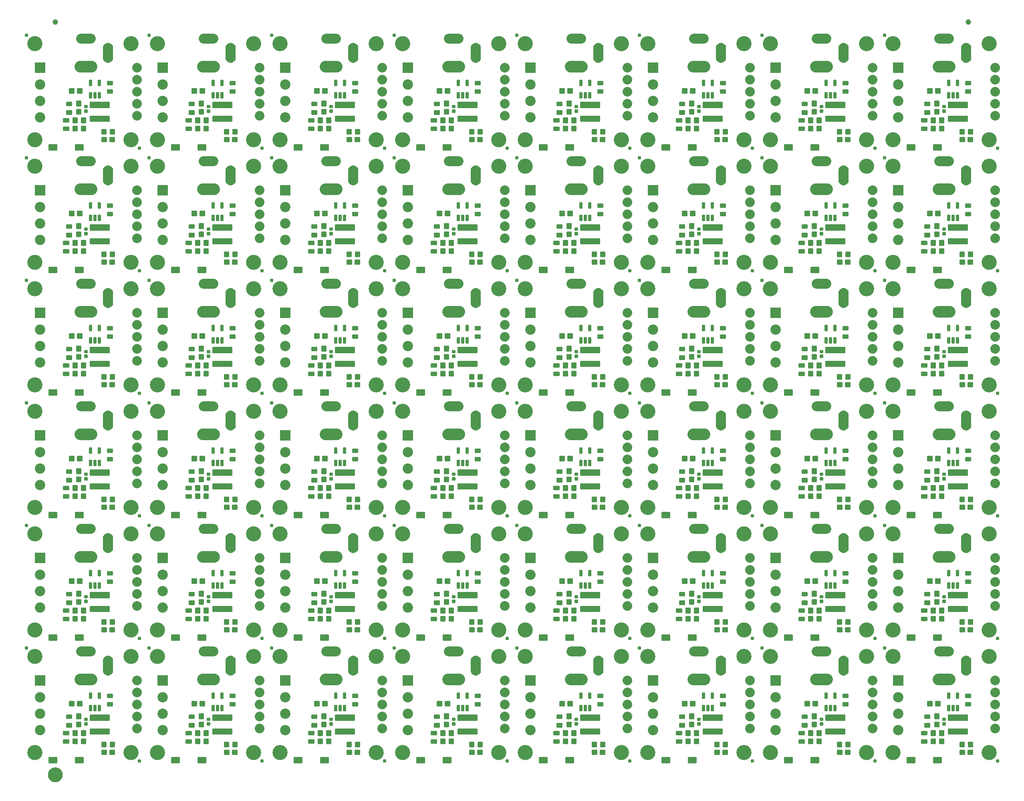
<source format=gts>
G04 EAGLE Gerber RS-274X export*
G75*
%MOMM*%
%FSLAX34Y34*%
%LPD*%
%INSoldermask Top*%
%IPPOS*%
%AMOC8*
5,1,8,0,0,1.08239X$1,22.5*%
G01*
%ADD10C,0.255816*%
%ADD11C,0.449434*%
%ADD12C,0.787400*%
%ADD13C,0.259078*%
%ADD14C,0.252862*%
%ADD15C,3.200400*%
%ADD16C,2.032000*%
%ADD17R,2.184400X2.184400*%
%ADD18C,2.184400*%
%ADD19C,0.256031*%
%ADD20C,0.257147*%
%ADD21C,0.253525*%
%ADD22C,2.152400*%
%ADD23C,2.452400*%
%ADD24C,1.152400*%
%ADD25C,1.270000*%
%ADD26C,1.652400*%

G36*
X1994866Y1483917D02*
X1994866Y1483917D01*
X1994977Y1483925D01*
X1996820Y1484270D01*
X1996847Y1484279D01*
X1996955Y1484308D01*
X1998704Y1484985D01*
X1998729Y1485000D01*
X1998829Y1485048D01*
X2000424Y1486035D01*
X2000445Y1486054D01*
X2000536Y1486120D01*
X2001921Y1487383D01*
X2001939Y1487405D01*
X2002016Y1487487D01*
X2003146Y1488983D01*
X2003159Y1489008D01*
X2003220Y1489102D01*
X2004055Y1490780D01*
X2004064Y1490808D01*
X2004106Y1490911D01*
X2004619Y1492715D01*
X2004623Y1492743D01*
X2004645Y1492853D01*
X2004818Y1494720D01*
X2004816Y1494745D01*
X2004821Y1494790D01*
X2004821Y1515110D01*
X2004817Y1515135D01*
X2004817Y1515149D01*
X2004819Y1515163D01*
X2004818Y1515168D01*
X2004818Y1515180D01*
X2004645Y1517047D01*
X2004638Y1517075D01*
X2004619Y1517185D01*
X2004106Y1518989D01*
X2004094Y1519015D01*
X2004055Y1519120D01*
X2003220Y1520798D01*
X2003203Y1520821D01*
X2003146Y1520917D01*
X2002016Y1522414D01*
X2001995Y1522434D01*
X2001972Y1522460D01*
X2001968Y1522466D01*
X2001962Y1522471D01*
X2001921Y1522517D01*
X2000536Y1523780D01*
X2000512Y1523796D01*
X2000424Y1523865D01*
X1998829Y1524852D01*
X1998803Y1524863D01*
X1998704Y1524915D01*
X1996955Y1525592D01*
X1996927Y1525598D01*
X1996820Y1525630D01*
X1994977Y1525975D01*
X1994949Y1525976D01*
X1994837Y1525988D01*
X1992963Y1525988D01*
X1992934Y1525983D01*
X1992823Y1525975D01*
X1990980Y1525630D01*
X1990953Y1525621D01*
X1990845Y1525592D01*
X1989096Y1524915D01*
X1989071Y1524900D01*
X1988971Y1524852D01*
X1987376Y1523865D01*
X1987355Y1523846D01*
X1987264Y1523780D01*
X1985879Y1522517D01*
X1985861Y1522495D01*
X1985784Y1522414D01*
X1984654Y1520917D01*
X1984642Y1520894D01*
X1984629Y1520880D01*
X1984618Y1520856D01*
X1984580Y1520798D01*
X1983745Y1519120D01*
X1983736Y1519092D01*
X1983694Y1518989D01*
X1983181Y1517185D01*
X1983178Y1517157D01*
X1983155Y1517047D01*
X1982982Y1515180D01*
X1982984Y1515155D01*
X1982979Y1515110D01*
X1982979Y1494790D01*
X1982983Y1494765D01*
X1982982Y1494720D01*
X1983155Y1492853D01*
X1983162Y1492825D01*
X1983181Y1492715D01*
X1983694Y1490911D01*
X1983706Y1490885D01*
X1983745Y1490780D01*
X1984580Y1489102D01*
X1984597Y1489079D01*
X1984654Y1488983D01*
X1985784Y1487487D01*
X1985805Y1487467D01*
X1985879Y1487383D01*
X1987264Y1486120D01*
X1987289Y1486104D01*
X1987376Y1486035D01*
X1988971Y1485048D01*
X1988997Y1485037D01*
X1989096Y1484985D01*
X1990845Y1484308D01*
X1990873Y1484302D01*
X1990980Y1484270D01*
X1992823Y1483925D01*
X1992851Y1483924D01*
X1992963Y1483912D01*
X1994837Y1483912D01*
X1994866Y1483917D01*
G37*
G36*
X1735786Y1483917D02*
X1735786Y1483917D01*
X1735897Y1483925D01*
X1737740Y1484270D01*
X1737767Y1484279D01*
X1737875Y1484308D01*
X1739624Y1484985D01*
X1739649Y1485000D01*
X1739749Y1485048D01*
X1741344Y1486035D01*
X1741365Y1486054D01*
X1741456Y1486120D01*
X1742841Y1487383D01*
X1742859Y1487405D01*
X1742936Y1487487D01*
X1744066Y1488983D01*
X1744079Y1489008D01*
X1744140Y1489102D01*
X1744975Y1490780D01*
X1744984Y1490808D01*
X1745026Y1490911D01*
X1745539Y1492715D01*
X1745543Y1492743D01*
X1745565Y1492853D01*
X1745738Y1494720D01*
X1745736Y1494745D01*
X1745741Y1494790D01*
X1745741Y1515110D01*
X1745737Y1515135D01*
X1745737Y1515149D01*
X1745739Y1515163D01*
X1745738Y1515168D01*
X1745738Y1515180D01*
X1745565Y1517047D01*
X1745558Y1517075D01*
X1745539Y1517185D01*
X1745026Y1518989D01*
X1745014Y1519015D01*
X1744975Y1519120D01*
X1744140Y1520798D01*
X1744123Y1520821D01*
X1744066Y1520917D01*
X1742936Y1522414D01*
X1742915Y1522434D01*
X1742892Y1522460D01*
X1742888Y1522466D01*
X1742882Y1522471D01*
X1742841Y1522517D01*
X1741456Y1523780D01*
X1741432Y1523796D01*
X1741344Y1523865D01*
X1739749Y1524852D01*
X1739723Y1524863D01*
X1739624Y1524915D01*
X1737875Y1525592D01*
X1737847Y1525598D01*
X1737740Y1525630D01*
X1735897Y1525975D01*
X1735869Y1525976D01*
X1735757Y1525988D01*
X1733883Y1525988D01*
X1733854Y1525983D01*
X1733743Y1525975D01*
X1731900Y1525630D01*
X1731873Y1525621D01*
X1731765Y1525592D01*
X1730016Y1524915D01*
X1729991Y1524900D01*
X1729891Y1524852D01*
X1728296Y1523865D01*
X1728275Y1523846D01*
X1728184Y1523780D01*
X1726799Y1522517D01*
X1726781Y1522495D01*
X1726704Y1522414D01*
X1725574Y1520917D01*
X1725562Y1520894D01*
X1725549Y1520880D01*
X1725538Y1520856D01*
X1725500Y1520798D01*
X1724665Y1519120D01*
X1724656Y1519092D01*
X1724614Y1518989D01*
X1724101Y1517185D01*
X1724098Y1517157D01*
X1724075Y1517047D01*
X1723902Y1515180D01*
X1723904Y1515155D01*
X1723899Y1515110D01*
X1723899Y1494790D01*
X1723903Y1494765D01*
X1723902Y1494720D01*
X1724075Y1492853D01*
X1724082Y1492825D01*
X1724101Y1492715D01*
X1724614Y1490911D01*
X1724626Y1490885D01*
X1724665Y1490780D01*
X1725500Y1489102D01*
X1725517Y1489079D01*
X1725574Y1488983D01*
X1726704Y1487487D01*
X1726725Y1487467D01*
X1726799Y1487383D01*
X1728184Y1486120D01*
X1728209Y1486104D01*
X1728296Y1486035D01*
X1729891Y1485048D01*
X1729917Y1485037D01*
X1730016Y1484985D01*
X1731765Y1484308D01*
X1731793Y1484302D01*
X1731900Y1484270D01*
X1733743Y1483925D01*
X1733771Y1483924D01*
X1733883Y1483912D01*
X1735757Y1483912D01*
X1735786Y1483917D01*
G37*
G36*
X1476706Y1483917D02*
X1476706Y1483917D01*
X1476817Y1483925D01*
X1478660Y1484270D01*
X1478687Y1484279D01*
X1478795Y1484308D01*
X1480544Y1484985D01*
X1480569Y1485000D01*
X1480669Y1485048D01*
X1482264Y1486035D01*
X1482285Y1486054D01*
X1482376Y1486120D01*
X1483761Y1487383D01*
X1483779Y1487405D01*
X1483856Y1487487D01*
X1484986Y1488983D01*
X1484999Y1489008D01*
X1485060Y1489102D01*
X1485895Y1490780D01*
X1485904Y1490808D01*
X1485946Y1490911D01*
X1486459Y1492715D01*
X1486463Y1492743D01*
X1486485Y1492853D01*
X1486658Y1494720D01*
X1486656Y1494745D01*
X1486661Y1494790D01*
X1486661Y1515110D01*
X1486657Y1515135D01*
X1486657Y1515149D01*
X1486659Y1515163D01*
X1486658Y1515168D01*
X1486658Y1515180D01*
X1486485Y1517047D01*
X1486478Y1517075D01*
X1486459Y1517185D01*
X1485946Y1518989D01*
X1485934Y1519015D01*
X1485895Y1519120D01*
X1485060Y1520798D01*
X1485043Y1520821D01*
X1484986Y1520917D01*
X1483856Y1522414D01*
X1483835Y1522434D01*
X1483812Y1522460D01*
X1483808Y1522466D01*
X1483802Y1522471D01*
X1483761Y1522517D01*
X1482376Y1523780D01*
X1482352Y1523796D01*
X1482264Y1523865D01*
X1480669Y1524852D01*
X1480643Y1524863D01*
X1480544Y1524915D01*
X1478795Y1525592D01*
X1478767Y1525598D01*
X1478660Y1525630D01*
X1476817Y1525975D01*
X1476789Y1525976D01*
X1476677Y1525988D01*
X1474803Y1525988D01*
X1474774Y1525983D01*
X1474663Y1525975D01*
X1472820Y1525630D01*
X1472793Y1525621D01*
X1472685Y1525592D01*
X1470936Y1524915D01*
X1470911Y1524900D01*
X1470811Y1524852D01*
X1469216Y1523865D01*
X1469195Y1523846D01*
X1469104Y1523780D01*
X1467719Y1522517D01*
X1467701Y1522495D01*
X1467624Y1522414D01*
X1466494Y1520917D01*
X1466482Y1520894D01*
X1466469Y1520880D01*
X1466458Y1520856D01*
X1466420Y1520798D01*
X1465585Y1519120D01*
X1465576Y1519092D01*
X1465534Y1518989D01*
X1465021Y1517185D01*
X1465018Y1517157D01*
X1464995Y1517047D01*
X1464822Y1515180D01*
X1464824Y1515155D01*
X1464819Y1515110D01*
X1464819Y1494790D01*
X1464823Y1494765D01*
X1464822Y1494720D01*
X1464995Y1492853D01*
X1465002Y1492825D01*
X1465021Y1492715D01*
X1465534Y1490911D01*
X1465546Y1490885D01*
X1465585Y1490780D01*
X1466420Y1489102D01*
X1466437Y1489079D01*
X1466494Y1488983D01*
X1467624Y1487487D01*
X1467645Y1487467D01*
X1467719Y1487383D01*
X1469104Y1486120D01*
X1469129Y1486104D01*
X1469216Y1486035D01*
X1470811Y1485048D01*
X1470837Y1485037D01*
X1470936Y1484985D01*
X1472685Y1484308D01*
X1472713Y1484302D01*
X1472820Y1484270D01*
X1474663Y1483925D01*
X1474691Y1483924D01*
X1474803Y1483912D01*
X1476677Y1483912D01*
X1476706Y1483917D01*
G37*
G36*
X1217626Y1483917D02*
X1217626Y1483917D01*
X1217737Y1483925D01*
X1219580Y1484270D01*
X1219607Y1484279D01*
X1219715Y1484308D01*
X1221464Y1484985D01*
X1221489Y1485000D01*
X1221589Y1485048D01*
X1223184Y1486035D01*
X1223205Y1486054D01*
X1223296Y1486120D01*
X1224681Y1487383D01*
X1224699Y1487405D01*
X1224776Y1487487D01*
X1225906Y1488983D01*
X1225919Y1489008D01*
X1225980Y1489102D01*
X1226815Y1490780D01*
X1226824Y1490808D01*
X1226866Y1490911D01*
X1227379Y1492715D01*
X1227383Y1492743D01*
X1227405Y1492853D01*
X1227578Y1494720D01*
X1227576Y1494745D01*
X1227581Y1494790D01*
X1227581Y1515110D01*
X1227577Y1515135D01*
X1227577Y1515149D01*
X1227579Y1515163D01*
X1227578Y1515168D01*
X1227578Y1515180D01*
X1227405Y1517047D01*
X1227398Y1517075D01*
X1227379Y1517185D01*
X1226866Y1518989D01*
X1226854Y1519015D01*
X1226815Y1519120D01*
X1225980Y1520798D01*
X1225963Y1520821D01*
X1225906Y1520917D01*
X1224776Y1522414D01*
X1224755Y1522434D01*
X1224732Y1522460D01*
X1224728Y1522466D01*
X1224722Y1522471D01*
X1224681Y1522517D01*
X1223296Y1523780D01*
X1223272Y1523796D01*
X1223184Y1523865D01*
X1221589Y1524852D01*
X1221563Y1524863D01*
X1221464Y1524915D01*
X1219715Y1525592D01*
X1219687Y1525598D01*
X1219580Y1525630D01*
X1217737Y1525975D01*
X1217709Y1525976D01*
X1217597Y1525988D01*
X1215723Y1525988D01*
X1215694Y1525983D01*
X1215583Y1525975D01*
X1213740Y1525630D01*
X1213713Y1525621D01*
X1213605Y1525592D01*
X1211856Y1524915D01*
X1211831Y1524900D01*
X1211731Y1524852D01*
X1210136Y1523865D01*
X1210115Y1523846D01*
X1210024Y1523780D01*
X1208639Y1522517D01*
X1208621Y1522495D01*
X1208544Y1522414D01*
X1207414Y1520917D01*
X1207402Y1520894D01*
X1207389Y1520880D01*
X1207378Y1520856D01*
X1207340Y1520798D01*
X1206505Y1519120D01*
X1206496Y1519092D01*
X1206454Y1518989D01*
X1205941Y1517185D01*
X1205938Y1517157D01*
X1205915Y1517047D01*
X1205742Y1515180D01*
X1205744Y1515155D01*
X1205739Y1515110D01*
X1205739Y1494790D01*
X1205743Y1494765D01*
X1205742Y1494720D01*
X1205915Y1492853D01*
X1205922Y1492825D01*
X1205941Y1492715D01*
X1206454Y1490911D01*
X1206466Y1490885D01*
X1206505Y1490780D01*
X1207340Y1489102D01*
X1207357Y1489079D01*
X1207414Y1488983D01*
X1208544Y1487487D01*
X1208565Y1487467D01*
X1208639Y1487383D01*
X1210024Y1486120D01*
X1210049Y1486104D01*
X1210136Y1486035D01*
X1211731Y1485048D01*
X1211757Y1485037D01*
X1211856Y1484985D01*
X1213605Y1484308D01*
X1213633Y1484302D01*
X1213740Y1484270D01*
X1215583Y1483925D01*
X1215611Y1483924D01*
X1215723Y1483912D01*
X1217597Y1483912D01*
X1217626Y1483917D01*
G37*
G36*
X958546Y1483917D02*
X958546Y1483917D01*
X958657Y1483925D01*
X960500Y1484270D01*
X960527Y1484279D01*
X960635Y1484308D01*
X962384Y1484985D01*
X962409Y1485000D01*
X962509Y1485048D01*
X964104Y1486035D01*
X964125Y1486054D01*
X964216Y1486120D01*
X965601Y1487383D01*
X965619Y1487405D01*
X965696Y1487487D01*
X966826Y1488983D01*
X966839Y1489008D01*
X966900Y1489102D01*
X967735Y1490780D01*
X967744Y1490808D01*
X967786Y1490911D01*
X968299Y1492715D01*
X968303Y1492743D01*
X968325Y1492853D01*
X968498Y1494720D01*
X968496Y1494745D01*
X968501Y1494790D01*
X968501Y1515110D01*
X968497Y1515135D01*
X968497Y1515149D01*
X968499Y1515163D01*
X968498Y1515168D01*
X968498Y1515180D01*
X968325Y1517047D01*
X968318Y1517075D01*
X968299Y1517185D01*
X967786Y1518989D01*
X967774Y1519015D01*
X967735Y1519120D01*
X966900Y1520798D01*
X966883Y1520821D01*
X966826Y1520917D01*
X965696Y1522414D01*
X965675Y1522434D01*
X965652Y1522460D01*
X965648Y1522466D01*
X965642Y1522471D01*
X965601Y1522517D01*
X964216Y1523780D01*
X964192Y1523796D01*
X964104Y1523865D01*
X962509Y1524852D01*
X962483Y1524863D01*
X962384Y1524915D01*
X960635Y1525592D01*
X960607Y1525598D01*
X960500Y1525630D01*
X958657Y1525975D01*
X958629Y1525976D01*
X958517Y1525988D01*
X956643Y1525988D01*
X956614Y1525983D01*
X956503Y1525975D01*
X954660Y1525630D01*
X954633Y1525621D01*
X954525Y1525592D01*
X952776Y1524915D01*
X952751Y1524900D01*
X952651Y1524852D01*
X951056Y1523865D01*
X951035Y1523846D01*
X950944Y1523780D01*
X949559Y1522517D01*
X949541Y1522495D01*
X949464Y1522414D01*
X948334Y1520917D01*
X948322Y1520894D01*
X948309Y1520880D01*
X948298Y1520856D01*
X948260Y1520798D01*
X947425Y1519120D01*
X947416Y1519092D01*
X947374Y1518989D01*
X946861Y1517185D01*
X946858Y1517157D01*
X946835Y1517047D01*
X946662Y1515180D01*
X946664Y1515155D01*
X946659Y1515110D01*
X946659Y1494790D01*
X946663Y1494765D01*
X946662Y1494720D01*
X946835Y1492853D01*
X946842Y1492825D01*
X946861Y1492715D01*
X947374Y1490911D01*
X947386Y1490885D01*
X947425Y1490780D01*
X948260Y1489102D01*
X948277Y1489079D01*
X948334Y1488983D01*
X949464Y1487487D01*
X949485Y1487467D01*
X949559Y1487383D01*
X950944Y1486120D01*
X950969Y1486104D01*
X951056Y1486035D01*
X952651Y1485048D01*
X952677Y1485037D01*
X952776Y1484985D01*
X954525Y1484308D01*
X954553Y1484302D01*
X954660Y1484270D01*
X956503Y1483925D01*
X956531Y1483924D01*
X956643Y1483912D01*
X958517Y1483912D01*
X958546Y1483917D01*
G37*
G36*
X699466Y1483917D02*
X699466Y1483917D01*
X699577Y1483925D01*
X701420Y1484270D01*
X701447Y1484279D01*
X701555Y1484308D01*
X703304Y1484985D01*
X703329Y1485000D01*
X703429Y1485048D01*
X705024Y1486035D01*
X705045Y1486054D01*
X705136Y1486120D01*
X706521Y1487383D01*
X706539Y1487405D01*
X706616Y1487487D01*
X707746Y1488983D01*
X707759Y1489008D01*
X707820Y1489102D01*
X708655Y1490780D01*
X708664Y1490808D01*
X708706Y1490911D01*
X709219Y1492715D01*
X709223Y1492743D01*
X709245Y1492853D01*
X709418Y1494720D01*
X709416Y1494745D01*
X709421Y1494790D01*
X709421Y1515110D01*
X709417Y1515135D01*
X709417Y1515149D01*
X709419Y1515163D01*
X709418Y1515168D01*
X709418Y1515180D01*
X709245Y1517047D01*
X709238Y1517075D01*
X709219Y1517185D01*
X708706Y1518989D01*
X708694Y1519015D01*
X708655Y1519120D01*
X707820Y1520798D01*
X707803Y1520821D01*
X707746Y1520917D01*
X706616Y1522414D01*
X706595Y1522434D01*
X706572Y1522460D01*
X706568Y1522466D01*
X706562Y1522471D01*
X706521Y1522517D01*
X705136Y1523780D01*
X705112Y1523796D01*
X705024Y1523865D01*
X703429Y1524852D01*
X703403Y1524863D01*
X703304Y1524915D01*
X701555Y1525592D01*
X701527Y1525598D01*
X701420Y1525630D01*
X699577Y1525975D01*
X699549Y1525976D01*
X699437Y1525988D01*
X697563Y1525988D01*
X697534Y1525983D01*
X697423Y1525975D01*
X695580Y1525630D01*
X695553Y1525621D01*
X695445Y1525592D01*
X693696Y1524915D01*
X693671Y1524900D01*
X693571Y1524852D01*
X691976Y1523865D01*
X691955Y1523846D01*
X691864Y1523780D01*
X690479Y1522517D01*
X690461Y1522495D01*
X690384Y1522414D01*
X689254Y1520917D01*
X689242Y1520894D01*
X689229Y1520880D01*
X689218Y1520856D01*
X689180Y1520798D01*
X688345Y1519120D01*
X688336Y1519092D01*
X688294Y1518989D01*
X687781Y1517185D01*
X687778Y1517157D01*
X687755Y1517047D01*
X687582Y1515180D01*
X687584Y1515155D01*
X687579Y1515110D01*
X687579Y1494790D01*
X687583Y1494765D01*
X687582Y1494720D01*
X687755Y1492853D01*
X687762Y1492825D01*
X687781Y1492715D01*
X688294Y1490911D01*
X688306Y1490885D01*
X688345Y1490780D01*
X689180Y1489102D01*
X689197Y1489079D01*
X689254Y1488983D01*
X690384Y1487487D01*
X690405Y1487467D01*
X690479Y1487383D01*
X691864Y1486120D01*
X691889Y1486104D01*
X691976Y1486035D01*
X693571Y1485048D01*
X693597Y1485037D01*
X693696Y1484985D01*
X695445Y1484308D01*
X695473Y1484302D01*
X695580Y1484270D01*
X697423Y1483925D01*
X697451Y1483924D01*
X697563Y1483912D01*
X699437Y1483912D01*
X699466Y1483917D01*
G37*
G36*
X440386Y1483917D02*
X440386Y1483917D01*
X440497Y1483925D01*
X442340Y1484270D01*
X442367Y1484279D01*
X442475Y1484308D01*
X444224Y1484985D01*
X444249Y1485000D01*
X444349Y1485048D01*
X445944Y1486035D01*
X445965Y1486054D01*
X446056Y1486120D01*
X447441Y1487383D01*
X447459Y1487405D01*
X447536Y1487487D01*
X448666Y1488983D01*
X448679Y1489008D01*
X448740Y1489102D01*
X449575Y1490780D01*
X449584Y1490808D01*
X449626Y1490911D01*
X450139Y1492715D01*
X450143Y1492743D01*
X450165Y1492853D01*
X450338Y1494720D01*
X450336Y1494745D01*
X450341Y1494790D01*
X450341Y1515110D01*
X450337Y1515135D01*
X450337Y1515149D01*
X450339Y1515163D01*
X450338Y1515168D01*
X450338Y1515180D01*
X450165Y1517047D01*
X450158Y1517075D01*
X450139Y1517185D01*
X449626Y1518989D01*
X449614Y1519015D01*
X449575Y1519120D01*
X448740Y1520798D01*
X448723Y1520821D01*
X448666Y1520917D01*
X447536Y1522414D01*
X447515Y1522434D01*
X447492Y1522460D01*
X447488Y1522466D01*
X447482Y1522471D01*
X447441Y1522517D01*
X446056Y1523780D01*
X446032Y1523796D01*
X445944Y1523865D01*
X444349Y1524852D01*
X444323Y1524863D01*
X444224Y1524915D01*
X442475Y1525592D01*
X442447Y1525598D01*
X442340Y1525630D01*
X440497Y1525975D01*
X440469Y1525976D01*
X440357Y1525988D01*
X438483Y1525988D01*
X438454Y1525983D01*
X438343Y1525975D01*
X436500Y1525630D01*
X436473Y1525621D01*
X436365Y1525592D01*
X434616Y1524915D01*
X434591Y1524900D01*
X434491Y1524852D01*
X432896Y1523865D01*
X432875Y1523846D01*
X432784Y1523780D01*
X431399Y1522517D01*
X431381Y1522495D01*
X431304Y1522414D01*
X430174Y1520917D01*
X430162Y1520894D01*
X430149Y1520880D01*
X430138Y1520856D01*
X430100Y1520798D01*
X429265Y1519120D01*
X429256Y1519092D01*
X429214Y1518989D01*
X428701Y1517185D01*
X428698Y1517157D01*
X428675Y1517047D01*
X428502Y1515180D01*
X428504Y1515155D01*
X428499Y1515110D01*
X428499Y1494790D01*
X428503Y1494765D01*
X428502Y1494720D01*
X428675Y1492853D01*
X428682Y1492825D01*
X428701Y1492715D01*
X429214Y1490911D01*
X429226Y1490885D01*
X429265Y1490780D01*
X430100Y1489102D01*
X430117Y1489079D01*
X430174Y1488983D01*
X431304Y1487487D01*
X431325Y1487467D01*
X431399Y1487383D01*
X432784Y1486120D01*
X432809Y1486104D01*
X432896Y1486035D01*
X434491Y1485048D01*
X434517Y1485037D01*
X434616Y1484985D01*
X436365Y1484308D01*
X436393Y1484302D01*
X436500Y1484270D01*
X438343Y1483925D01*
X438371Y1483924D01*
X438483Y1483912D01*
X440357Y1483912D01*
X440386Y1483917D01*
G37*
G36*
X181306Y1483917D02*
X181306Y1483917D01*
X181417Y1483925D01*
X183260Y1484270D01*
X183287Y1484279D01*
X183395Y1484308D01*
X185144Y1484985D01*
X185169Y1485000D01*
X185269Y1485048D01*
X186864Y1486035D01*
X186885Y1486054D01*
X186976Y1486120D01*
X188361Y1487383D01*
X188379Y1487405D01*
X188456Y1487487D01*
X189586Y1488983D01*
X189599Y1489008D01*
X189660Y1489102D01*
X190495Y1490780D01*
X190504Y1490808D01*
X190546Y1490911D01*
X191059Y1492715D01*
X191063Y1492743D01*
X191085Y1492853D01*
X191258Y1494720D01*
X191256Y1494745D01*
X191261Y1494790D01*
X191261Y1515110D01*
X191257Y1515135D01*
X191257Y1515149D01*
X191259Y1515163D01*
X191258Y1515168D01*
X191258Y1515180D01*
X191085Y1517047D01*
X191078Y1517075D01*
X191059Y1517185D01*
X190546Y1518989D01*
X190534Y1519015D01*
X190495Y1519120D01*
X189660Y1520798D01*
X189643Y1520821D01*
X189586Y1520917D01*
X188456Y1522414D01*
X188435Y1522434D01*
X188412Y1522460D01*
X188408Y1522466D01*
X188402Y1522471D01*
X188361Y1522517D01*
X186976Y1523780D01*
X186952Y1523796D01*
X186864Y1523865D01*
X185269Y1524852D01*
X185243Y1524863D01*
X185144Y1524915D01*
X183395Y1525592D01*
X183367Y1525598D01*
X183260Y1525630D01*
X181417Y1525975D01*
X181389Y1525976D01*
X181277Y1525988D01*
X179403Y1525988D01*
X179374Y1525983D01*
X179263Y1525975D01*
X177420Y1525630D01*
X177393Y1525621D01*
X177285Y1525592D01*
X175536Y1524915D01*
X175511Y1524900D01*
X175411Y1524852D01*
X173816Y1523865D01*
X173795Y1523846D01*
X173704Y1523780D01*
X172319Y1522517D01*
X172301Y1522495D01*
X172224Y1522414D01*
X171094Y1520917D01*
X171082Y1520894D01*
X171069Y1520880D01*
X171058Y1520856D01*
X171020Y1520798D01*
X170185Y1519120D01*
X170176Y1519092D01*
X170134Y1518989D01*
X169621Y1517185D01*
X169618Y1517157D01*
X169595Y1517047D01*
X169422Y1515180D01*
X169424Y1515155D01*
X169419Y1515110D01*
X169419Y1494790D01*
X169423Y1494765D01*
X169422Y1494720D01*
X169595Y1492853D01*
X169602Y1492825D01*
X169621Y1492715D01*
X170134Y1490911D01*
X170146Y1490885D01*
X170185Y1490780D01*
X171020Y1489102D01*
X171037Y1489079D01*
X171094Y1488983D01*
X172224Y1487487D01*
X172245Y1487467D01*
X172319Y1487383D01*
X173704Y1486120D01*
X173729Y1486104D01*
X173816Y1486035D01*
X175411Y1485048D01*
X175437Y1485037D01*
X175536Y1484985D01*
X177285Y1484308D01*
X177313Y1484302D01*
X177420Y1484270D01*
X179263Y1483925D01*
X179291Y1483924D01*
X179403Y1483912D01*
X181277Y1483912D01*
X181306Y1483917D01*
G37*
G36*
X1994866Y1224837D02*
X1994866Y1224837D01*
X1994977Y1224845D01*
X1996820Y1225190D01*
X1996847Y1225199D01*
X1996955Y1225228D01*
X1998704Y1225905D01*
X1998729Y1225920D01*
X1998829Y1225968D01*
X2000424Y1226955D01*
X2000445Y1226974D01*
X2000536Y1227040D01*
X2001921Y1228303D01*
X2001939Y1228325D01*
X2002016Y1228407D01*
X2003146Y1229903D01*
X2003159Y1229928D01*
X2003220Y1230022D01*
X2004055Y1231700D01*
X2004064Y1231728D01*
X2004106Y1231831D01*
X2004619Y1233635D01*
X2004623Y1233663D01*
X2004645Y1233773D01*
X2004818Y1235640D01*
X2004816Y1235665D01*
X2004821Y1235710D01*
X2004821Y1256030D01*
X2004817Y1256055D01*
X2004817Y1256069D01*
X2004819Y1256083D01*
X2004818Y1256088D01*
X2004818Y1256100D01*
X2004645Y1257967D01*
X2004638Y1257995D01*
X2004619Y1258105D01*
X2004106Y1259909D01*
X2004094Y1259935D01*
X2004055Y1260040D01*
X2003220Y1261718D01*
X2003203Y1261741D01*
X2003146Y1261837D01*
X2002016Y1263334D01*
X2001995Y1263354D01*
X2001972Y1263380D01*
X2001968Y1263386D01*
X2001962Y1263391D01*
X2001921Y1263437D01*
X2000536Y1264700D01*
X2000512Y1264716D01*
X2000424Y1264785D01*
X1998829Y1265772D01*
X1998803Y1265783D01*
X1998704Y1265835D01*
X1996955Y1266512D01*
X1996927Y1266518D01*
X1996820Y1266550D01*
X1994977Y1266895D01*
X1994949Y1266896D01*
X1994837Y1266908D01*
X1992963Y1266908D01*
X1992934Y1266903D01*
X1992823Y1266895D01*
X1990980Y1266550D01*
X1990953Y1266541D01*
X1990845Y1266512D01*
X1989096Y1265835D01*
X1989071Y1265820D01*
X1988971Y1265772D01*
X1987376Y1264785D01*
X1987355Y1264766D01*
X1987264Y1264700D01*
X1985879Y1263437D01*
X1985861Y1263415D01*
X1985784Y1263334D01*
X1984654Y1261837D01*
X1984642Y1261814D01*
X1984629Y1261800D01*
X1984618Y1261776D01*
X1984580Y1261718D01*
X1983745Y1260040D01*
X1983736Y1260012D01*
X1983694Y1259909D01*
X1983181Y1258105D01*
X1983178Y1258077D01*
X1983155Y1257967D01*
X1982982Y1256100D01*
X1982984Y1256075D01*
X1982979Y1256030D01*
X1982979Y1235710D01*
X1982983Y1235685D01*
X1982982Y1235640D01*
X1983155Y1233773D01*
X1983162Y1233745D01*
X1983181Y1233635D01*
X1983694Y1231831D01*
X1983706Y1231805D01*
X1983745Y1231700D01*
X1984580Y1230022D01*
X1984597Y1229999D01*
X1984654Y1229903D01*
X1985784Y1228407D01*
X1985805Y1228387D01*
X1985879Y1228303D01*
X1987264Y1227040D01*
X1987289Y1227024D01*
X1987376Y1226955D01*
X1988971Y1225968D01*
X1988997Y1225957D01*
X1989096Y1225905D01*
X1990845Y1225228D01*
X1990873Y1225222D01*
X1990980Y1225190D01*
X1992823Y1224845D01*
X1992851Y1224844D01*
X1992963Y1224832D01*
X1994837Y1224832D01*
X1994866Y1224837D01*
G37*
G36*
X1735786Y1224837D02*
X1735786Y1224837D01*
X1735897Y1224845D01*
X1737740Y1225190D01*
X1737767Y1225199D01*
X1737875Y1225228D01*
X1739624Y1225905D01*
X1739649Y1225920D01*
X1739749Y1225968D01*
X1741344Y1226955D01*
X1741365Y1226974D01*
X1741456Y1227040D01*
X1742841Y1228303D01*
X1742859Y1228325D01*
X1742936Y1228407D01*
X1744066Y1229903D01*
X1744079Y1229928D01*
X1744140Y1230022D01*
X1744975Y1231700D01*
X1744984Y1231728D01*
X1745026Y1231831D01*
X1745539Y1233635D01*
X1745543Y1233663D01*
X1745565Y1233773D01*
X1745738Y1235640D01*
X1745736Y1235665D01*
X1745741Y1235710D01*
X1745741Y1256030D01*
X1745737Y1256055D01*
X1745737Y1256069D01*
X1745739Y1256083D01*
X1745738Y1256088D01*
X1745738Y1256100D01*
X1745565Y1257967D01*
X1745558Y1257995D01*
X1745539Y1258105D01*
X1745026Y1259909D01*
X1745014Y1259935D01*
X1744975Y1260040D01*
X1744140Y1261718D01*
X1744123Y1261741D01*
X1744066Y1261837D01*
X1742936Y1263334D01*
X1742915Y1263354D01*
X1742892Y1263380D01*
X1742888Y1263386D01*
X1742882Y1263391D01*
X1742841Y1263437D01*
X1741456Y1264700D01*
X1741432Y1264716D01*
X1741344Y1264785D01*
X1739749Y1265772D01*
X1739723Y1265783D01*
X1739624Y1265835D01*
X1737875Y1266512D01*
X1737847Y1266518D01*
X1737740Y1266550D01*
X1735897Y1266895D01*
X1735869Y1266896D01*
X1735757Y1266908D01*
X1733883Y1266908D01*
X1733854Y1266903D01*
X1733743Y1266895D01*
X1731900Y1266550D01*
X1731873Y1266541D01*
X1731765Y1266512D01*
X1730016Y1265835D01*
X1729991Y1265820D01*
X1729891Y1265772D01*
X1728296Y1264785D01*
X1728275Y1264766D01*
X1728184Y1264700D01*
X1726799Y1263437D01*
X1726781Y1263415D01*
X1726704Y1263334D01*
X1725574Y1261837D01*
X1725562Y1261814D01*
X1725549Y1261800D01*
X1725538Y1261776D01*
X1725500Y1261718D01*
X1724665Y1260040D01*
X1724656Y1260012D01*
X1724614Y1259909D01*
X1724101Y1258105D01*
X1724098Y1258077D01*
X1724075Y1257967D01*
X1723902Y1256100D01*
X1723904Y1256075D01*
X1723899Y1256030D01*
X1723899Y1235710D01*
X1723903Y1235685D01*
X1723902Y1235640D01*
X1724075Y1233773D01*
X1724082Y1233745D01*
X1724101Y1233635D01*
X1724614Y1231831D01*
X1724626Y1231805D01*
X1724665Y1231700D01*
X1725500Y1230022D01*
X1725517Y1229999D01*
X1725574Y1229903D01*
X1726704Y1228407D01*
X1726725Y1228387D01*
X1726799Y1228303D01*
X1728184Y1227040D01*
X1728209Y1227024D01*
X1728296Y1226955D01*
X1729891Y1225968D01*
X1729917Y1225957D01*
X1730016Y1225905D01*
X1731765Y1225228D01*
X1731793Y1225222D01*
X1731900Y1225190D01*
X1733743Y1224845D01*
X1733771Y1224844D01*
X1733883Y1224832D01*
X1735757Y1224832D01*
X1735786Y1224837D01*
G37*
G36*
X1476706Y1224837D02*
X1476706Y1224837D01*
X1476817Y1224845D01*
X1478660Y1225190D01*
X1478687Y1225199D01*
X1478795Y1225228D01*
X1480544Y1225905D01*
X1480569Y1225920D01*
X1480669Y1225968D01*
X1482264Y1226955D01*
X1482285Y1226974D01*
X1482376Y1227040D01*
X1483761Y1228303D01*
X1483779Y1228325D01*
X1483856Y1228407D01*
X1484986Y1229903D01*
X1484999Y1229928D01*
X1485060Y1230022D01*
X1485895Y1231700D01*
X1485904Y1231728D01*
X1485946Y1231831D01*
X1486459Y1233635D01*
X1486463Y1233663D01*
X1486485Y1233773D01*
X1486658Y1235640D01*
X1486656Y1235665D01*
X1486661Y1235710D01*
X1486661Y1256030D01*
X1486657Y1256055D01*
X1486657Y1256069D01*
X1486659Y1256083D01*
X1486658Y1256088D01*
X1486658Y1256100D01*
X1486485Y1257967D01*
X1486478Y1257995D01*
X1486459Y1258105D01*
X1485946Y1259909D01*
X1485934Y1259935D01*
X1485895Y1260040D01*
X1485060Y1261718D01*
X1485043Y1261741D01*
X1484986Y1261837D01*
X1483856Y1263334D01*
X1483835Y1263354D01*
X1483812Y1263380D01*
X1483808Y1263386D01*
X1483802Y1263391D01*
X1483761Y1263437D01*
X1482376Y1264700D01*
X1482352Y1264716D01*
X1482264Y1264785D01*
X1480669Y1265772D01*
X1480643Y1265783D01*
X1480544Y1265835D01*
X1478795Y1266512D01*
X1478767Y1266518D01*
X1478660Y1266550D01*
X1476817Y1266895D01*
X1476789Y1266896D01*
X1476677Y1266908D01*
X1474803Y1266908D01*
X1474774Y1266903D01*
X1474663Y1266895D01*
X1472820Y1266550D01*
X1472793Y1266541D01*
X1472685Y1266512D01*
X1470936Y1265835D01*
X1470911Y1265820D01*
X1470811Y1265772D01*
X1469216Y1264785D01*
X1469195Y1264766D01*
X1469104Y1264700D01*
X1467719Y1263437D01*
X1467701Y1263415D01*
X1467624Y1263334D01*
X1466494Y1261837D01*
X1466482Y1261814D01*
X1466469Y1261800D01*
X1466458Y1261776D01*
X1466420Y1261718D01*
X1465585Y1260040D01*
X1465576Y1260012D01*
X1465534Y1259909D01*
X1465021Y1258105D01*
X1465018Y1258077D01*
X1464995Y1257967D01*
X1464822Y1256100D01*
X1464824Y1256075D01*
X1464819Y1256030D01*
X1464819Y1235710D01*
X1464823Y1235685D01*
X1464822Y1235640D01*
X1464995Y1233773D01*
X1465002Y1233745D01*
X1465021Y1233635D01*
X1465534Y1231831D01*
X1465546Y1231805D01*
X1465585Y1231700D01*
X1466420Y1230022D01*
X1466437Y1229999D01*
X1466494Y1229903D01*
X1467624Y1228407D01*
X1467645Y1228387D01*
X1467719Y1228303D01*
X1469104Y1227040D01*
X1469129Y1227024D01*
X1469216Y1226955D01*
X1470811Y1225968D01*
X1470837Y1225957D01*
X1470936Y1225905D01*
X1472685Y1225228D01*
X1472713Y1225222D01*
X1472820Y1225190D01*
X1474663Y1224845D01*
X1474691Y1224844D01*
X1474803Y1224832D01*
X1476677Y1224832D01*
X1476706Y1224837D01*
G37*
G36*
X1217626Y1224837D02*
X1217626Y1224837D01*
X1217737Y1224845D01*
X1219580Y1225190D01*
X1219607Y1225199D01*
X1219715Y1225228D01*
X1221464Y1225905D01*
X1221489Y1225920D01*
X1221589Y1225968D01*
X1223184Y1226955D01*
X1223205Y1226974D01*
X1223296Y1227040D01*
X1224681Y1228303D01*
X1224699Y1228325D01*
X1224776Y1228407D01*
X1225906Y1229903D01*
X1225919Y1229928D01*
X1225980Y1230022D01*
X1226815Y1231700D01*
X1226824Y1231728D01*
X1226866Y1231831D01*
X1227379Y1233635D01*
X1227383Y1233663D01*
X1227405Y1233773D01*
X1227578Y1235640D01*
X1227576Y1235665D01*
X1227581Y1235710D01*
X1227581Y1256030D01*
X1227577Y1256055D01*
X1227577Y1256069D01*
X1227579Y1256083D01*
X1227578Y1256088D01*
X1227578Y1256100D01*
X1227405Y1257967D01*
X1227398Y1257995D01*
X1227379Y1258105D01*
X1226866Y1259909D01*
X1226854Y1259935D01*
X1226815Y1260040D01*
X1225980Y1261718D01*
X1225963Y1261741D01*
X1225906Y1261837D01*
X1224776Y1263334D01*
X1224755Y1263354D01*
X1224732Y1263380D01*
X1224728Y1263386D01*
X1224722Y1263391D01*
X1224681Y1263437D01*
X1223296Y1264700D01*
X1223272Y1264716D01*
X1223184Y1264785D01*
X1221589Y1265772D01*
X1221563Y1265783D01*
X1221464Y1265835D01*
X1219715Y1266512D01*
X1219687Y1266518D01*
X1219580Y1266550D01*
X1217737Y1266895D01*
X1217709Y1266896D01*
X1217597Y1266908D01*
X1215723Y1266908D01*
X1215694Y1266903D01*
X1215583Y1266895D01*
X1213740Y1266550D01*
X1213713Y1266541D01*
X1213605Y1266512D01*
X1211856Y1265835D01*
X1211831Y1265820D01*
X1211731Y1265772D01*
X1210136Y1264785D01*
X1210115Y1264766D01*
X1210024Y1264700D01*
X1208639Y1263437D01*
X1208621Y1263415D01*
X1208544Y1263334D01*
X1207414Y1261837D01*
X1207402Y1261814D01*
X1207389Y1261800D01*
X1207378Y1261776D01*
X1207340Y1261718D01*
X1206505Y1260040D01*
X1206496Y1260012D01*
X1206454Y1259909D01*
X1205941Y1258105D01*
X1205938Y1258077D01*
X1205915Y1257967D01*
X1205742Y1256100D01*
X1205744Y1256075D01*
X1205739Y1256030D01*
X1205739Y1235710D01*
X1205743Y1235685D01*
X1205742Y1235640D01*
X1205915Y1233773D01*
X1205922Y1233745D01*
X1205941Y1233635D01*
X1206454Y1231831D01*
X1206466Y1231805D01*
X1206505Y1231700D01*
X1207340Y1230022D01*
X1207357Y1229999D01*
X1207414Y1229903D01*
X1208544Y1228407D01*
X1208565Y1228387D01*
X1208639Y1228303D01*
X1210024Y1227040D01*
X1210049Y1227024D01*
X1210136Y1226955D01*
X1211731Y1225968D01*
X1211757Y1225957D01*
X1211856Y1225905D01*
X1213605Y1225228D01*
X1213633Y1225222D01*
X1213740Y1225190D01*
X1215583Y1224845D01*
X1215611Y1224844D01*
X1215723Y1224832D01*
X1217597Y1224832D01*
X1217626Y1224837D01*
G37*
G36*
X958546Y1224837D02*
X958546Y1224837D01*
X958657Y1224845D01*
X960500Y1225190D01*
X960527Y1225199D01*
X960635Y1225228D01*
X962384Y1225905D01*
X962409Y1225920D01*
X962509Y1225968D01*
X964104Y1226955D01*
X964125Y1226974D01*
X964216Y1227040D01*
X965601Y1228303D01*
X965619Y1228325D01*
X965696Y1228407D01*
X966826Y1229903D01*
X966839Y1229928D01*
X966900Y1230022D01*
X967735Y1231700D01*
X967744Y1231728D01*
X967786Y1231831D01*
X968299Y1233635D01*
X968303Y1233663D01*
X968325Y1233773D01*
X968498Y1235640D01*
X968496Y1235665D01*
X968501Y1235710D01*
X968501Y1256030D01*
X968497Y1256055D01*
X968497Y1256069D01*
X968499Y1256083D01*
X968498Y1256088D01*
X968498Y1256100D01*
X968325Y1257967D01*
X968318Y1257995D01*
X968299Y1258105D01*
X967786Y1259909D01*
X967774Y1259935D01*
X967735Y1260040D01*
X966900Y1261718D01*
X966883Y1261741D01*
X966826Y1261837D01*
X965696Y1263334D01*
X965675Y1263354D01*
X965652Y1263380D01*
X965648Y1263386D01*
X965642Y1263391D01*
X965601Y1263437D01*
X964216Y1264700D01*
X964192Y1264716D01*
X964104Y1264785D01*
X962509Y1265772D01*
X962483Y1265783D01*
X962384Y1265835D01*
X960635Y1266512D01*
X960607Y1266518D01*
X960500Y1266550D01*
X958657Y1266895D01*
X958629Y1266896D01*
X958517Y1266908D01*
X956643Y1266908D01*
X956614Y1266903D01*
X956503Y1266895D01*
X954660Y1266550D01*
X954633Y1266541D01*
X954525Y1266512D01*
X952776Y1265835D01*
X952751Y1265820D01*
X952651Y1265772D01*
X951056Y1264785D01*
X951035Y1264766D01*
X950944Y1264700D01*
X949559Y1263437D01*
X949541Y1263415D01*
X949464Y1263334D01*
X948334Y1261837D01*
X948322Y1261814D01*
X948309Y1261800D01*
X948298Y1261776D01*
X948260Y1261718D01*
X947425Y1260040D01*
X947416Y1260012D01*
X947374Y1259909D01*
X946861Y1258105D01*
X946858Y1258077D01*
X946835Y1257967D01*
X946662Y1256100D01*
X946664Y1256075D01*
X946659Y1256030D01*
X946659Y1235710D01*
X946663Y1235685D01*
X946662Y1235640D01*
X946835Y1233773D01*
X946842Y1233745D01*
X946861Y1233635D01*
X947374Y1231831D01*
X947386Y1231805D01*
X947425Y1231700D01*
X948260Y1230022D01*
X948277Y1229999D01*
X948334Y1229903D01*
X949464Y1228407D01*
X949485Y1228387D01*
X949559Y1228303D01*
X950944Y1227040D01*
X950969Y1227024D01*
X951056Y1226955D01*
X952651Y1225968D01*
X952677Y1225957D01*
X952776Y1225905D01*
X954525Y1225228D01*
X954553Y1225222D01*
X954660Y1225190D01*
X956503Y1224845D01*
X956531Y1224844D01*
X956643Y1224832D01*
X958517Y1224832D01*
X958546Y1224837D01*
G37*
G36*
X699466Y1224837D02*
X699466Y1224837D01*
X699577Y1224845D01*
X701420Y1225190D01*
X701447Y1225199D01*
X701555Y1225228D01*
X703304Y1225905D01*
X703329Y1225920D01*
X703429Y1225968D01*
X705024Y1226955D01*
X705045Y1226974D01*
X705136Y1227040D01*
X706521Y1228303D01*
X706539Y1228325D01*
X706616Y1228407D01*
X707746Y1229903D01*
X707759Y1229928D01*
X707820Y1230022D01*
X708655Y1231700D01*
X708664Y1231728D01*
X708706Y1231831D01*
X709219Y1233635D01*
X709223Y1233663D01*
X709245Y1233773D01*
X709418Y1235640D01*
X709416Y1235665D01*
X709421Y1235710D01*
X709421Y1256030D01*
X709417Y1256055D01*
X709417Y1256069D01*
X709419Y1256083D01*
X709418Y1256088D01*
X709418Y1256100D01*
X709245Y1257967D01*
X709238Y1257995D01*
X709219Y1258105D01*
X708706Y1259909D01*
X708694Y1259935D01*
X708655Y1260040D01*
X707820Y1261718D01*
X707803Y1261741D01*
X707746Y1261837D01*
X706616Y1263334D01*
X706595Y1263354D01*
X706572Y1263380D01*
X706568Y1263386D01*
X706562Y1263391D01*
X706521Y1263437D01*
X705136Y1264700D01*
X705112Y1264716D01*
X705024Y1264785D01*
X703429Y1265772D01*
X703403Y1265783D01*
X703304Y1265835D01*
X701555Y1266512D01*
X701527Y1266518D01*
X701420Y1266550D01*
X699577Y1266895D01*
X699549Y1266896D01*
X699437Y1266908D01*
X697563Y1266908D01*
X697534Y1266903D01*
X697423Y1266895D01*
X695580Y1266550D01*
X695553Y1266541D01*
X695445Y1266512D01*
X693696Y1265835D01*
X693671Y1265820D01*
X693571Y1265772D01*
X691976Y1264785D01*
X691955Y1264766D01*
X691864Y1264700D01*
X690479Y1263437D01*
X690461Y1263415D01*
X690384Y1263334D01*
X689254Y1261837D01*
X689242Y1261814D01*
X689229Y1261800D01*
X689218Y1261776D01*
X689180Y1261718D01*
X688345Y1260040D01*
X688336Y1260012D01*
X688294Y1259909D01*
X687781Y1258105D01*
X687778Y1258077D01*
X687755Y1257967D01*
X687582Y1256100D01*
X687584Y1256075D01*
X687579Y1256030D01*
X687579Y1235710D01*
X687583Y1235685D01*
X687582Y1235640D01*
X687755Y1233773D01*
X687762Y1233745D01*
X687781Y1233635D01*
X688294Y1231831D01*
X688306Y1231805D01*
X688345Y1231700D01*
X689180Y1230022D01*
X689197Y1229999D01*
X689254Y1229903D01*
X690384Y1228407D01*
X690405Y1228387D01*
X690479Y1228303D01*
X691864Y1227040D01*
X691889Y1227024D01*
X691976Y1226955D01*
X693571Y1225968D01*
X693597Y1225957D01*
X693696Y1225905D01*
X695445Y1225228D01*
X695473Y1225222D01*
X695580Y1225190D01*
X697423Y1224845D01*
X697451Y1224844D01*
X697563Y1224832D01*
X699437Y1224832D01*
X699466Y1224837D01*
G37*
G36*
X440386Y1224837D02*
X440386Y1224837D01*
X440497Y1224845D01*
X442340Y1225190D01*
X442367Y1225199D01*
X442475Y1225228D01*
X444224Y1225905D01*
X444249Y1225920D01*
X444349Y1225968D01*
X445944Y1226955D01*
X445965Y1226974D01*
X446056Y1227040D01*
X447441Y1228303D01*
X447459Y1228325D01*
X447536Y1228407D01*
X448666Y1229903D01*
X448679Y1229928D01*
X448740Y1230022D01*
X449575Y1231700D01*
X449584Y1231728D01*
X449626Y1231831D01*
X450139Y1233635D01*
X450143Y1233663D01*
X450165Y1233773D01*
X450338Y1235640D01*
X450336Y1235665D01*
X450341Y1235710D01*
X450341Y1256030D01*
X450337Y1256055D01*
X450337Y1256069D01*
X450339Y1256083D01*
X450338Y1256088D01*
X450338Y1256100D01*
X450165Y1257967D01*
X450158Y1257995D01*
X450139Y1258105D01*
X449626Y1259909D01*
X449614Y1259935D01*
X449575Y1260040D01*
X448740Y1261718D01*
X448723Y1261741D01*
X448666Y1261837D01*
X447536Y1263334D01*
X447515Y1263354D01*
X447492Y1263380D01*
X447488Y1263386D01*
X447482Y1263391D01*
X447441Y1263437D01*
X446056Y1264700D01*
X446032Y1264716D01*
X445944Y1264785D01*
X444349Y1265772D01*
X444323Y1265783D01*
X444224Y1265835D01*
X442475Y1266512D01*
X442447Y1266518D01*
X442340Y1266550D01*
X440497Y1266895D01*
X440469Y1266896D01*
X440357Y1266908D01*
X438483Y1266908D01*
X438454Y1266903D01*
X438343Y1266895D01*
X436500Y1266550D01*
X436473Y1266541D01*
X436365Y1266512D01*
X434616Y1265835D01*
X434591Y1265820D01*
X434491Y1265772D01*
X432896Y1264785D01*
X432875Y1264766D01*
X432784Y1264700D01*
X431399Y1263437D01*
X431381Y1263415D01*
X431304Y1263334D01*
X430174Y1261837D01*
X430162Y1261814D01*
X430149Y1261800D01*
X430138Y1261776D01*
X430100Y1261718D01*
X429265Y1260040D01*
X429256Y1260012D01*
X429214Y1259909D01*
X428701Y1258105D01*
X428698Y1258077D01*
X428675Y1257967D01*
X428502Y1256100D01*
X428504Y1256075D01*
X428499Y1256030D01*
X428499Y1235710D01*
X428503Y1235685D01*
X428502Y1235640D01*
X428675Y1233773D01*
X428682Y1233745D01*
X428701Y1233635D01*
X429214Y1231831D01*
X429226Y1231805D01*
X429265Y1231700D01*
X430100Y1230022D01*
X430117Y1229999D01*
X430174Y1229903D01*
X431304Y1228407D01*
X431325Y1228387D01*
X431399Y1228303D01*
X432784Y1227040D01*
X432809Y1227024D01*
X432896Y1226955D01*
X434491Y1225968D01*
X434517Y1225957D01*
X434616Y1225905D01*
X436365Y1225228D01*
X436393Y1225222D01*
X436500Y1225190D01*
X438343Y1224845D01*
X438371Y1224844D01*
X438483Y1224832D01*
X440357Y1224832D01*
X440386Y1224837D01*
G37*
G36*
X181306Y1224837D02*
X181306Y1224837D01*
X181417Y1224845D01*
X183260Y1225190D01*
X183287Y1225199D01*
X183395Y1225228D01*
X185144Y1225905D01*
X185169Y1225920D01*
X185269Y1225968D01*
X186864Y1226955D01*
X186885Y1226974D01*
X186976Y1227040D01*
X188361Y1228303D01*
X188379Y1228325D01*
X188456Y1228407D01*
X189586Y1229903D01*
X189599Y1229928D01*
X189660Y1230022D01*
X190495Y1231700D01*
X190504Y1231728D01*
X190546Y1231831D01*
X191059Y1233635D01*
X191063Y1233663D01*
X191085Y1233773D01*
X191258Y1235640D01*
X191256Y1235665D01*
X191261Y1235710D01*
X191261Y1256030D01*
X191257Y1256055D01*
X191257Y1256069D01*
X191259Y1256083D01*
X191258Y1256088D01*
X191258Y1256100D01*
X191085Y1257967D01*
X191078Y1257995D01*
X191059Y1258105D01*
X190546Y1259909D01*
X190534Y1259935D01*
X190495Y1260040D01*
X189660Y1261718D01*
X189643Y1261741D01*
X189586Y1261837D01*
X188456Y1263334D01*
X188435Y1263354D01*
X188412Y1263380D01*
X188408Y1263386D01*
X188402Y1263391D01*
X188361Y1263437D01*
X186976Y1264700D01*
X186952Y1264716D01*
X186864Y1264785D01*
X185269Y1265772D01*
X185243Y1265783D01*
X185144Y1265835D01*
X183395Y1266512D01*
X183367Y1266518D01*
X183260Y1266550D01*
X181417Y1266895D01*
X181389Y1266896D01*
X181277Y1266908D01*
X179403Y1266908D01*
X179374Y1266903D01*
X179263Y1266895D01*
X177420Y1266550D01*
X177393Y1266541D01*
X177285Y1266512D01*
X175536Y1265835D01*
X175511Y1265820D01*
X175411Y1265772D01*
X173816Y1264785D01*
X173795Y1264766D01*
X173704Y1264700D01*
X172319Y1263437D01*
X172301Y1263415D01*
X172224Y1263334D01*
X171094Y1261837D01*
X171082Y1261814D01*
X171069Y1261800D01*
X171058Y1261776D01*
X171020Y1261718D01*
X170185Y1260040D01*
X170176Y1260012D01*
X170134Y1259909D01*
X169621Y1258105D01*
X169618Y1258077D01*
X169595Y1257967D01*
X169422Y1256100D01*
X169424Y1256075D01*
X169419Y1256030D01*
X169419Y1235710D01*
X169423Y1235685D01*
X169422Y1235640D01*
X169595Y1233773D01*
X169602Y1233745D01*
X169621Y1233635D01*
X170134Y1231831D01*
X170146Y1231805D01*
X170185Y1231700D01*
X171020Y1230022D01*
X171037Y1229999D01*
X171094Y1229903D01*
X172224Y1228407D01*
X172245Y1228387D01*
X172319Y1228303D01*
X173704Y1227040D01*
X173729Y1227024D01*
X173816Y1226955D01*
X175411Y1225968D01*
X175437Y1225957D01*
X175536Y1225905D01*
X177285Y1225228D01*
X177313Y1225222D01*
X177420Y1225190D01*
X179263Y1224845D01*
X179291Y1224844D01*
X179403Y1224832D01*
X181277Y1224832D01*
X181306Y1224837D01*
G37*
G36*
X1994866Y965757D02*
X1994866Y965757D01*
X1994977Y965765D01*
X1996820Y966110D01*
X1996847Y966119D01*
X1996955Y966148D01*
X1998704Y966825D01*
X1998729Y966840D01*
X1998829Y966888D01*
X2000424Y967875D01*
X2000445Y967894D01*
X2000536Y967960D01*
X2001921Y969223D01*
X2001939Y969245D01*
X2002016Y969327D01*
X2003146Y970823D01*
X2003159Y970848D01*
X2003220Y970942D01*
X2004055Y972620D01*
X2004064Y972648D01*
X2004106Y972751D01*
X2004619Y974555D01*
X2004623Y974583D01*
X2004645Y974693D01*
X2004818Y976560D01*
X2004816Y976585D01*
X2004821Y976630D01*
X2004821Y996950D01*
X2004817Y996975D01*
X2004817Y996989D01*
X2004819Y997003D01*
X2004818Y997008D01*
X2004818Y997020D01*
X2004645Y998887D01*
X2004638Y998915D01*
X2004619Y999025D01*
X2004106Y1000829D01*
X2004094Y1000855D01*
X2004055Y1000960D01*
X2003220Y1002638D01*
X2003203Y1002661D01*
X2003146Y1002757D01*
X2002016Y1004254D01*
X2001995Y1004274D01*
X2001972Y1004300D01*
X2001968Y1004306D01*
X2001962Y1004311D01*
X2001921Y1004357D01*
X2000536Y1005620D01*
X2000512Y1005636D01*
X2000424Y1005705D01*
X1998829Y1006692D01*
X1998803Y1006703D01*
X1998704Y1006755D01*
X1996955Y1007432D01*
X1996927Y1007438D01*
X1996820Y1007470D01*
X1994977Y1007815D01*
X1994949Y1007816D01*
X1994837Y1007828D01*
X1992963Y1007828D01*
X1992934Y1007823D01*
X1992823Y1007815D01*
X1990980Y1007470D01*
X1990953Y1007461D01*
X1990845Y1007432D01*
X1989096Y1006755D01*
X1989071Y1006740D01*
X1988971Y1006692D01*
X1987376Y1005705D01*
X1987355Y1005686D01*
X1987264Y1005620D01*
X1985879Y1004357D01*
X1985861Y1004335D01*
X1985784Y1004254D01*
X1984654Y1002757D01*
X1984642Y1002734D01*
X1984629Y1002720D01*
X1984618Y1002696D01*
X1984580Y1002638D01*
X1983745Y1000960D01*
X1983736Y1000932D01*
X1983694Y1000829D01*
X1983181Y999025D01*
X1983178Y998997D01*
X1983155Y998887D01*
X1982982Y997020D01*
X1982984Y996995D01*
X1982979Y996950D01*
X1982979Y976630D01*
X1982983Y976605D01*
X1982982Y976560D01*
X1983155Y974693D01*
X1983162Y974665D01*
X1983181Y974555D01*
X1983694Y972751D01*
X1983706Y972725D01*
X1983745Y972620D01*
X1984580Y970942D01*
X1984597Y970919D01*
X1984654Y970823D01*
X1985784Y969327D01*
X1985805Y969307D01*
X1985879Y969223D01*
X1987264Y967960D01*
X1987289Y967944D01*
X1987376Y967875D01*
X1988971Y966888D01*
X1988997Y966877D01*
X1989096Y966825D01*
X1990845Y966148D01*
X1990873Y966142D01*
X1990980Y966110D01*
X1992823Y965765D01*
X1992851Y965764D01*
X1992963Y965752D01*
X1994837Y965752D01*
X1994866Y965757D01*
G37*
G36*
X1735786Y965757D02*
X1735786Y965757D01*
X1735897Y965765D01*
X1737740Y966110D01*
X1737767Y966119D01*
X1737875Y966148D01*
X1739624Y966825D01*
X1739649Y966840D01*
X1739749Y966888D01*
X1741344Y967875D01*
X1741365Y967894D01*
X1741456Y967960D01*
X1742841Y969223D01*
X1742859Y969245D01*
X1742936Y969327D01*
X1744066Y970823D01*
X1744079Y970848D01*
X1744140Y970942D01*
X1744975Y972620D01*
X1744984Y972648D01*
X1745026Y972751D01*
X1745539Y974555D01*
X1745543Y974583D01*
X1745565Y974693D01*
X1745738Y976560D01*
X1745736Y976585D01*
X1745741Y976630D01*
X1745741Y996950D01*
X1745737Y996975D01*
X1745737Y996989D01*
X1745739Y997003D01*
X1745738Y997008D01*
X1745738Y997020D01*
X1745565Y998887D01*
X1745558Y998915D01*
X1745539Y999025D01*
X1745026Y1000829D01*
X1745014Y1000855D01*
X1744975Y1000960D01*
X1744140Y1002638D01*
X1744123Y1002661D01*
X1744066Y1002757D01*
X1742936Y1004254D01*
X1742915Y1004274D01*
X1742892Y1004300D01*
X1742888Y1004306D01*
X1742882Y1004311D01*
X1742841Y1004357D01*
X1741456Y1005620D01*
X1741432Y1005636D01*
X1741344Y1005705D01*
X1739749Y1006692D01*
X1739723Y1006703D01*
X1739624Y1006755D01*
X1737875Y1007432D01*
X1737847Y1007438D01*
X1737740Y1007470D01*
X1735897Y1007815D01*
X1735869Y1007816D01*
X1735757Y1007828D01*
X1733883Y1007828D01*
X1733854Y1007823D01*
X1733743Y1007815D01*
X1731900Y1007470D01*
X1731873Y1007461D01*
X1731765Y1007432D01*
X1730016Y1006755D01*
X1729991Y1006740D01*
X1729891Y1006692D01*
X1728296Y1005705D01*
X1728275Y1005686D01*
X1728184Y1005620D01*
X1726799Y1004357D01*
X1726781Y1004335D01*
X1726704Y1004254D01*
X1725574Y1002757D01*
X1725562Y1002734D01*
X1725549Y1002720D01*
X1725538Y1002696D01*
X1725500Y1002638D01*
X1724665Y1000960D01*
X1724656Y1000932D01*
X1724614Y1000829D01*
X1724101Y999025D01*
X1724098Y998997D01*
X1724075Y998887D01*
X1723902Y997020D01*
X1723904Y996995D01*
X1723899Y996950D01*
X1723899Y976630D01*
X1723903Y976605D01*
X1723902Y976560D01*
X1724075Y974693D01*
X1724082Y974665D01*
X1724101Y974555D01*
X1724614Y972751D01*
X1724626Y972725D01*
X1724665Y972620D01*
X1725500Y970942D01*
X1725517Y970919D01*
X1725574Y970823D01*
X1726704Y969327D01*
X1726725Y969307D01*
X1726799Y969223D01*
X1728184Y967960D01*
X1728209Y967944D01*
X1728296Y967875D01*
X1729891Y966888D01*
X1729917Y966877D01*
X1730016Y966825D01*
X1731765Y966148D01*
X1731793Y966142D01*
X1731900Y966110D01*
X1733743Y965765D01*
X1733771Y965764D01*
X1733883Y965752D01*
X1735757Y965752D01*
X1735786Y965757D01*
G37*
G36*
X1476706Y965757D02*
X1476706Y965757D01*
X1476817Y965765D01*
X1478660Y966110D01*
X1478687Y966119D01*
X1478795Y966148D01*
X1480544Y966825D01*
X1480569Y966840D01*
X1480669Y966888D01*
X1482264Y967875D01*
X1482285Y967894D01*
X1482376Y967960D01*
X1483761Y969223D01*
X1483779Y969245D01*
X1483856Y969327D01*
X1484986Y970823D01*
X1484999Y970848D01*
X1485060Y970942D01*
X1485895Y972620D01*
X1485904Y972648D01*
X1485946Y972751D01*
X1486459Y974555D01*
X1486463Y974583D01*
X1486485Y974693D01*
X1486658Y976560D01*
X1486656Y976585D01*
X1486661Y976630D01*
X1486661Y996950D01*
X1486657Y996975D01*
X1486657Y996989D01*
X1486659Y997003D01*
X1486658Y997008D01*
X1486658Y997020D01*
X1486485Y998887D01*
X1486478Y998915D01*
X1486459Y999025D01*
X1485946Y1000829D01*
X1485934Y1000855D01*
X1485895Y1000960D01*
X1485060Y1002638D01*
X1485043Y1002661D01*
X1484986Y1002757D01*
X1483856Y1004254D01*
X1483835Y1004274D01*
X1483812Y1004300D01*
X1483808Y1004306D01*
X1483802Y1004311D01*
X1483761Y1004357D01*
X1482376Y1005620D01*
X1482352Y1005636D01*
X1482264Y1005705D01*
X1480669Y1006692D01*
X1480643Y1006703D01*
X1480544Y1006755D01*
X1478795Y1007432D01*
X1478767Y1007438D01*
X1478660Y1007470D01*
X1476817Y1007815D01*
X1476789Y1007816D01*
X1476677Y1007828D01*
X1474803Y1007828D01*
X1474774Y1007823D01*
X1474663Y1007815D01*
X1472820Y1007470D01*
X1472793Y1007461D01*
X1472685Y1007432D01*
X1470936Y1006755D01*
X1470911Y1006740D01*
X1470811Y1006692D01*
X1469216Y1005705D01*
X1469195Y1005686D01*
X1469104Y1005620D01*
X1467719Y1004357D01*
X1467701Y1004335D01*
X1467624Y1004254D01*
X1466494Y1002757D01*
X1466482Y1002734D01*
X1466469Y1002720D01*
X1466458Y1002696D01*
X1466420Y1002638D01*
X1465585Y1000960D01*
X1465576Y1000932D01*
X1465534Y1000829D01*
X1465021Y999025D01*
X1465018Y998997D01*
X1464995Y998887D01*
X1464822Y997020D01*
X1464824Y996995D01*
X1464819Y996950D01*
X1464819Y976630D01*
X1464823Y976605D01*
X1464822Y976560D01*
X1464995Y974693D01*
X1465002Y974665D01*
X1465021Y974555D01*
X1465534Y972751D01*
X1465546Y972725D01*
X1465585Y972620D01*
X1466420Y970942D01*
X1466437Y970919D01*
X1466494Y970823D01*
X1467624Y969327D01*
X1467645Y969307D01*
X1467719Y969223D01*
X1469104Y967960D01*
X1469129Y967944D01*
X1469216Y967875D01*
X1470811Y966888D01*
X1470837Y966877D01*
X1470936Y966825D01*
X1472685Y966148D01*
X1472713Y966142D01*
X1472820Y966110D01*
X1474663Y965765D01*
X1474691Y965764D01*
X1474803Y965752D01*
X1476677Y965752D01*
X1476706Y965757D01*
G37*
G36*
X1217626Y965757D02*
X1217626Y965757D01*
X1217737Y965765D01*
X1219580Y966110D01*
X1219607Y966119D01*
X1219715Y966148D01*
X1221464Y966825D01*
X1221489Y966840D01*
X1221589Y966888D01*
X1223184Y967875D01*
X1223205Y967894D01*
X1223296Y967960D01*
X1224681Y969223D01*
X1224699Y969245D01*
X1224776Y969327D01*
X1225906Y970823D01*
X1225919Y970848D01*
X1225980Y970942D01*
X1226815Y972620D01*
X1226824Y972648D01*
X1226866Y972751D01*
X1227379Y974555D01*
X1227383Y974583D01*
X1227405Y974693D01*
X1227578Y976560D01*
X1227576Y976585D01*
X1227581Y976630D01*
X1227581Y996950D01*
X1227577Y996975D01*
X1227577Y996989D01*
X1227579Y997003D01*
X1227578Y997008D01*
X1227578Y997020D01*
X1227405Y998887D01*
X1227398Y998915D01*
X1227379Y999025D01*
X1226866Y1000829D01*
X1226854Y1000855D01*
X1226815Y1000960D01*
X1225980Y1002638D01*
X1225963Y1002661D01*
X1225906Y1002757D01*
X1224776Y1004254D01*
X1224755Y1004274D01*
X1224732Y1004300D01*
X1224728Y1004306D01*
X1224722Y1004311D01*
X1224681Y1004357D01*
X1223296Y1005620D01*
X1223272Y1005636D01*
X1223184Y1005705D01*
X1221589Y1006692D01*
X1221563Y1006703D01*
X1221464Y1006755D01*
X1219715Y1007432D01*
X1219687Y1007438D01*
X1219580Y1007470D01*
X1217737Y1007815D01*
X1217709Y1007816D01*
X1217597Y1007828D01*
X1215723Y1007828D01*
X1215694Y1007823D01*
X1215583Y1007815D01*
X1213740Y1007470D01*
X1213713Y1007461D01*
X1213605Y1007432D01*
X1211856Y1006755D01*
X1211831Y1006740D01*
X1211731Y1006692D01*
X1210136Y1005705D01*
X1210115Y1005686D01*
X1210024Y1005620D01*
X1208639Y1004357D01*
X1208621Y1004335D01*
X1208544Y1004254D01*
X1207414Y1002757D01*
X1207402Y1002734D01*
X1207389Y1002720D01*
X1207378Y1002696D01*
X1207340Y1002638D01*
X1206505Y1000960D01*
X1206496Y1000932D01*
X1206454Y1000829D01*
X1205941Y999025D01*
X1205938Y998997D01*
X1205915Y998887D01*
X1205742Y997020D01*
X1205744Y996995D01*
X1205739Y996950D01*
X1205739Y976630D01*
X1205743Y976605D01*
X1205742Y976560D01*
X1205915Y974693D01*
X1205922Y974665D01*
X1205941Y974555D01*
X1206454Y972751D01*
X1206466Y972725D01*
X1206505Y972620D01*
X1207340Y970942D01*
X1207357Y970919D01*
X1207414Y970823D01*
X1208544Y969327D01*
X1208565Y969307D01*
X1208639Y969223D01*
X1210024Y967960D01*
X1210049Y967944D01*
X1210136Y967875D01*
X1211731Y966888D01*
X1211757Y966877D01*
X1211856Y966825D01*
X1213605Y966148D01*
X1213633Y966142D01*
X1213740Y966110D01*
X1215583Y965765D01*
X1215611Y965764D01*
X1215723Y965752D01*
X1217597Y965752D01*
X1217626Y965757D01*
G37*
G36*
X958546Y965757D02*
X958546Y965757D01*
X958657Y965765D01*
X960500Y966110D01*
X960527Y966119D01*
X960635Y966148D01*
X962384Y966825D01*
X962409Y966840D01*
X962509Y966888D01*
X964104Y967875D01*
X964125Y967894D01*
X964216Y967960D01*
X965601Y969223D01*
X965619Y969245D01*
X965696Y969327D01*
X966826Y970823D01*
X966839Y970848D01*
X966900Y970942D01*
X967735Y972620D01*
X967744Y972648D01*
X967786Y972751D01*
X968299Y974555D01*
X968303Y974583D01*
X968325Y974693D01*
X968498Y976560D01*
X968496Y976585D01*
X968501Y976630D01*
X968501Y996950D01*
X968497Y996975D01*
X968497Y996989D01*
X968499Y997003D01*
X968498Y997008D01*
X968498Y997020D01*
X968325Y998887D01*
X968318Y998915D01*
X968299Y999025D01*
X967786Y1000829D01*
X967774Y1000855D01*
X967735Y1000960D01*
X966900Y1002638D01*
X966883Y1002661D01*
X966826Y1002757D01*
X965696Y1004254D01*
X965675Y1004274D01*
X965652Y1004300D01*
X965648Y1004306D01*
X965642Y1004311D01*
X965601Y1004357D01*
X964216Y1005620D01*
X964192Y1005636D01*
X964104Y1005705D01*
X962509Y1006692D01*
X962483Y1006703D01*
X962384Y1006755D01*
X960635Y1007432D01*
X960607Y1007438D01*
X960500Y1007470D01*
X958657Y1007815D01*
X958629Y1007816D01*
X958517Y1007828D01*
X956643Y1007828D01*
X956614Y1007823D01*
X956503Y1007815D01*
X954660Y1007470D01*
X954633Y1007461D01*
X954525Y1007432D01*
X952776Y1006755D01*
X952751Y1006740D01*
X952651Y1006692D01*
X951056Y1005705D01*
X951035Y1005686D01*
X950944Y1005620D01*
X949559Y1004357D01*
X949541Y1004335D01*
X949464Y1004254D01*
X948334Y1002757D01*
X948322Y1002734D01*
X948309Y1002720D01*
X948298Y1002696D01*
X948260Y1002638D01*
X947425Y1000960D01*
X947416Y1000932D01*
X947374Y1000829D01*
X946861Y999025D01*
X946858Y998997D01*
X946835Y998887D01*
X946662Y997020D01*
X946664Y996995D01*
X946659Y996950D01*
X946659Y976630D01*
X946663Y976605D01*
X946662Y976560D01*
X946835Y974693D01*
X946842Y974665D01*
X946861Y974555D01*
X947374Y972751D01*
X947386Y972725D01*
X947425Y972620D01*
X948260Y970942D01*
X948277Y970919D01*
X948334Y970823D01*
X949464Y969327D01*
X949485Y969307D01*
X949559Y969223D01*
X950944Y967960D01*
X950969Y967944D01*
X951056Y967875D01*
X952651Y966888D01*
X952677Y966877D01*
X952776Y966825D01*
X954525Y966148D01*
X954553Y966142D01*
X954660Y966110D01*
X956503Y965765D01*
X956531Y965764D01*
X956643Y965752D01*
X958517Y965752D01*
X958546Y965757D01*
G37*
G36*
X699466Y965757D02*
X699466Y965757D01*
X699577Y965765D01*
X701420Y966110D01*
X701447Y966119D01*
X701555Y966148D01*
X703304Y966825D01*
X703329Y966840D01*
X703429Y966888D01*
X705024Y967875D01*
X705045Y967894D01*
X705136Y967960D01*
X706521Y969223D01*
X706539Y969245D01*
X706616Y969327D01*
X707746Y970823D01*
X707759Y970848D01*
X707820Y970942D01*
X708655Y972620D01*
X708664Y972648D01*
X708706Y972751D01*
X709219Y974555D01*
X709223Y974583D01*
X709245Y974693D01*
X709418Y976560D01*
X709416Y976585D01*
X709421Y976630D01*
X709421Y996950D01*
X709417Y996975D01*
X709417Y996989D01*
X709419Y997003D01*
X709418Y997008D01*
X709418Y997020D01*
X709245Y998887D01*
X709238Y998915D01*
X709219Y999025D01*
X708706Y1000829D01*
X708694Y1000855D01*
X708655Y1000960D01*
X707820Y1002638D01*
X707803Y1002661D01*
X707746Y1002757D01*
X706616Y1004254D01*
X706595Y1004274D01*
X706572Y1004300D01*
X706568Y1004306D01*
X706562Y1004311D01*
X706521Y1004357D01*
X705136Y1005620D01*
X705112Y1005636D01*
X705024Y1005705D01*
X703429Y1006692D01*
X703403Y1006703D01*
X703304Y1006755D01*
X701555Y1007432D01*
X701527Y1007438D01*
X701420Y1007470D01*
X699577Y1007815D01*
X699549Y1007816D01*
X699437Y1007828D01*
X697563Y1007828D01*
X697534Y1007823D01*
X697423Y1007815D01*
X695580Y1007470D01*
X695553Y1007461D01*
X695445Y1007432D01*
X693696Y1006755D01*
X693671Y1006740D01*
X693571Y1006692D01*
X691976Y1005705D01*
X691955Y1005686D01*
X691864Y1005620D01*
X690479Y1004357D01*
X690461Y1004335D01*
X690384Y1004254D01*
X689254Y1002757D01*
X689242Y1002734D01*
X689229Y1002720D01*
X689218Y1002696D01*
X689180Y1002638D01*
X688345Y1000960D01*
X688336Y1000932D01*
X688294Y1000829D01*
X687781Y999025D01*
X687778Y998997D01*
X687755Y998887D01*
X687582Y997020D01*
X687584Y996995D01*
X687579Y996950D01*
X687579Y976630D01*
X687583Y976605D01*
X687582Y976560D01*
X687755Y974693D01*
X687762Y974665D01*
X687781Y974555D01*
X688294Y972751D01*
X688306Y972725D01*
X688345Y972620D01*
X689180Y970942D01*
X689197Y970919D01*
X689254Y970823D01*
X690384Y969327D01*
X690405Y969307D01*
X690479Y969223D01*
X691864Y967960D01*
X691889Y967944D01*
X691976Y967875D01*
X693571Y966888D01*
X693597Y966877D01*
X693696Y966825D01*
X695445Y966148D01*
X695473Y966142D01*
X695580Y966110D01*
X697423Y965765D01*
X697451Y965764D01*
X697563Y965752D01*
X699437Y965752D01*
X699466Y965757D01*
G37*
G36*
X440386Y965757D02*
X440386Y965757D01*
X440497Y965765D01*
X442340Y966110D01*
X442367Y966119D01*
X442475Y966148D01*
X444224Y966825D01*
X444249Y966840D01*
X444349Y966888D01*
X445944Y967875D01*
X445965Y967894D01*
X446056Y967960D01*
X447441Y969223D01*
X447459Y969245D01*
X447536Y969327D01*
X448666Y970823D01*
X448679Y970848D01*
X448740Y970942D01*
X449575Y972620D01*
X449584Y972648D01*
X449626Y972751D01*
X450139Y974555D01*
X450143Y974583D01*
X450165Y974693D01*
X450338Y976560D01*
X450336Y976585D01*
X450341Y976630D01*
X450341Y996950D01*
X450337Y996975D01*
X450337Y996989D01*
X450339Y997003D01*
X450338Y997008D01*
X450338Y997020D01*
X450165Y998887D01*
X450158Y998915D01*
X450139Y999025D01*
X449626Y1000829D01*
X449614Y1000855D01*
X449575Y1000960D01*
X448740Y1002638D01*
X448723Y1002661D01*
X448666Y1002757D01*
X447536Y1004254D01*
X447515Y1004274D01*
X447492Y1004300D01*
X447488Y1004306D01*
X447482Y1004311D01*
X447441Y1004357D01*
X446056Y1005620D01*
X446032Y1005636D01*
X445944Y1005705D01*
X444349Y1006692D01*
X444323Y1006703D01*
X444224Y1006755D01*
X442475Y1007432D01*
X442447Y1007438D01*
X442340Y1007470D01*
X440497Y1007815D01*
X440469Y1007816D01*
X440357Y1007828D01*
X438483Y1007828D01*
X438454Y1007823D01*
X438343Y1007815D01*
X436500Y1007470D01*
X436473Y1007461D01*
X436365Y1007432D01*
X434616Y1006755D01*
X434591Y1006740D01*
X434491Y1006692D01*
X432896Y1005705D01*
X432875Y1005686D01*
X432784Y1005620D01*
X431399Y1004357D01*
X431381Y1004335D01*
X431304Y1004254D01*
X430174Y1002757D01*
X430162Y1002734D01*
X430149Y1002720D01*
X430138Y1002696D01*
X430100Y1002638D01*
X429265Y1000960D01*
X429256Y1000932D01*
X429214Y1000829D01*
X428701Y999025D01*
X428698Y998997D01*
X428675Y998887D01*
X428502Y997020D01*
X428504Y996995D01*
X428499Y996950D01*
X428499Y976630D01*
X428503Y976605D01*
X428502Y976560D01*
X428675Y974693D01*
X428682Y974665D01*
X428701Y974555D01*
X429214Y972751D01*
X429226Y972725D01*
X429265Y972620D01*
X430100Y970942D01*
X430117Y970919D01*
X430174Y970823D01*
X431304Y969327D01*
X431325Y969307D01*
X431399Y969223D01*
X432784Y967960D01*
X432809Y967944D01*
X432896Y967875D01*
X434491Y966888D01*
X434517Y966877D01*
X434616Y966825D01*
X436365Y966148D01*
X436393Y966142D01*
X436500Y966110D01*
X438343Y965765D01*
X438371Y965764D01*
X438483Y965752D01*
X440357Y965752D01*
X440386Y965757D01*
G37*
G36*
X181306Y965757D02*
X181306Y965757D01*
X181417Y965765D01*
X183260Y966110D01*
X183287Y966119D01*
X183395Y966148D01*
X185144Y966825D01*
X185169Y966840D01*
X185269Y966888D01*
X186864Y967875D01*
X186885Y967894D01*
X186976Y967960D01*
X188361Y969223D01*
X188379Y969245D01*
X188456Y969327D01*
X189586Y970823D01*
X189599Y970848D01*
X189660Y970942D01*
X190495Y972620D01*
X190504Y972648D01*
X190546Y972751D01*
X191059Y974555D01*
X191063Y974583D01*
X191085Y974693D01*
X191258Y976560D01*
X191256Y976585D01*
X191261Y976630D01*
X191261Y996950D01*
X191257Y996975D01*
X191257Y996989D01*
X191259Y997003D01*
X191258Y997008D01*
X191258Y997020D01*
X191085Y998887D01*
X191078Y998915D01*
X191059Y999025D01*
X190546Y1000829D01*
X190534Y1000855D01*
X190495Y1000960D01*
X189660Y1002638D01*
X189643Y1002661D01*
X189586Y1002757D01*
X188456Y1004254D01*
X188435Y1004274D01*
X188412Y1004300D01*
X188408Y1004306D01*
X188402Y1004311D01*
X188361Y1004357D01*
X186976Y1005620D01*
X186952Y1005636D01*
X186864Y1005705D01*
X185269Y1006692D01*
X185243Y1006703D01*
X185144Y1006755D01*
X183395Y1007432D01*
X183367Y1007438D01*
X183260Y1007470D01*
X181417Y1007815D01*
X181389Y1007816D01*
X181277Y1007828D01*
X179403Y1007828D01*
X179374Y1007823D01*
X179263Y1007815D01*
X177420Y1007470D01*
X177393Y1007461D01*
X177285Y1007432D01*
X175536Y1006755D01*
X175511Y1006740D01*
X175411Y1006692D01*
X173816Y1005705D01*
X173795Y1005686D01*
X173704Y1005620D01*
X172319Y1004357D01*
X172301Y1004335D01*
X172224Y1004254D01*
X171094Y1002757D01*
X171082Y1002734D01*
X171069Y1002720D01*
X171058Y1002696D01*
X171020Y1002638D01*
X170185Y1000960D01*
X170176Y1000932D01*
X170134Y1000829D01*
X169621Y999025D01*
X169618Y998997D01*
X169595Y998887D01*
X169422Y997020D01*
X169424Y996995D01*
X169419Y996950D01*
X169419Y976630D01*
X169423Y976605D01*
X169422Y976560D01*
X169595Y974693D01*
X169602Y974665D01*
X169621Y974555D01*
X170134Y972751D01*
X170146Y972725D01*
X170185Y972620D01*
X171020Y970942D01*
X171037Y970919D01*
X171094Y970823D01*
X172224Y969327D01*
X172245Y969307D01*
X172319Y969223D01*
X173704Y967960D01*
X173729Y967944D01*
X173816Y967875D01*
X175411Y966888D01*
X175437Y966877D01*
X175536Y966825D01*
X177285Y966148D01*
X177313Y966142D01*
X177420Y966110D01*
X179263Y965765D01*
X179291Y965764D01*
X179403Y965752D01*
X181277Y965752D01*
X181306Y965757D01*
G37*
G36*
X1994866Y706677D02*
X1994866Y706677D01*
X1994977Y706685D01*
X1996820Y707030D01*
X1996847Y707039D01*
X1996955Y707068D01*
X1998704Y707745D01*
X1998729Y707760D01*
X1998829Y707808D01*
X2000424Y708795D01*
X2000445Y708814D01*
X2000536Y708880D01*
X2001921Y710143D01*
X2001939Y710165D01*
X2002016Y710247D01*
X2003146Y711743D01*
X2003159Y711768D01*
X2003220Y711862D01*
X2004055Y713540D01*
X2004064Y713568D01*
X2004106Y713671D01*
X2004619Y715475D01*
X2004623Y715503D01*
X2004645Y715613D01*
X2004818Y717480D01*
X2004816Y717505D01*
X2004821Y717550D01*
X2004821Y737870D01*
X2004817Y737895D01*
X2004817Y737909D01*
X2004819Y737923D01*
X2004818Y737928D01*
X2004818Y737940D01*
X2004645Y739807D01*
X2004638Y739835D01*
X2004619Y739945D01*
X2004106Y741749D01*
X2004094Y741775D01*
X2004055Y741880D01*
X2003220Y743558D01*
X2003203Y743581D01*
X2003146Y743677D01*
X2002016Y745174D01*
X2001995Y745194D01*
X2001972Y745220D01*
X2001968Y745226D01*
X2001962Y745231D01*
X2001921Y745277D01*
X2000536Y746540D01*
X2000512Y746556D01*
X2000424Y746625D01*
X1998829Y747612D01*
X1998803Y747623D01*
X1998704Y747675D01*
X1996955Y748352D01*
X1996927Y748358D01*
X1996820Y748390D01*
X1994977Y748735D01*
X1994949Y748736D01*
X1994837Y748748D01*
X1992963Y748748D01*
X1992934Y748743D01*
X1992823Y748735D01*
X1990980Y748390D01*
X1990953Y748381D01*
X1990845Y748352D01*
X1989096Y747675D01*
X1989071Y747660D01*
X1988971Y747612D01*
X1987376Y746625D01*
X1987355Y746606D01*
X1987264Y746540D01*
X1985879Y745277D01*
X1985861Y745255D01*
X1985784Y745174D01*
X1984654Y743677D01*
X1984642Y743654D01*
X1984629Y743640D01*
X1984618Y743616D01*
X1984580Y743558D01*
X1983745Y741880D01*
X1983736Y741852D01*
X1983694Y741749D01*
X1983181Y739945D01*
X1983178Y739917D01*
X1983155Y739807D01*
X1982982Y737940D01*
X1982984Y737915D01*
X1982979Y737870D01*
X1982979Y717550D01*
X1982983Y717525D01*
X1982982Y717480D01*
X1983155Y715613D01*
X1983162Y715585D01*
X1983181Y715475D01*
X1983694Y713671D01*
X1983706Y713645D01*
X1983745Y713540D01*
X1984580Y711862D01*
X1984597Y711839D01*
X1984654Y711743D01*
X1985784Y710247D01*
X1985805Y710227D01*
X1985879Y710143D01*
X1987264Y708880D01*
X1987289Y708864D01*
X1987376Y708795D01*
X1988971Y707808D01*
X1988997Y707797D01*
X1989096Y707745D01*
X1990845Y707068D01*
X1990873Y707062D01*
X1990980Y707030D01*
X1992823Y706685D01*
X1992851Y706684D01*
X1992963Y706672D01*
X1994837Y706672D01*
X1994866Y706677D01*
G37*
G36*
X1735786Y706677D02*
X1735786Y706677D01*
X1735897Y706685D01*
X1737740Y707030D01*
X1737767Y707039D01*
X1737875Y707068D01*
X1739624Y707745D01*
X1739649Y707760D01*
X1739749Y707808D01*
X1741344Y708795D01*
X1741365Y708814D01*
X1741456Y708880D01*
X1742841Y710143D01*
X1742859Y710165D01*
X1742936Y710247D01*
X1744066Y711743D01*
X1744079Y711768D01*
X1744140Y711862D01*
X1744975Y713540D01*
X1744984Y713568D01*
X1745026Y713671D01*
X1745539Y715475D01*
X1745543Y715503D01*
X1745565Y715613D01*
X1745738Y717480D01*
X1745736Y717505D01*
X1745741Y717550D01*
X1745741Y737870D01*
X1745737Y737895D01*
X1745737Y737909D01*
X1745739Y737923D01*
X1745738Y737928D01*
X1745738Y737940D01*
X1745565Y739807D01*
X1745558Y739835D01*
X1745539Y739945D01*
X1745026Y741749D01*
X1745014Y741775D01*
X1744975Y741880D01*
X1744140Y743558D01*
X1744123Y743581D01*
X1744066Y743677D01*
X1742936Y745174D01*
X1742915Y745194D01*
X1742892Y745220D01*
X1742888Y745226D01*
X1742882Y745231D01*
X1742841Y745277D01*
X1741456Y746540D01*
X1741432Y746556D01*
X1741344Y746625D01*
X1739749Y747612D01*
X1739723Y747623D01*
X1739624Y747675D01*
X1737875Y748352D01*
X1737847Y748358D01*
X1737740Y748390D01*
X1735897Y748735D01*
X1735869Y748736D01*
X1735757Y748748D01*
X1733883Y748748D01*
X1733854Y748743D01*
X1733743Y748735D01*
X1731900Y748390D01*
X1731873Y748381D01*
X1731765Y748352D01*
X1730016Y747675D01*
X1729991Y747660D01*
X1729891Y747612D01*
X1728296Y746625D01*
X1728275Y746606D01*
X1728184Y746540D01*
X1726799Y745277D01*
X1726781Y745255D01*
X1726704Y745174D01*
X1725574Y743677D01*
X1725562Y743654D01*
X1725549Y743640D01*
X1725538Y743616D01*
X1725500Y743558D01*
X1724665Y741880D01*
X1724656Y741852D01*
X1724614Y741749D01*
X1724101Y739945D01*
X1724098Y739917D01*
X1724075Y739807D01*
X1723902Y737940D01*
X1723904Y737915D01*
X1723899Y737870D01*
X1723899Y717550D01*
X1723903Y717525D01*
X1723902Y717480D01*
X1724075Y715613D01*
X1724082Y715585D01*
X1724101Y715475D01*
X1724614Y713671D01*
X1724626Y713645D01*
X1724665Y713540D01*
X1725500Y711862D01*
X1725517Y711839D01*
X1725574Y711743D01*
X1726704Y710247D01*
X1726725Y710227D01*
X1726799Y710143D01*
X1728184Y708880D01*
X1728209Y708864D01*
X1728296Y708795D01*
X1729891Y707808D01*
X1729917Y707797D01*
X1730016Y707745D01*
X1731765Y707068D01*
X1731793Y707062D01*
X1731900Y707030D01*
X1733743Y706685D01*
X1733771Y706684D01*
X1733883Y706672D01*
X1735757Y706672D01*
X1735786Y706677D01*
G37*
G36*
X1476706Y706677D02*
X1476706Y706677D01*
X1476817Y706685D01*
X1478660Y707030D01*
X1478687Y707039D01*
X1478795Y707068D01*
X1480544Y707745D01*
X1480569Y707760D01*
X1480669Y707808D01*
X1482264Y708795D01*
X1482285Y708814D01*
X1482376Y708880D01*
X1483761Y710143D01*
X1483779Y710165D01*
X1483856Y710247D01*
X1484986Y711743D01*
X1484999Y711768D01*
X1485060Y711862D01*
X1485895Y713540D01*
X1485904Y713568D01*
X1485946Y713671D01*
X1486459Y715475D01*
X1486463Y715503D01*
X1486485Y715613D01*
X1486658Y717480D01*
X1486656Y717505D01*
X1486661Y717550D01*
X1486661Y737870D01*
X1486657Y737895D01*
X1486657Y737909D01*
X1486659Y737923D01*
X1486658Y737928D01*
X1486658Y737940D01*
X1486485Y739807D01*
X1486478Y739835D01*
X1486459Y739945D01*
X1485946Y741749D01*
X1485934Y741775D01*
X1485895Y741880D01*
X1485060Y743558D01*
X1485043Y743581D01*
X1484986Y743677D01*
X1483856Y745174D01*
X1483835Y745194D01*
X1483812Y745220D01*
X1483808Y745226D01*
X1483802Y745231D01*
X1483761Y745277D01*
X1482376Y746540D01*
X1482352Y746556D01*
X1482264Y746625D01*
X1480669Y747612D01*
X1480643Y747623D01*
X1480544Y747675D01*
X1478795Y748352D01*
X1478767Y748358D01*
X1478660Y748390D01*
X1476817Y748735D01*
X1476789Y748736D01*
X1476677Y748748D01*
X1474803Y748748D01*
X1474774Y748743D01*
X1474663Y748735D01*
X1472820Y748390D01*
X1472793Y748381D01*
X1472685Y748352D01*
X1470936Y747675D01*
X1470911Y747660D01*
X1470811Y747612D01*
X1469216Y746625D01*
X1469195Y746606D01*
X1469104Y746540D01*
X1467719Y745277D01*
X1467701Y745255D01*
X1467624Y745174D01*
X1466494Y743677D01*
X1466482Y743654D01*
X1466469Y743640D01*
X1466458Y743616D01*
X1466420Y743558D01*
X1465585Y741880D01*
X1465576Y741852D01*
X1465534Y741749D01*
X1465021Y739945D01*
X1465018Y739917D01*
X1464995Y739807D01*
X1464822Y737940D01*
X1464824Y737915D01*
X1464819Y737870D01*
X1464819Y717550D01*
X1464823Y717525D01*
X1464822Y717480D01*
X1464995Y715613D01*
X1465002Y715585D01*
X1465021Y715475D01*
X1465534Y713671D01*
X1465546Y713645D01*
X1465585Y713540D01*
X1466420Y711862D01*
X1466437Y711839D01*
X1466494Y711743D01*
X1467624Y710247D01*
X1467645Y710227D01*
X1467719Y710143D01*
X1469104Y708880D01*
X1469129Y708864D01*
X1469216Y708795D01*
X1470811Y707808D01*
X1470837Y707797D01*
X1470936Y707745D01*
X1472685Y707068D01*
X1472713Y707062D01*
X1472820Y707030D01*
X1474663Y706685D01*
X1474691Y706684D01*
X1474803Y706672D01*
X1476677Y706672D01*
X1476706Y706677D01*
G37*
G36*
X1217626Y706677D02*
X1217626Y706677D01*
X1217737Y706685D01*
X1219580Y707030D01*
X1219607Y707039D01*
X1219715Y707068D01*
X1221464Y707745D01*
X1221489Y707760D01*
X1221589Y707808D01*
X1223184Y708795D01*
X1223205Y708814D01*
X1223296Y708880D01*
X1224681Y710143D01*
X1224699Y710165D01*
X1224776Y710247D01*
X1225906Y711743D01*
X1225919Y711768D01*
X1225980Y711862D01*
X1226815Y713540D01*
X1226824Y713568D01*
X1226866Y713671D01*
X1227379Y715475D01*
X1227383Y715503D01*
X1227405Y715613D01*
X1227578Y717480D01*
X1227576Y717505D01*
X1227581Y717550D01*
X1227581Y737870D01*
X1227577Y737895D01*
X1227577Y737909D01*
X1227579Y737923D01*
X1227578Y737928D01*
X1227578Y737940D01*
X1227405Y739807D01*
X1227398Y739835D01*
X1227379Y739945D01*
X1226866Y741749D01*
X1226854Y741775D01*
X1226815Y741880D01*
X1225980Y743558D01*
X1225963Y743581D01*
X1225906Y743677D01*
X1224776Y745174D01*
X1224755Y745194D01*
X1224732Y745220D01*
X1224728Y745226D01*
X1224722Y745231D01*
X1224681Y745277D01*
X1223296Y746540D01*
X1223272Y746556D01*
X1223184Y746625D01*
X1221589Y747612D01*
X1221563Y747623D01*
X1221464Y747675D01*
X1219715Y748352D01*
X1219687Y748358D01*
X1219580Y748390D01*
X1217737Y748735D01*
X1217709Y748736D01*
X1217597Y748748D01*
X1215723Y748748D01*
X1215694Y748743D01*
X1215583Y748735D01*
X1213740Y748390D01*
X1213713Y748381D01*
X1213605Y748352D01*
X1211856Y747675D01*
X1211831Y747660D01*
X1211731Y747612D01*
X1210136Y746625D01*
X1210115Y746606D01*
X1210024Y746540D01*
X1208639Y745277D01*
X1208621Y745255D01*
X1208544Y745174D01*
X1207414Y743677D01*
X1207402Y743654D01*
X1207389Y743640D01*
X1207378Y743616D01*
X1207340Y743558D01*
X1206505Y741880D01*
X1206496Y741852D01*
X1206454Y741749D01*
X1205941Y739945D01*
X1205938Y739917D01*
X1205915Y739807D01*
X1205742Y737940D01*
X1205744Y737915D01*
X1205739Y737870D01*
X1205739Y717550D01*
X1205743Y717525D01*
X1205742Y717480D01*
X1205915Y715613D01*
X1205922Y715585D01*
X1205941Y715475D01*
X1206454Y713671D01*
X1206466Y713645D01*
X1206505Y713540D01*
X1207340Y711862D01*
X1207357Y711839D01*
X1207414Y711743D01*
X1208544Y710247D01*
X1208565Y710227D01*
X1208639Y710143D01*
X1210024Y708880D01*
X1210049Y708864D01*
X1210136Y708795D01*
X1211731Y707808D01*
X1211757Y707797D01*
X1211856Y707745D01*
X1213605Y707068D01*
X1213633Y707062D01*
X1213740Y707030D01*
X1215583Y706685D01*
X1215611Y706684D01*
X1215723Y706672D01*
X1217597Y706672D01*
X1217626Y706677D01*
G37*
G36*
X958546Y706677D02*
X958546Y706677D01*
X958657Y706685D01*
X960500Y707030D01*
X960527Y707039D01*
X960635Y707068D01*
X962384Y707745D01*
X962409Y707760D01*
X962509Y707808D01*
X964104Y708795D01*
X964125Y708814D01*
X964216Y708880D01*
X965601Y710143D01*
X965619Y710165D01*
X965696Y710247D01*
X966826Y711743D01*
X966839Y711768D01*
X966900Y711862D01*
X967735Y713540D01*
X967744Y713568D01*
X967786Y713671D01*
X968299Y715475D01*
X968303Y715503D01*
X968325Y715613D01*
X968498Y717480D01*
X968496Y717505D01*
X968501Y717550D01*
X968501Y737870D01*
X968497Y737895D01*
X968497Y737909D01*
X968499Y737923D01*
X968498Y737928D01*
X968498Y737940D01*
X968325Y739807D01*
X968318Y739835D01*
X968299Y739945D01*
X967786Y741749D01*
X967774Y741775D01*
X967735Y741880D01*
X966900Y743558D01*
X966883Y743581D01*
X966826Y743677D01*
X965696Y745174D01*
X965675Y745194D01*
X965652Y745220D01*
X965648Y745226D01*
X965642Y745231D01*
X965601Y745277D01*
X964216Y746540D01*
X964192Y746556D01*
X964104Y746625D01*
X962509Y747612D01*
X962483Y747623D01*
X962384Y747675D01*
X960635Y748352D01*
X960607Y748358D01*
X960500Y748390D01*
X958657Y748735D01*
X958629Y748736D01*
X958517Y748748D01*
X956643Y748748D01*
X956614Y748743D01*
X956503Y748735D01*
X954660Y748390D01*
X954633Y748381D01*
X954525Y748352D01*
X952776Y747675D01*
X952751Y747660D01*
X952651Y747612D01*
X951056Y746625D01*
X951035Y746606D01*
X950944Y746540D01*
X949559Y745277D01*
X949541Y745255D01*
X949464Y745174D01*
X948334Y743677D01*
X948322Y743654D01*
X948309Y743640D01*
X948298Y743616D01*
X948260Y743558D01*
X947425Y741880D01*
X947416Y741852D01*
X947374Y741749D01*
X946861Y739945D01*
X946858Y739917D01*
X946835Y739807D01*
X946662Y737940D01*
X946664Y737915D01*
X946659Y737870D01*
X946659Y717550D01*
X946663Y717525D01*
X946662Y717480D01*
X946835Y715613D01*
X946842Y715585D01*
X946861Y715475D01*
X947374Y713671D01*
X947386Y713645D01*
X947425Y713540D01*
X948260Y711862D01*
X948277Y711839D01*
X948334Y711743D01*
X949464Y710247D01*
X949485Y710227D01*
X949559Y710143D01*
X950944Y708880D01*
X950969Y708864D01*
X951056Y708795D01*
X952651Y707808D01*
X952677Y707797D01*
X952776Y707745D01*
X954525Y707068D01*
X954553Y707062D01*
X954660Y707030D01*
X956503Y706685D01*
X956531Y706684D01*
X956643Y706672D01*
X958517Y706672D01*
X958546Y706677D01*
G37*
G36*
X699466Y706677D02*
X699466Y706677D01*
X699577Y706685D01*
X701420Y707030D01*
X701447Y707039D01*
X701555Y707068D01*
X703304Y707745D01*
X703329Y707760D01*
X703429Y707808D01*
X705024Y708795D01*
X705045Y708814D01*
X705136Y708880D01*
X706521Y710143D01*
X706539Y710165D01*
X706616Y710247D01*
X707746Y711743D01*
X707759Y711768D01*
X707820Y711862D01*
X708655Y713540D01*
X708664Y713568D01*
X708706Y713671D01*
X709219Y715475D01*
X709223Y715503D01*
X709245Y715613D01*
X709418Y717480D01*
X709416Y717505D01*
X709421Y717550D01*
X709421Y737870D01*
X709417Y737895D01*
X709417Y737909D01*
X709419Y737923D01*
X709418Y737928D01*
X709418Y737940D01*
X709245Y739807D01*
X709238Y739835D01*
X709219Y739945D01*
X708706Y741749D01*
X708694Y741775D01*
X708655Y741880D01*
X707820Y743558D01*
X707803Y743581D01*
X707746Y743677D01*
X706616Y745174D01*
X706595Y745194D01*
X706572Y745220D01*
X706568Y745226D01*
X706562Y745231D01*
X706521Y745277D01*
X705136Y746540D01*
X705112Y746556D01*
X705024Y746625D01*
X703429Y747612D01*
X703403Y747623D01*
X703304Y747675D01*
X701555Y748352D01*
X701527Y748358D01*
X701420Y748390D01*
X699577Y748735D01*
X699549Y748736D01*
X699437Y748748D01*
X697563Y748748D01*
X697534Y748743D01*
X697423Y748735D01*
X695580Y748390D01*
X695553Y748381D01*
X695445Y748352D01*
X693696Y747675D01*
X693671Y747660D01*
X693571Y747612D01*
X691976Y746625D01*
X691955Y746606D01*
X691864Y746540D01*
X690479Y745277D01*
X690461Y745255D01*
X690384Y745174D01*
X689254Y743677D01*
X689242Y743654D01*
X689229Y743640D01*
X689218Y743616D01*
X689180Y743558D01*
X688345Y741880D01*
X688336Y741852D01*
X688294Y741749D01*
X687781Y739945D01*
X687778Y739917D01*
X687755Y739807D01*
X687582Y737940D01*
X687584Y737915D01*
X687579Y737870D01*
X687579Y717550D01*
X687583Y717525D01*
X687582Y717480D01*
X687755Y715613D01*
X687762Y715585D01*
X687781Y715475D01*
X688294Y713671D01*
X688306Y713645D01*
X688345Y713540D01*
X689180Y711862D01*
X689197Y711839D01*
X689254Y711743D01*
X690384Y710247D01*
X690405Y710227D01*
X690479Y710143D01*
X691864Y708880D01*
X691889Y708864D01*
X691976Y708795D01*
X693571Y707808D01*
X693597Y707797D01*
X693696Y707745D01*
X695445Y707068D01*
X695473Y707062D01*
X695580Y707030D01*
X697423Y706685D01*
X697451Y706684D01*
X697563Y706672D01*
X699437Y706672D01*
X699466Y706677D01*
G37*
G36*
X440386Y706677D02*
X440386Y706677D01*
X440497Y706685D01*
X442340Y707030D01*
X442367Y707039D01*
X442475Y707068D01*
X444224Y707745D01*
X444249Y707760D01*
X444349Y707808D01*
X445944Y708795D01*
X445965Y708814D01*
X446056Y708880D01*
X447441Y710143D01*
X447459Y710165D01*
X447536Y710247D01*
X448666Y711743D01*
X448679Y711768D01*
X448740Y711862D01*
X449575Y713540D01*
X449584Y713568D01*
X449626Y713671D01*
X450139Y715475D01*
X450143Y715503D01*
X450165Y715613D01*
X450338Y717480D01*
X450336Y717505D01*
X450341Y717550D01*
X450341Y737870D01*
X450337Y737895D01*
X450337Y737909D01*
X450339Y737923D01*
X450338Y737928D01*
X450338Y737940D01*
X450165Y739807D01*
X450158Y739835D01*
X450139Y739945D01*
X449626Y741749D01*
X449614Y741775D01*
X449575Y741880D01*
X448740Y743558D01*
X448723Y743581D01*
X448666Y743677D01*
X447536Y745174D01*
X447515Y745194D01*
X447492Y745220D01*
X447488Y745226D01*
X447482Y745231D01*
X447441Y745277D01*
X446056Y746540D01*
X446032Y746556D01*
X445944Y746625D01*
X444349Y747612D01*
X444323Y747623D01*
X444224Y747675D01*
X442475Y748352D01*
X442447Y748358D01*
X442340Y748390D01*
X440497Y748735D01*
X440469Y748736D01*
X440357Y748748D01*
X438483Y748748D01*
X438454Y748743D01*
X438343Y748735D01*
X436500Y748390D01*
X436473Y748381D01*
X436365Y748352D01*
X434616Y747675D01*
X434591Y747660D01*
X434491Y747612D01*
X432896Y746625D01*
X432875Y746606D01*
X432784Y746540D01*
X431399Y745277D01*
X431381Y745255D01*
X431304Y745174D01*
X430174Y743677D01*
X430162Y743654D01*
X430149Y743640D01*
X430138Y743616D01*
X430100Y743558D01*
X429265Y741880D01*
X429256Y741852D01*
X429214Y741749D01*
X428701Y739945D01*
X428698Y739917D01*
X428675Y739807D01*
X428502Y737940D01*
X428504Y737915D01*
X428499Y737870D01*
X428499Y717550D01*
X428503Y717525D01*
X428502Y717480D01*
X428675Y715613D01*
X428682Y715585D01*
X428701Y715475D01*
X429214Y713671D01*
X429226Y713645D01*
X429265Y713540D01*
X430100Y711862D01*
X430117Y711839D01*
X430174Y711743D01*
X431304Y710247D01*
X431325Y710227D01*
X431399Y710143D01*
X432784Y708880D01*
X432809Y708864D01*
X432896Y708795D01*
X434491Y707808D01*
X434517Y707797D01*
X434616Y707745D01*
X436365Y707068D01*
X436393Y707062D01*
X436500Y707030D01*
X438343Y706685D01*
X438371Y706684D01*
X438483Y706672D01*
X440357Y706672D01*
X440386Y706677D01*
G37*
G36*
X181306Y706677D02*
X181306Y706677D01*
X181417Y706685D01*
X183260Y707030D01*
X183287Y707039D01*
X183395Y707068D01*
X185144Y707745D01*
X185169Y707760D01*
X185269Y707808D01*
X186864Y708795D01*
X186885Y708814D01*
X186976Y708880D01*
X188361Y710143D01*
X188379Y710165D01*
X188456Y710247D01*
X189586Y711743D01*
X189599Y711768D01*
X189660Y711862D01*
X190495Y713540D01*
X190504Y713568D01*
X190546Y713671D01*
X191059Y715475D01*
X191063Y715503D01*
X191085Y715613D01*
X191258Y717480D01*
X191256Y717505D01*
X191261Y717550D01*
X191261Y737870D01*
X191257Y737895D01*
X191257Y737909D01*
X191259Y737923D01*
X191258Y737928D01*
X191258Y737940D01*
X191085Y739807D01*
X191078Y739835D01*
X191059Y739945D01*
X190546Y741749D01*
X190534Y741775D01*
X190495Y741880D01*
X189660Y743558D01*
X189643Y743581D01*
X189586Y743677D01*
X188456Y745174D01*
X188435Y745194D01*
X188412Y745220D01*
X188408Y745226D01*
X188402Y745231D01*
X188361Y745277D01*
X186976Y746540D01*
X186952Y746556D01*
X186864Y746625D01*
X185269Y747612D01*
X185243Y747623D01*
X185144Y747675D01*
X183395Y748352D01*
X183367Y748358D01*
X183260Y748390D01*
X181417Y748735D01*
X181389Y748736D01*
X181277Y748748D01*
X179403Y748748D01*
X179374Y748743D01*
X179263Y748735D01*
X177420Y748390D01*
X177393Y748381D01*
X177285Y748352D01*
X175536Y747675D01*
X175511Y747660D01*
X175411Y747612D01*
X173816Y746625D01*
X173795Y746606D01*
X173704Y746540D01*
X172319Y745277D01*
X172301Y745255D01*
X172224Y745174D01*
X171094Y743677D01*
X171082Y743654D01*
X171069Y743640D01*
X171058Y743616D01*
X171020Y743558D01*
X170185Y741880D01*
X170176Y741852D01*
X170134Y741749D01*
X169621Y739945D01*
X169618Y739917D01*
X169595Y739807D01*
X169422Y737940D01*
X169424Y737915D01*
X169419Y737870D01*
X169419Y717550D01*
X169423Y717525D01*
X169422Y717480D01*
X169595Y715613D01*
X169602Y715585D01*
X169621Y715475D01*
X170134Y713671D01*
X170146Y713645D01*
X170185Y713540D01*
X171020Y711862D01*
X171037Y711839D01*
X171094Y711743D01*
X172224Y710247D01*
X172245Y710227D01*
X172319Y710143D01*
X173704Y708880D01*
X173729Y708864D01*
X173816Y708795D01*
X175411Y707808D01*
X175437Y707797D01*
X175536Y707745D01*
X177285Y707068D01*
X177313Y707062D01*
X177420Y707030D01*
X179263Y706685D01*
X179291Y706684D01*
X179403Y706672D01*
X181277Y706672D01*
X181306Y706677D01*
G37*
G36*
X1994866Y447597D02*
X1994866Y447597D01*
X1994977Y447605D01*
X1996820Y447950D01*
X1996847Y447959D01*
X1996955Y447988D01*
X1998704Y448665D01*
X1998729Y448680D01*
X1998829Y448728D01*
X2000424Y449715D01*
X2000445Y449734D01*
X2000536Y449800D01*
X2001921Y451063D01*
X2001939Y451085D01*
X2002016Y451167D01*
X2003146Y452663D01*
X2003159Y452688D01*
X2003220Y452782D01*
X2004055Y454460D01*
X2004064Y454488D01*
X2004106Y454591D01*
X2004619Y456395D01*
X2004623Y456423D01*
X2004645Y456533D01*
X2004818Y458400D01*
X2004816Y458425D01*
X2004821Y458470D01*
X2004821Y478790D01*
X2004817Y478815D01*
X2004817Y478829D01*
X2004819Y478843D01*
X2004818Y478848D01*
X2004818Y478860D01*
X2004645Y480727D01*
X2004638Y480755D01*
X2004619Y480865D01*
X2004106Y482669D01*
X2004094Y482695D01*
X2004055Y482800D01*
X2003220Y484478D01*
X2003203Y484501D01*
X2003146Y484597D01*
X2002016Y486094D01*
X2001995Y486114D01*
X2001972Y486140D01*
X2001968Y486146D01*
X2001962Y486151D01*
X2001921Y486197D01*
X2000536Y487460D01*
X2000512Y487476D01*
X2000424Y487545D01*
X1998829Y488532D01*
X1998803Y488543D01*
X1998704Y488595D01*
X1996955Y489272D01*
X1996927Y489278D01*
X1996820Y489310D01*
X1994977Y489655D01*
X1994949Y489656D01*
X1994837Y489668D01*
X1992963Y489668D01*
X1992934Y489663D01*
X1992823Y489655D01*
X1990980Y489310D01*
X1990953Y489301D01*
X1990845Y489272D01*
X1989096Y488595D01*
X1989071Y488580D01*
X1988971Y488532D01*
X1987376Y487545D01*
X1987355Y487526D01*
X1987264Y487460D01*
X1985879Y486197D01*
X1985861Y486175D01*
X1985784Y486094D01*
X1984654Y484597D01*
X1984642Y484574D01*
X1984629Y484560D01*
X1984618Y484536D01*
X1984580Y484478D01*
X1983745Y482800D01*
X1983736Y482772D01*
X1983694Y482669D01*
X1983181Y480865D01*
X1983178Y480837D01*
X1983155Y480727D01*
X1982982Y478860D01*
X1982984Y478835D01*
X1982979Y478790D01*
X1982979Y458470D01*
X1982983Y458445D01*
X1982982Y458400D01*
X1983155Y456533D01*
X1983162Y456505D01*
X1983181Y456395D01*
X1983694Y454591D01*
X1983706Y454565D01*
X1983745Y454460D01*
X1984580Y452782D01*
X1984597Y452759D01*
X1984654Y452663D01*
X1985784Y451167D01*
X1985805Y451147D01*
X1985879Y451063D01*
X1987264Y449800D01*
X1987289Y449784D01*
X1987376Y449715D01*
X1988971Y448728D01*
X1988997Y448717D01*
X1989096Y448665D01*
X1990845Y447988D01*
X1990873Y447982D01*
X1990980Y447950D01*
X1992823Y447605D01*
X1992851Y447604D01*
X1992963Y447592D01*
X1994837Y447592D01*
X1994866Y447597D01*
G37*
G36*
X1735786Y447597D02*
X1735786Y447597D01*
X1735897Y447605D01*
X1737740Y447950D01*
X1737767Y447959D01*
X1737875Y447988D01*
X1739624Y448665D01*
X1739649Y448680D01*
X1739749Y448728D01*
X1741344Y449715D01*
X1741365Y449734D01*
X1741456Y449800D01*
X1742841Y451063D01*
X1742859Y451085D01*
X1742936Y451167D01*
X1744066Y452663D01*
X1744079Y452688D01*
X1744140Y452782D01*
X1744975Y454460D01*
X1744984Y454488D01*
X1745026Y454591D01*
X1745539Y456395D01*
X1745543Y456423D01*
X1745565Y456533D01*
X1745738Y458400D01*
X1745736Y458425D01*
X1745741Y458470D01*
X1745741Y478790D01*
X1745737Y478815D01*
X1745737Y478829D01*
X1745739Y478843D01*
X1745738Y478848D01*
X1745738Y478860D01*
X1745565Y480727D01*
X1745558Y480755D01*
X1745539Y480865D01*
X1745026Y482669D01*
X1745014Y482695D01*
X1744975Y482800D01*
X1744140Y484478D01*
X1744123Y484501D01*
X1744066Y484597D01*
X1742936Y486094D01*
X1742915Y486114D01*
X1742892Y486140D01*
X1742888Y486146D01*
X1742882Y486151D01*
X1742841Y486197D01*
X1741456Y487460D01*
X1741432Y487476D01*
X1741344Y487545D01*
X1739749Y488532D01*
X1739723Y488543D01*
X1739624Y488595D01*
X1737875Y489272D01*
X1737847Y489278D01*
X1737740Y489310D01*
X1735897Y489655D01*
X1735869Y489656D01*
X1735757Y489668D01*
X1733883Y489668D01*
X1733854Y489663D01*
X1733743Y489655D01*
X1731900Y489310D01*
X1731873Y489301D01*
X1731765Y489272D01*
X1730016Y488595D01*
X1729991Y488580D01*
X1729891Y488532D01*
X1728296Y487545D01*
X1728275Y487526D01*
X1728184Y487460D01*
X1726799Y486197D01*
X1726781Y486175D01*
X1726704Y486094D01*
X1725574Y484597D01*
X1725562Y484574D01*
X1725549Y484560D01*
X1725538Y484536D01*
X1725500Y484478D01*
X1724665Y482800D01*
X1724656Y482772D01*
X1724614Y482669D01*
X1724101Y480865D01*
X1724098Y480837D01*
X1724075Y480727D01*
X1723902Y478860D01*
X1723904Y478835D01*
X1723899Y478790D01*
X1723899Y458470D01*
X1723903Y458445D01*
X1723902Y458400D01*
X1724075Y456533D01*
X1724082Y456505D01*
X1724101Y456395D01*
X1724614Y454591D01*
X1724626Y454565D01*
X1724665Y454460D01*
X1725500Y452782D01*
X1725517Y452759D01*
X1725574Y452663D01*
X1726704Y451167D01*
X1726725Y451147D01*
X1726799Y451063D01*
X1728184Y449800D01*
X1728209Y449784D01*
X1728296Y449715D01*
X1729891Y448728D01*
X1729917Y448717D01*
X1730016Y448665D01*
X1731765Y447988D01*
X1731793Y447982D01*
X1731900Y447950D01*
X1733743Y447605D01*
X1733771Y447604D01*
X1733883Y447592D01*
X1735757Y447592D01*
X1735786Y447597D01*
G37*
G36*
X1476706Y447597D02*
X1476706Y447597D01*
X1476817Y447605D01*
X1478660Y447950D01*
X1478687Y447959D01*
X1478795Y447988D01*
X1480544Y448665D01*
X1480569Y448680D01*
X1480669Y448728D01*
X1482264Y449715D01*
X1482285Y449734D01*
X1482376Y449800D01*
X1483761Y451063D01*
X1483779Y451085D01*
X1483856Y451167D01*
X1484986Y452663D01*
X1484999Y452688D01*
X1485060Y452782D01*
X1485895Y454460D01*
X1485904Y454488D01*
X1485946Y454591D01*
X1486459Y456395D01*
X1486463Y456423D01*
X1486485Y456533D01*
X1486658Y458400D01*
X1486656Y458425D01*
X1486661Y458470D01*
X1486661Y478790D01*
X1486657Y478815D01*
X1486657Y478829D01*
X1486659Y478843D01*
X1486658Y478848D01*
X1486658Y478860D01*
X1486485Y480727D01*
X1486478Y480755D01*
X1486459Y480865D01*
X1485946Y482669D01*
X1485934Y482695D01*
X1485895Y482800D01*
X1485060Y484478D01*
X1485043Y484501D01*
X1484986Y484597D01*
X1483856Y486094D01*
X1483835Y486114D01*
X1483812Y486140D01*
X1483808Y486146D01*
X1483802Y486151D01*
X1483761Y486197D01*
X1482376Y487460D01*
X1482352Y487476D01*
X1482264Y487545D01*
X1480669Y488532D01*
X1480643Y488543D01*
X1480544Y488595D01*
X1478795Y489272D01*
X1478767Y489278D01*
X1478660Y489310D01*
X1476817Y489655D01*
X1476789Y489656D01*
X1476677Y489668D01*
X1474803Y489668D01*
X1474774Y489663D01*
X1474663Y489655D01*
X1472820Y489310D01*
X1472793Y489301D01*
X1472685Y489272D01*
X1470936Y488595D01*
X1470911Y488580D01*
X1470811Y488532D01*
X1469216Y487545D01*
X1469195Y487526D01*
X1469104Y487460D01*
X1467719Y486197D01*
X1467701Y486175D01*
X1467624Y486094D01*
X1466494Y484597D01*
X1466482Y484574D01*
X1466469Y484560D01*
X1466458Y484536D01*
X1466420Y484478D01*
X1465585Y482800D01*
X1465576Y482772D01*
X1465534Y482669D01*
X1465021Y480865D01*
X1465018Y480837D01*
X1464995Y480727D01*
X1464822Y478860D01*
X1464824Y478835D01*
X1464819Y478790D01*
X1464819Y458470D01*
X1464823Y458445D01*
X1464822Y458400D01*
X1464995Y456533D01*
X1465002Y456505D01*
X1465021Y456395D01*
X1465534Y454591D01*
X1465546Y454565D01*
X1465585Y454460D01*
X1466420Y452782D01*
X1466437Y452759D01*
X1466494Y452663D01*
X1467624Y451167D01*
X1467645Y451147D01*
X1467719Y451063D01*
X1469104Y449800D01*
X1469129Y449784D01*
X1469216Y449715D01*
X1470811Y448728D01*
X1470837Y448717D01*
X1470936Y448665D01*
X1472685Y447988D01*
X1472713Y447982D01*
X1472820Y447950D01*
X1474663Y447605D01*
X1474691Y447604D01*
X1474803Y447592D01*
X1476677Y447592D01*
X1476706Y447597D01*
G37*
G36*
X1217626Y447597D02*
X1217626Y447597D01*
X1217737Y447605D01*
X1219580Y447950D01*
X1219607Y447959D01*
X1219715Y447988D01*
X1221464Y448665D01*
X1221489Y448680D01*
X1221589Y448728D01*
X1223184Y449715D01*
X1223205Y449734D01*
X1223296Y449800D01*
X1224681Y451063D01*
X1224699Y451085D01*
X1224776Y451167D01*
X1225906Y452663D01*
X1225919Y452688D01*
X1225980Y452782D01*
X1226815Y454460D01*
X1226824Y454488D01*
X1226866Y454591D01*
X1227379Y456395D01*
X1227383Y456423D01*
X1227405Y456533D01*
X1227578Y458400D01*
X1227576Y458425D01*
X1227581Y458470D01*
X1227581Y478790D01*
X1227577Y478815D01*
X1227577Y478829D01*
X1227579Y478843D01*
X1227578Y478848D01*
X1227578Y478860D01*
X1227405Y480727D01*
X1227398Y480755D01*
X1227379Y480865D01*
X1226866Y482669D01*
X1226854Y482695D01*
X1226815Y482800D01*
X1225980Y484478D01*
X1225963Y484501D01*
X1225906Y484597D01*
X1224776Y486094D01*
X1224755Y486114D01*
X1224732Y486140D01*
X1224728Y486146D01*
X1224722Y486151D01*
X1224681Y486197D01*
X1223296Y487460D01*
X1223272Y487476D01*
X1223184Y487545D01*
X1221589Y488532D01*
X1221563Y488543D01*
X1221464Y488595D01*
X1219715Y489272D01*
X1219687Y489278D01*
X1219580Y489310D01*
X1217737Y489655D01*
X1217709Y489656D01*
X1217597Y489668D01*
X1215723Y489668D01*
X1215694Y489663D01*
X1215583Y489655D01*
X1213740Y489310D01*
X1213713Y489301D01*
X1213605Y489272D01*
X1211856Y488595D01*
X1211831Y488580D01*
X1211731Y488532D01*
X1210136Y487545D01*
X1210115Y487526D01*
X1210024Y487460D01*
X1208639Y486197D01*
X1208621Y486175D01*
X1208544Y486094D01*
X1207414Y484597D01*
X1207402Y484574D01*
X1207389Y484560D01*
X1207378Y484536D01*
X1207340Y484478D01*
X1206505Y482800D01*
X1206496Y482772D01*
X1206454Y482669D01*
X1205941Y480865D01*
X1205938Y480837D01*
X1205915Y480727D01*
X1205742Y478860D01*
X1205744Y478835D01*
X1205739Y478790D01*
X1205739Y458470D01*
X1205743Y458445D01*
X1205742Y458400D01*
X1205915Y456533D01*
X1205922Y456505D01*
X1205941Y456395D01*
X1206454Y454591D01*
X1206466Y454565D01*
X1206505Y454460D01*
X1207340Y452782D01*
X1207357Y452759D01*
X1207414Y452663D01*
X1208544Y451167D01*
X1208565Y451147D01*
X1208639Y451063D01*
X1210024Y449800D01*
X1210049Y449784D01*
X1210136Y449715D01*
X1211731Y448728D01*
X1211757Y448717D01*
X1211856Y448665D01*
X1213605Y447988D01*
X1213633Y447982D01*
X1213740Y447950D01*
X1215583Y447605D01*
X1215611Y447604D01*
X1215723Y447592D01*
X1217597Y447592D01*
X1217626Y447597D01*
G37*
G36*
X958546Y447597D02*
X958546Y447597D01*
X958657Y447605D01*
X960500Y447950D01*
X960527Y447959D01*
X960635Y447988D01*
X962384Y448665D01*
X962409Y448680D01*
X962509Y448728D01*
X964104Y449715D01*
X964125Y449734D01*
X964216Y449800D01*
X965601Y451063D01*
X965619Y451085D01*
X965696Y451167D01*
X966826Y452663D01*
X966839Y452688D01*
X966900Y452782D01*
X967735Y454460D01*
X967744Y454488D01*
X967786Y454591D01*
X968299Y456395D01*
X968303Y456423D01*
X968325Y456533D01*
X968498Y458400D01*
X968496Y458425D01*
X968501Y458470D01*
X968501Y478790D01*
X968497Y478815D01*
X968497Y478829D01*
X968499Y478843D01*
X968498Y478848D01*
X968498Y478860D01*
X968325Y480727D01*
X968318Y480755D01*
X968299Y480865D01*
X967786Y482669D01*
X967774Y482695D01*
X967735Y482800D01*
X966900Y484478D01*
X966883Y484501D01*
X966826Y484597D01*
X965696Y486094D01*
X965675Y486114D01*
X965652Y486140D01*
X965648Y486146D01*
X965642Y486151D01*
X965601Y486197D01*
X964216Y487460D01*
X964192Y487476D01*
X964104Y487545D01*
X962509Y488532D01*
X962483Y488543D01*
X962384Y488595D01*
X960635Y489272D01*
X960607Y489278D01*
X960500Y489310D01*
X958657Y489655D01*
X958629Y489656D01*
X958517Y489668D01*
X956643Y489668D01*
X956614Y489663D01*
X956503Y489655D01*
X954660Y489310D01*
X954633Y489301D01*
X954525Y489272D01*
X952776Y488595D01*
X952751Y488580D01*
X952651Y488532D01*
X951056Y487545D01*
X951035Y487526D01*
X950944Y487460D01*
X949559Y486197D01*
X949541Y486175D01*
X949464Y486094D01*
X948334Y484597D01*
X948322Y484574D01*
X948309Y484560D01*
X948298Y484536D01*
X948260Y484478D01*
X947425Y482800D01*
X947416Y482772D01*
X947374Y482669D01*
X946861Y480865D01*
X946858Y480837D01*
X946835Y480727D01*
X946662Y478860D01*
X946664Y478835D01*
X946659Y478790D01*
X946659Y458470D01*
X946663Y458445D01*
X946662Y458400D01*
X946835Y456533D01*
X946842Y456505D01*
X946861Y456395D01*
X947374Y454591D01*
X947386Y454565D01*
X947425Y454460D01*
X948260Y452782D01*
X948277Y452759D01*
X948334Y452663D01*
X949464Y451167D01*
X949485Y451147D01*
X949559Y451063D01*
X950944Y449800D01*
X950969Y449784D01*
X951056Y449715D01*
X952651Y448728D01*
X952677Y448717D01*
X952776Y448665D01*
X954525Y447988D01*
X954553Y447982D01*
X954660Y447950D01*
X956503Y447605D01*
X956531Y447604D01*
X956643Y447592D01*
X958517Y447592D01*
X958546Y447597D01*
G37*
G36*
X699466Y447597D02*
X699466Y447597D01*
X699577Y447605D01*
X701420Y447950D01*
X701447Y447959D01*
X701555Y447988D01*
X703304Y448665D01*
X703329Y448680D01*
X703429Y448728D01*
X705024Y449715D01*
X705045Y449734D01*
X705136Y449800D01*
X706521Y451063D01*
X706539Y451085D01*
X706616Y451167D01*
X707746Y452663D01*
X707759Y452688D01*
X707820Y452782D01*
X708655Y454460D01*
X708664Y454488D01*
X708706Y454591D01*
X709219Y456395D01*
X709223Y456423D01*
X709245Y456533D01*
X709418Y458400D01*
X709416Y458425D01*
X709421Y458470D01*
X709421Y478790D01*
X709417Y478815D01*
X709417Y478829D01*
X709419Y478843D01*
X709418Y478848D01*
X709418Y478860D01*
X709245Y480727D01*
X709238Y480755D01*
X709219Y480865D01*
X708706Y482669D01*
X708694Y482695D01*
X708655Y482800D01*
X707820Y484478D01*
X707803Y484501D01*
X707746Y484597D01*
X706616Y486094D01*
X706595Y486114D01*
X706572Y486140D01*
X706568Y486146D01*
X706562Y486151D01*
X706521Y486197D01*
X705136Y487460D01*
X705112Y487476D01*
X705024Y487545D01*
X703429Y488532D01*
X703403Y488543D01*
X703304Y488595D01*
X701555Y489272D01*
X701527Y489278D01*
X701420Y489310D01*
X699577Y489655D01*
X699549Y489656D01*
X699437Y489668D01*
X697563Y489668D01*
X697534Y489663D01*
X697423Y489655D01*
X695580Y489310D01*
X695553Y489301D01*
X695445Y489272D01*
X693696Y488595D01*
X693671Y488580D01*
X693571Y488532D01*
X691976Y487545D01*
X691955Y487526D01*
X691864Y487460D01*
X690479Y486197D01*
X690461Y486175D01*
X690384Y486094D01*
X689254Y484597D01*
X689242Y484574D01*
X689229Y484560D01*
X689218Y484536D01*
X689180Y484478D01*
X688345Y482800D01*
X688336Y482772D01*
X688294Y482669D01*
X687781Y480865D01*
X687778Y480837D01*
X687755Y480727D01*
X687582Y478860D01*
X687584Y478835D01*
X687579Y478790D01*
X687579Y458470D01*
X687583Y458445D01*
X687582Y458400D01*
X687755Y456533D01*
X687762Y456505D01*
X687781Y456395D01*
X688294Y454591D01*
X688306Y454565D01*
X688345Y454460D01*
X689180Y452782D01*
X689197Y452759D01*
X689254Y452663D01*
X690384Y451167D01*
X690405Y451147D01*
X690479Y451063D01*
X691864Y449800D01*
X691889Y449784D01*
X691976Y449715D01*
X693571Y448728D01*
X693597Y448717D01*
X693696Y448665D01*
X695445Y447988D01*
X695473Y447982D01*
X695580Y447950D01*
X697423Y447605D01*
X697451Y447604D01*
X697563Y447592D01*
X699437Y447592D01*
X699466Y447597D01*
G37*
G36*
X440386Y447597D02*
X440386Y447597D01*
X440497Y447605D01*
X442340Y447950D01*
X442367Y447959D01*
X442475Y447988D01*
X444224Y448665D01*
X444249Y448680D01*
X444349Y448728D01*
X445944Y449715D01*
X445965Y449734D01*
X446056Y449800D01*
X447441Y451063D01*
X447459Y451085D01*
X447536Y451167D01*
X448666Y452663D01*
X448679Y452688D01*
X448740Y452782D01*
X449575Y454460D01*
X449584Y454488D01*
X449626Y454591D01*
X450139Y456395D01*
X450143Y456423D01*
X450165Y456533D01*
X450338Y458400D01*
X450336Y458425D01*
X450341Y458470D01*
X450341Y478790D01*
X450337Y478815D01*
X450337Y478829D01*
X450339Y478843D01*
X450338Y478848D01*
X450338Y478860D01*
X450165Y480727D01*
X450158Y480755D01*
X450139Y480865D01*
X449626Y482669D01*
X449614Y482695D01*
X449575Y482800D01*
X448740Y484478D01*
X448723Y484501D01*
X448666Y484597D01*
X447536Y486094D01*
X447515Y486114D01*
X447492Y486140D01*
X447488Y486146D01*
X447482Y486151D01*
X447441Y486197D01*
X446056Y487460D01*
X446032Y487476D01*
X445944Y487545D01*
X444349Y488532D01*
X444323Y488543D01*
X444224Y488595D01*
X442475Y489272D01*
X442447Y489278D01*
X442340Y489310D01*
X440497Y489655D01*
X440469Y489656D01*
X440357Y489668D01*
X438483Y489668D01*
X438454Y489663D01*
X438343Y489655D01*
X436500Y489310D01*
X436473Y489301D01*
X436365Y489272D01*
X434616Y488595D01*
X434591Y488580D01*
X434491Y488532D01*
X432896Y487545D01*
X432875Y487526D01*
X432784Y487460D01*
X431399Y486197D01*
X431381Y486175D01*
X431304Y486094D01*
X430174Y484597D01*
X430162Y484574D01*
X430149Y484560D01*
X430138Y484536D01*
X430100Y484478D01*
X429265Y482800D01*
X429256Y482772D01*
X429214Y482669D01*
X428701Y480865D01*
X428698Y480837D01*
X428675Y480727D01*
X428502Y478860D01*
X428504Y478835D01*
X428499Y478790D01*
X428499Y458470D01*
X428503Y458445D01*
X428502Y458400D01*
X428675Y456533D01*
X428682Y456505D01*
X428701Y456395D01*
X429214Y454591D01*
X429226Y454565D01*
X429265Y454460D01*
X430100Y452782D01*
X430117Y452759D01*
X430174Y452663D01*
X431304Y451167D01*
X431325Y451147D01*
X431399Y451063D01*
X432784Y449800D01*
X432809Y449784D01*
X432896Y449715D01*
X434491Y448728D01*
X434517Y448717D01*
X434616Y448665D01*
X436365Y447988D01*
X436393Y447982D01*
X436500Y447950D01*
X438343Y447605D01*
X438371Y447604D01*
X438483Y447592D01*
X440357Y447592D01*
X440386Y447597D01*
G37*
G36*
X181306Y447597D02*
X181306Y447597D01*
X181417Y447605D01*
X183260Y447950D01*
X183287Y447959D01*
X183395Y447988D01*
X185144Y448665D01*
X185169Y448680D01*
X185269Y448728D01*
X186864Y449715D01*
X186885Y449734D01*
X186976Y449800D01*
X188361Y451063D01*
X188379Y451085D01*
X188456Y451167D01*
X189586Y452663D01*
X189599Y452688D01*
X189660Y452782D01*
X190495Y454460D01*
X190504Y454488D01*
X190546Y454591D01*
X191059Y456395D01*
X191063Y456423D01*
X191085Y456533D01*
X191258Y458400D01*
X191256Y458425D01*
X191261Y458470D01*
X191261Y478790D01*
X191257Y478815D01*
X191257Y478829D01*
X191259Y478843D01*
X191258Y478848D01*
X191258Y478860D01*
X191085Y480727D01*
X191078Y480755D01*
X191059Y480865D01*
X190546Y482669D01*
X190534Y482695D01*
X190495Y482800D01*
X189660Y484478D01*
X189643Y484501D01*
X189586Y484597D01*
X188456Y486094D01*
X188435Y486114D01*
X188412Y486140D01*
X188408Y486146D01*
X188402Y486151D01*
X188361Y486197D01*
X186976Y487460D01*
X186952Y487476D01*
X186864Y487545D01*
X185269Y488532D01*
X185243Y488543D01*
X185144Y488595D01*
X183395Y489272D01*
X183367Y489278D01*
X183260Y489310D01*
X181417Y489655D01*
X181389Y489656D01*
X181277Y489668D01*
X179403Y489668D01*
X179374Y489663D01*
X179263Y489655D01*
X177420Y489310D01*
X177393Y489301D01*
X177285Y489272D01*
X175536Y488595D01*
X175511Y488580D01*
X175411Y488532D01*
X173816Y487545D01*
X173795Y487526D01*
X173704Y487460D01*
X172319Y486197D01*
X172301Y486175D01*
X172224Y486094D01*
X171094Y484597D01*
X171082Y484574D01*
X171069Y484560D01*
X171058Y484536D01*
X171020Y484478D01*
X170185Y482800D01*
X170176Y482772D01*
X170134Y482669D01*
X169621Y480865D01*
X169618Y480837D01*
X169595Y480727D01*
X169422Y478860D01*
X169424Y478835D01*
X169419Y478790D01*
X169419Y458470D01*
X169423Y458445D01*
X169422Y458400D01*
X169595Y456533D01*
X169602Y456505D01*
X169621Y456395D01*
X170134Y454591D01*
X170146Y454565D01*
X170185Y454460D01*
X171020Y452782D01*
X171037Y452759D01*
X171094Y452663D01*
X172224Y451167D01*
X172245Y451147D01*
X172319Y451063D01*
X173704Y449800D01*
X173729Y449784D01*
X173816Y449715D01*
X175411Y448728D01*
X175437Y448717D01*
X175536Y448665D01*
X177285Y447988D01*
X177313Y447982D01*
X177420Y447950D01*
X179263Y447605D01*
X179291Y447604D01*
X179403Y447592D01*
X181277Y447592D01*
X181306Y447597D01*
G37*
G36*
X1994866Y188517D02*
X1994866Y188517D01*
X1994977Y188525D01*
X1996820Y188870D01*
X1996847Y188879D01*
X1996955Y188908D01*
X1998704Y189585D01*
X1998729Y189600D01*
X1998829Y189648D01*
X2000424Y190635D01*
X2000445Y190654D01*
X2000536Y190720D01*
X2001921Y191983D01*
X2001939Y192005D01*
X2002016Y192087D01*
X2003146Y193583D01*
X2003159Y193608D01*
X2003220Y193702D01*
X2004055Y195380D01*
X2004064Y195408D01*
X2004106Y195511D01*
X2004619Y197315D01*
X2004623Y197343D01*
X2004645Y197453D01*
X2004818Y199320D01*
X2004816Y199345D01*
X2004821Y199390D01*
X2004821Y219710D01*
X2004817Y219735D01*
X2004817Y219749D01*
X2004819Y219763D01*
X2004818Y219768D01*
X2004818Y219780D01*
X2004645Y221647D01*
X2004638Y221675D01*
X2004619Y221785D01*
X2004106Y223589D01*
X2004094Y223615D01*
X2004055Y223720D01*
X2003220Y225398D01*
X2003203Y225421D01*
X2003146Y225517D01*
X2002016Y227014D01*
X2001995Y227034D01*
X2001972Y227060D01*
X2001968Y227066D01*
X2001962Y227071D01*
X2001921Y227117D01*
X2000536Y228380D01*
X2000512Y228396D01*
X2000424Y228465D01*
X1998829Y229452D01*
X1998803Y229463D01*
X1998704Y229515D01*
X1996955Y230192D01*
X1996927Y230198D01*
X1996820Y230230D01*
X1994977Y230575D01*
X1994949Y230576D01*
X1994837Y230588D01*
X1992963Y230588D01*
X1992934Y230583D01*
X1992823Y230575D01*
X1990980Y230230D01*
X1990953Y230221D01*
X1990845Y230192D01*
X1989096Y229515D01*
X1989071Y229500D01*
X1988971Y229452D01*
X1987376Y228465D01*
X1987355Y228446D01*
X1987264Y228380D01*
X1985879Y227117D01*
X1985861Y227095D01*
X1985784Y227014D01*
X1984654Y225517D01*
X1984642Y225494D01*
X1984629Y225480D01*
X1984618Y225456D01*
X1984580Y225398D01*
X1983745Y223720D01*
X1983736Y223692D01*
X1983694Y223589D01*
X1983181Y221785D01*
X1983178Y221757D01*
X1983155Y221647D01*
X1982982Y219780D01*
X1982984Y219755D01*
X1982979Y219710D01*
X1982979Y199390D01*
X1982983Y199365D01*
X1982982Y199320D01*
X1983155Y197453D01*
X1983162Y197425D01*
X1983181Y197315D01*
X1983694Y195511D01*
X1983706Y195485D01*
X1983745Y195380D01*
X1984580Y193702D01*
X1984597Y193679D01*
X1984654Y193583D01*
X1985784Y192087D01*
X1985805Y192067D01*
X1985879Y191983D01*
X1987264Y190720D01*
X1987289Y190704D01*
X1987376Y190635D01*
X1988971Y189648D01*
X1988997Y189637D01*
X1989096Y189585D01*
X1990845Y188908D01*
X1990873Y188902D01*
X1990980Y188870D01*
X1992823Y188525D01*
X1992851Y188524D01*
X1992963Y188512D01*
X1994837Y188512D01*
X1994866Y188517D01*
G37*
G36*
X1735786Y188517D02*
X1735786Y188517D01*
X1735897Y188525D01*
X1737740Y188870D01*
X1737767Y188879D01*
X1737875Y188908D01*
X1739624Y189585D01*
X1739649Y189600D01*
X1739749Y189648D01*
X1741344Y190635D01*
X1741365Y190654D01*
X1741456Y190720D01*
X1742841Y191983D01*
X1742859Y192005D01*
X1742936Y192087D01*
X1744066Y193583D01*
X1744079Y193608D01*
X1744140Y193702D01*
X1744975Y195380D01*
X1744984Y195408D01*
X1745026Y195511D01*
X1745539Y197315D01*
X1745543Y197343D01*
X1745565Y197453D01*
X1745738Y199320D01*
X1745736Y199345D01*
X1745741Y199390D01*
X1745741Y219710D01*
X1745737Y219735D01*
X1745737Y219749D01*
X1745739Y219763D01*
X1745738Y219768D01*
X1745738Y219780D01*
X1745565Y221647D01*
X1745558Y221675D01*
X1745539Y221785D01*
X1745026Y223589D01*
X1745014Y223615D01*
X1744975Y223720D01*
X1744140Y225398D01*
X1744123Y225421D01*
X1744066Y225517D01*
X1742936Y227014D01*
X1742915Y227034D01*
X1742892Y227060D01*
X1742888Y227066D01*
X1742882Y227071D01*
X1742841Y227117D01*
X1741456Y228380D01*
X1741432Y228396D01*
X1741344Y228465D01*
X1739749Y229452D01*
X1739723Y229463D01*
X1739624Y229515D01*
X1737875Y230192D01*
X1737847Y230198D01*
X1737740Y230230D01*
X1735897Y230575D01*
X1735869Y230576D01*
X1735757Y230588D01*
X1733883Y230588D01*
X1733854Y230583D01*
X1733743Y230575D01*
X1731900Y230230D01*
X1731873Y230221D01*
X1731765Y230192D01*
X1730016Y229515D01*
X1729991Y229500D01*
X1729891Y229452D01*
X1728296Y228465D01*
X1728275Y228446D01*
X1728184Y228380D01*
X1726799Y227117D01*
X1726781Y227095D01*
X1726704Y227014D01*
X1725574Y225517D01*
X1725562Y225494D01*
X1725549Y225480D01*
X1725538Y225456D01*
X1725500Y225398D01*
X1724665Y223720D01*
X1724656Y223692D01*
X1724614Y223589D01*
X1724101Y221785D01*
X1724098Y221757D01*
X1724075Y221647D01*
X1723902Y219780D01*
X1723904Y219755D01*
X1723899Y219710D01*
X1723899Y199390D01*
X1723903Y199365D01*
X1723902Y199320D01*
X1724075Y197453D01*
X1724082Y197425D01*
X1724101Y197315D01*
X1724614Y195511D01*
X1724626Y195485D01*
X1724665Y195380D01*
X1725500Y193702D01*
X1725517Y193679D01*
X1725574Y193583D01*
X1726704Y192087D01*
X1726725Y192067D01*
X1726799Y191983D01*
X1728184Y190720D01*
X1728209Y190704D01*
X1728296Y190635D01*
X1729891Y189648D01*
X1729917Y189637D01*
X1730016Y189585D01*
X1731765Y188908D01*
X1731793Y188902D01*
X1731900Y188870D01*
X1733743Y188525D01*
X1733771Y188524D01*
X1733883Y188512D01*
X1735757Y188512D01*
X1735786Y188517D01*
G37*
G36*
X1476706Y188517D02*
X1476706Y188517D01*
X1476817Y188525D01*
X1478660Y188870D01*
X1478687Y188879D01*
X1478795Y188908D01*
X1480544Y189585D01*
X1480569Y189600D01*
X1480669Y189648D01*
X1482264Y190635D01*
X1482285Y190654D01*
X1482376Y190720D01*
X1483761Y191983D01*
X1483779Y192005D01*
X1483856Y192087D01*
X1484986Y193583D01*
X1484999Y193608D01*
X1485060Y193702D01*
X1485895Y195380D01*
X1485904Y195408D01*
X1485946Y195511D01*
X1486459Y197315D01*
X1486463Y197343D01*
X1486485Y197453D01*
X1486658Y199320D01*
X1486656Y199345D01*
X1486661Y199390D01*
X1486661Y219710D01*
X1486657Y219735D01*
X1486657Y219749D01*
X1486659Y219763D01*
X1486658Y219768D01*
X1486658Y219780D01*
X1486485Y221647D01*
X1486478Y221675D01*
X1486459Y221785D01*
X1485946Y223589D01*
X1485934Y223615D01*
X1485895Y223720D01*
X1485060Y225398D01*
X1485043Y225421D01*
X1484986Y225517D01*
X1483856Y227014D01*
X1483835Y227034D01*
X1483812Y227060D01*
X1483808Y227066D01*
X1483802Y227071D01*
X1483761Y227117D01*
X1482376Y228380D01*
X1482352Y228396D01*
X1482264Y228465D01*
X1480669Y229452D01*
X1480643Y229463D01*
X1480544Y229515D01*
X1478795Y230192D01*
X1478767Y230198D01*
X1478660Y230230D01*
X1476817Y230575D01*
X1476789Y230576D01*
X1476677Y230588D01*
X1474803Y230588D01*
X1474774Y230583D01*
X1474663Y230575D01*
X1472820Y230230D01*
X1472793Y230221D01*
X1472685Y230192D01*
X1470936Y229515D01*
X1470911Y229500D01*
X1470811Y229452D01*
X1469216Y228465D01*
X1469195Y228446D01*
X1469104Y228380D01*
X1467719Y227117D01*
X1467701Y227095D01*
X1467624Y227014D01*
X1466494Y225517D01*
X1466482Y225494D01*
X1466469Y225480D01*
X1466458Y225456D01*
X1466420Y225398D01*
X1465585Y223720D01*
X1465576Y223692D01*
X1465534Y223589D01*
X1465021Y221785D01*
X1465018Y221757D01*
X1464995Y221647D01*
X1464822Y219780D01*
X1464824Y219755D01*
X1464819Y219710D01*
X1464819Y199390D01*
X1464823Y199365D01*
X1464822Y199320D01*
X1464995Y197453D01*
X1465002Y197425D01*
X1465021Y197315D01*
X1465534Y195511D01*
X1465546Y195485D01*
X1465585Y195380D01*
X1466420Y193702D01*
X1466437Y193679D01*
X1466494Y193583D01*
X1467624Y192087D01*
X1467645Y192067D01*
X1467719Y191983D01*
X1469104Y190720D01*
X1469129Y190704D01*
X1469216Y190635D01*
X1470811Y189648D01*
X1470837Y189637D01*
X1470936Y189585D01*
X1472685Y188908D01*
X1472713Y188902D01*
X1472820Y188870D01*
X1474663Y188525D01*
X1474691Y188524D01*
X1474803Y188512D01*
X1476677Y188512D01*
X1476706Y188517D01*
G37*
G36*
X1217626Y188517D02*
X1217626Y188517D01*
X1217737Y188525D01*
X1219580Y188870D01*
X1219607Y188879D01*
X1219715Y188908D01*
X1221464Y189585D01*
X1221489Y189600D01*
X1221589Y189648D01*
X1223184Y190635D01*
X1223205Y190654D01*
X1223296Y190720D01*
X1224681Y191983D01*
X1224699Y192005D01*
X1224776Y192087D01*
X1225906Y193583D01*
X1225919Y193608D01*
X1225980Y193702D01*
X1226815Y195380D01*
X1226824Y195408D01*
X1226866Y195511D01*
X1227379Y197315D01*
X1227383Y197343D01*
X1227405Y197453D01*
X1227578Y199320D01*
X1227576Y199345D01*
X1227581Y199390D01*
X1227581Y219710D01*
X1227577Y219735D01*
X1227577Y219749D01*
X1227579Y219763D01*
X1227578Y219768D01*
X1227578Y219780D01*
X1227405Y221647D01*
X1227398Y221675D01*
X1227379Y221785D01*
X1226866Y223589D01*
X1226854Y223615D01*
X1226815Y223720D01*
X1225980Y225398D01*
X1225963Y225421D01*
X1225906Y225517D01*
X1224776Y227014D01*
X1224755Y227034D01*
X1224732Y227060D01*
X1224728Y227066D01*
X1224722Y227071D01*
X1224681Y227117D01*
X1223296Y228380D01*
X1223272Y228396D01*
X1223184Y228465D01*
X1221589Y229452D01*
X1221563Y229463D01*
X1221464Y229515D01*
X1219715Y230192D01*
X1219687Y230198D01*
X1219580Y230230D01*
X1217737Y230575D01*
X1217709Y230576D01*
X1217597Y230588D01*
X1215723Y230588D01*
X1215694Y230583D01*
X1215583Y230575D01*
X1213740Y230230D01*
X1213713Y230221D01*
X1213605Y230192D01*
X1211856Y229515D01*
X1211831Y229500D01*
X1211731Y229452D01*
X1210136Y228465D01*
X1210115Y228446D01*
X1210024Y228380D01*
X1208639Y227117D01*
X1208621Y227095D01*
X1208544Y227014D01*
X1207414Y225517D01*
X1207402Y225494D01*
X1207389Y225480D01*
X1207378Y225456D01*
X1207340Y225398D01*
X1206505Y223720D01*
X1206496Y223692D01*
X1206454Y223589D01*
X1205941Y221785D01*
X1205938Y221757D01*
X1205915Y221647D01*
X1205742Y219780D01*
X1205744Y219755D01*
X1205739Y219710D01*
X1205739Y199390D01*
X1205743Y199365D01*
X1205742Y199320D01*
X1205915Y197453D01*
X1205922Y197425D01*
X1205941Y197315D01*
X1206454Y195511D01*
X1206466Y195485D01*
X1206505Y195380D01*
X1207340Y193702D01*
X1207357Y193679D01*
X1207414Y193583D01*
X1208544Y192087D01*
X1208565Y192067D01*
X1208639Y191983D01*
X1210024Y190720D01*
X1210049Y190704D01*
X1210136Y190635D01*
X1211731Y189648D01*
X1211757Y189637D01*
X1211856Y189585D01*
X1213605Y188908D01*
X1213633Y188902D01*
X1213740Y188870D01*
X1215583Y188525D01*
X1215611Y188524D01*
X1215723Y188512D01*
X1217597Y188512D01*
X1217626Y188517D01*
G37*
G36*
X958546Y188517D02*
X958546Y188517D01*
X958657Y188525D01*
X960500Y188870D01*
X960527Y188879D01*
X960635Y188908D01*
X962384Y189585D01*
X962409Y189600D01*
X962509Y189648D01*
X964104Y190635D01*
X964125Y190654D01*
X964216Y190720D01*
X965601Y191983D01*
X965619Y192005D01*
X965696Y192087D01*
X966826Y193583D01*
X966839Y193608D01*
X966900Y193702D01*
X967735Y195380D01*
X967744Y195408D01*
X967786Y195511D01*
X968299Y197315D01*
X968303Y197343D01*
X968325Y197453D01*
X968498Y199320D01*
X968496Y199345D01*
X968501Y199390D01*
X968501Y219710D01*
X968497Y219735D01*
X968497Y219749D01*
X968499Y219763D01*
X968498Y219768D01*
X968498Y219780D01*
X968325Y221647D01*
X968318Y221675D01*
X968299Y221785D01*
X967786Y223589D01*
X967774Y223615D01*
X967735Y223720D01*
X966900Y225398D01*
X966883Y225421D01*
X966826Y225517D01*
X965696Y227014D01*
X965675Y227034D01*
X965652Y227060D01*
X965648Y227066D01*
X965642Y227071D01*
X965601Y227117D01*
X964216Y228380D01*
X964192Y228396D01*
X964104Y228465D01*
X962509Y229452D01*
X962483Y229463D01*
X962384Y229515D01*
X960635Y230192D01*
X960607Y230198D01*
X960500Y230230D01*
X958657Y230575D01*
X958629Y230576D01*
X958517Y230588D01*
X956643Y230588D01*
X956614Y230583D01*
X956503Y230575D01*
X954660Y230230D01*
X954633Y230221D01*
X954525Y230192D01*
X952776Y229515D01*
X952751Y229500D01*
X952651Y229452D01*
X951056Y228465D01*
X951035Y228446D01*
X950944Y228380D01*
X949559Y227117D01*
X949541Y227095D01*
X949464Y227014D01*
X948334Y225517D01*
X948322Y225494D01*
X948309Y225480D01*
X948298Y225456D01*
X948260Y225398D01*
X947425Y223720D01*
X947416Y223692D01*
X947374Y223589D01*
X946861Y221785D01*
X946858Y221757D01*
X946835Y221647D01*
X946662Y219780D01*
X946664Y219755D01*
X946659Y219710D01*
X946659Y199390D01*
X946663Y199365D01*
X946662Y199320D01*
X946835Y197453D01*
X946842Y197425D01*
X946861Y197315D01*
X947374Y195511D01*
X947386Y195485D01*
X947425Y195380D01*
X948260Y193702D01*
X948277Y193679D01*
X948334Y193583D01*
X949464Y192087D01*
X949485Y192067D01*
X949559Y191983D01*
X950944Y190720D01*
X950969Y190704D01*
X951056Y190635D01*
X952651Y189648D01*
X952677Y189637D01*
X952776Y189585D01*
X954525Y188908D01*
X954553Y188902D01*
X954660Y188870D01*
X956503Y188525D01*
X956531Y188524D01*
X956643Y188512D01*
X958517Y188512D01*
X958546Y188517D01*
G37*
G36*
X699466Y188517D02*
X699466Y188517D01*
X699577Y188525D01*
X701420Y188870D01*
X701447Y188879D01*
X701555Y188908D01*
X703304Y189585D01*
X703329Y189600D01*
X703429Y189648D01*
X705024Y190635D01*
X705045Y190654D01*
X705136Y190720D01*
X706521Y191983D01*
X706539Y192005D01*
X706616Y192087D01*
X707746Y193583D01*
X707759Y193608D01*
X707820Y193702D01*
X708655Y195380D01*
X708664Y195408D01*
X708706Y195511D01*
X709219Y197315D01*
X709223Y197343D01*
X709245Y197453D01*
X709418Y199320D01*
X709416Y199345D01*
X709421Y199390D01*
X709421Y219710D01*
X709417Y219735D01*
X709417Y219749D01*
X709419Y219763D01*
X709418Y219768D01*
X709418Y219780D01*
X709245Y221647D01*
X709238Y221675D01*
X709219Y221785D01*
X708706Y223589D01*
X708694Y223615D01*
X708655Y223720D01*
X707820Y225398D01*
X707803Y225421D01*
X707746Y225517D01*
X706616Y227014D01*
X706595Y227034D01*
X706572Y227060D01*
X706568Y227066D01*
X706562Y227071D01*
X706521Y227117D01*
X705136Y228380D01*
X705112Y228396D01*
X705024Y228465D01*
X703429Y229452D01*
X703403Y229463D01*
X703304Y229515D01*
X701555Y230192D01*
X701527Y230198D01*
X701420Y230230D01*
X699577Y230575D01*
X699549Y230576D01*
X699437Y230588D01*
X697563Y230588D01*
X697534Y230583D01*
X697423Y230575D01*
X695580Y230230D01*
X695553Y230221D01*
X695445Y230192D01*
X693696Y229515D01*
X693671Y229500D01*
X693571Y229452D01*
X691976Y228465D01*
X691955Y228446D01*
X691864Y228380D01*
X690479Y227117D01*
X690461Y227095D01*
X690384Y227014D01*
X689254Y225517D01*
X689242Y225494D01*
X689229Y225480D01*
X689218Y225456D01*
X689180Y225398D01*
X688345Y223720D01*
X688336Y223692D01*
X688294Y223589D01*
X687781Y221785D01*
X687778Y221757D01*
X687755Y221647D01*
X687582Y219780D01*
X687584Y219755D01*
X687579Y219710D01*
X687579Y199390D01*
X687583Y199365D01*
X687582Y199320D01*
X687755Y197453D01*
X687762Y197425D01*
X687781Y197315D01*
X688294Y195511D01*
X688306Y195485D01*
X688345Y195380D01*
X689180Y193702D01*
X689197Y193679D01*
X689254Y193583D01*
X690384Y192087D01*
X690405Y192067D01*
X690479Y191983D01*
X691864Y190720D01*
X691889Y190704D01*
X691976Y190635D01*
X693571Y189648D01*
X693597Y189637D01*
X693696Y189585D01*
X695445Y188908D01*
X695473Y188902D01*
X695580Y188870D01*
X697423Y188525D01*
X697451Y188524D01*
X697563Y188512D01*
X699437Y188512D01*
X699466Y188517D01*
G37*
G36*
X440386Y188517D02*
X440386Y188517D01*
X440497Y188525D01*
X442340Y188870D01*
X442367Y188879D01*
X442475Y188908D01*
X444224Y189585D01*
X444249Y189600D01*
X444349Y189648D01*
X445944Y190635D01*
X445965Y190654D01*
X446056Y190720D01*
X447441Y191983D01*
X447459Y192005D01*
X447536Y192087D01*
X448666Y193583D01*
X448679Y193608D01*
X448740Y193702D01*
X449575Y195380D01*
X449584Y195408D01*
X449626Y195511D01*
X450139Y197315D01*
X450143Y197343D01*
X450165Y197453D01*
X450338Y199320D01*
X450336Y199345D01*
X450341Y199390D01*
X450341Y219710D01*
X450337Y219735D01*
X450337Y219749D01*
X450339Y219763D01*
X450338Y219768D01*
X450338Y219780D01*
X450165Y221647D01*
X450158Y221675D01*
X450139Y221785D01*
X449626Y223589D01*
X449614Y223615D01*
X449575Y223720D01*
X448740Y225398D01*
X448723Y225421D01*
X448666Y225517D01*
X447536Y227014D01*
X447515Y227034D01*
X447492Y227060D01*
X447488Y227066D01*
X447482Y227071D01*
X447441Y227117D01*
X446056Y228380D01*
X446032Y228396D01*
X445944Y228465D01*
X444349Y229452D01*
X444323Y229463D01*
X444224Y229515D01*
X442475Y230192D01*
X442447Y230198D01*
X442340Y230230D01*
X440497Y230575D01*
X440469Y230576D01*
X440357Y230588D01*
X438483Y230588D01*
X438454Y230583D01*
X438343Y230575D01*
X436500Y230230D01*
X436473Y230221D01*
X436365Y230192D01*
X434616Y229515D01*
X434591Y229500D01*
X434491Y229452D01*
X432896Y228465D01*
X432875Y228446D01*
X432784Y228380D01*
X431399Y227117D01*
X431381Y227095D01*
X431304Y227014D01*
X430174Y225517D01*
X430162Y225494D01*
X430149Y225480D01*
X430138Y225456D01*
X430100Y225398D01*
X429265Y223720D01*
X429256Y223692D01*
X429214Y223589D01*
X428701Y221785D01*
X428698Y221757D01*
X428675Y221647D01*
X428502Y219780D01*
X428504Y219755D01*
X428499Y219710D01*
X428499Y199390D01*
X428503Y199365D01*
X428502Y199320D01*
X428675Y197453D01*
X428682Y197425D01*
X428701Y197315D01*
X429214Y195511D01*
X429226Y195485D01*
X429265Y195380D01*
X430100Y193702D01*
X430117Y193679D01*
X430174Y193583D01*
X431304Y192087D01*
X431325Y192067D01*
X431399Y191983D01*
X432784Y190720D01*
X432809Y190704D01*
X432896Y190635D01*
X434491Y189648D01*
X434517Y189637D01*
X434616Y189585D01*
X436365Y188908D01*
X436393Y188902D01*
X436500Y188870D01*
X438343Y188525D01*
X438371Y188524D01*
X438483Y188512D01*
X440357Y188512D01*
X440386Y188517D01*
G37*
G36*
X181306Y188517D02*
X181306Y188517D01*
X181417Y188525D01*
X183260Y188870D01*
X183287Y188879D01*
X183395Y188908D01*
X185144Y189585D01*
X185169Y189600D01*
X185269Y189648D01*
X186864Y190635D01*
X186885Y190654D01*
X186976Y190720D01*
X188361Y191983D01*
X188379Y192005D01*
X188456Y192087D01*
X189586Y193583D01*
X189599Y193608D01*
X189660Y193702D01*
X190495Y195380D01*
X190504Y195408D01*
X190546Y195511D01*
X191059Y197315D01*
X191063Y197343D01*
X191085Y197453D01*
X191258Y199320D01*
X191256Y199345D01*
X191261Y199390D01*
X191261Y219710D01*
X191257Y219735D01*
X191257Y219749D01*
X191259Y219763D01*
X191258Y219768D01*
X191258Y219780D01*
X191085Y221647D01*
X191078Y221675D01*
X191059Y221785D01*
X190546Y223589D01*
X190534Y223615D01*
X190495Y223720D01*
X189660Y225398D01*
X189643Y225421D01*
X189586Y225517D01*
X188456Y227014D01*
X188435Y227034D01*
X188412Y227060D01*
X188408Y227066D01*
X188402Y227071D01*
X188361Y227117D01*
X186976Y228380D01*
X186952Y228396D01*
X186864Y228465D01*
X185269Y229452D01*
X185243Y229463D01*
X185144Y229515D01*
X183395Y230192D01*
X183367Y230198D01*
X183260Y230230D01*
X181417Y230575D01*
X181389Y230576D01*
X181277Y230588D01*
X179403Y230588D01*
X179374Y230583D01*
X179263Y230575D01*
X177420Y230230D01*
X177393Y230221D01*
X177285Y230192D01*
X175536Y229515D01*
X175511Y229500D01*
X175411Y229452D01*
X173816Y228465D01*
X173795Y228446D01*
X173704Y228380D01*
X172319Y227117D01*
X172301Y227095D01*
X172224Y227014D01*
X171094Y225517D01*
X171082Y225494D01*
X171069Y225480D01*
X171058Y225456D01*
X171020Y225398D01*
X170185Y223720D01*
X170176Y223692D01*
X170134Y223589D01*
X169621Y221785D01*
X169618Y221757D01*
X169595Y221647D01*
X169422Y219780D01*
X169424Y219755D01*
X169419Y219710D01*
X169419Y199390D01*
X169423Y199365D01*
X169422Y199320D01*
X169595Y197453D01*
X169602Y197425D01*
X169621Y197315D01*
X170134Y195511D01*
X170146Y195485D01*
X170185Y195380D01*
X171020Y193702D01*
X171037Y193679D01*
X171094Y193583D01*
X172224Y192087D01*
X172245Y192067D01*
X172319Y191983D01*
X173704Y190720D01*
X173729Y190704D01*
X173816Y190635D01*
X175411Y189648D01*
X175437Y189637D01*
X175536Y189585D01*
X177285Y188908D01*
X177313Y188902D01*
X177420Y188870D01*
X179263Y188525D01*
X179291Y188524D01*
X179403Y188512D01*
X181277Y188512D01*
X181306Y188517D01*
G37*
D10*
X135833Y88923D02*
X135833Y83957D01*
X130867Y83957D01*
X130867Y88923D01*
X135833Y88923D01*
X135833Y86387D02*
X130867Y86387D01*
X130867Y88817D02*
X135833Y88817D01*
X135833Y93957D02*
X135833Y98923D01*
X135833Y93957D02*
X130867Y93957D01*
X130867Y98923D01*
X135833Y98923D01*
X135833Y96387D02*
X130867Y96387D01*
X130867Y98817D02*
X135833Y98817D01*
D11*
X175085Y46695D02*
X175085Y39665D01*
X168055Y39665D01*
X168055Y46695D01*
X175085Y46695D01*
X175085Y43934D02*
X168055Y43934D01*
X192625Y46695D02*
X192625Y39665D01*
X185595Y39665D01*
X185595Y46695D01*
X192625Y46695D01*
X192625Y43934D02*
X185595Y43934D01*
D12*
X246380Y7620D03*
X7620Y246380D03*
D13*
X142646Y94640D02*
X182474Y94640D01*
X142646Y94640D02*
X142646Y105004D01*
X182474Y105004D01*
X182474Y94640D01*
X182474Y97101D02*
X142646Y97101D01*
X142646Y99562D02*
X182474Y99562D01*
X182474Y102023D02*
X142646Y102023D01*
X142646Y104484D02*
X182474Y104484D01*
X182474Y65176D02*
X142646Y65176D01*
X142646Y75540D01*
X182474Y75540D01*
X182474Y65176D01*
X182474Y67637D02*
X142646Y67637D01*
X142646Y70098D02*
X182474Y70098D01*
X182474Y72559D02*
X142646Y72559D01*
X142646Y75020D02*
X182474Y75020D01*
D14*
X145148Y114851D02*
X140652Y114851D01*
X140652Y125847D01*
X145148Y125847D01*
X145148Y114851D01*
X145148Y117254D02*
X140652Y117254D01*
X140652Y119657D02*
X145148Y119657D01*
X145148Y122060D02*
X140652Y122060D01*
X140652Y124463D02*
X145148Y124463D01*
X150152Y114851D02*
X154648Y114851D01*
X150152Y114851D02*
X150152Y125847D01*
X154648Y125847D01*
X154648Y114851D01*
X154648Y117254D02*
X150152Y117254D01*
X150152Y119657D02*
X154648Y119657D01*
X154648Y122060D02*
X150152Y122060D01*
X150152Y124463D02*
X154648Y124463D01*
X159652Y114851D02*
X164148Y114851D01*
X159652Y114851D02*
X159652Y125847D01*
X164148Y125847D01*
X164148Y114851D01*
X164148Y117254D02*
X159652Y117254D01*
X159652Y119657D02*
X164148Y119657D01*
X164148Y122060D02*
X159652Y122060D01*
X159652Y124463D02*
X164148Y124463D01*
X164148Y140853D02*
X159652Y140853D01*
X159652Y151849D01*
X164148Y151849D01*
X164148Y140853D01*
X164148Y143256D02*
X159652Y143256D01*
X159652Y145659D02*
X164148Y145659D01*
X164148Y148062D02*
X159652Y148062D01*
X159652Y150465D02*
X164148Y150465D01*
X145148Y140853D02*
X140652Y140853D01*
X140652Y151849D01*
X145148Y151849D01*
X145148Y140853D01*
X145148Y143256D02*
X140652Y143256D01*
X140652Y145659D02*
X145148Y145659D01*
X145148Y148062D02*
X140652Y148062D01*
X140652Y150465D02*
X145148Y150465D01*
D15*
X25400Y228600D03*
X25400Y25400D03*
X228600Y228600D03*
X228600Y25400D03*
D16*
X241300Y177800D03*
X241300Y152400D03*
X241300Y127000D03*
X241300Y101600D03*
X241300Y76200D03*
D17*
X36830Y177800D03*
D18*
X36830Y142800D03*
X36830Y107800D03*
X36830Y72800D03*
D19*
X111262Y4328D02*
X126990Y4328D01*
X111262Y4328D02*
X111262Y15992D01*
X126990Y15992D01*
X126990Y4328D01*
X126990Y6760D02*
X111262Y6760D01*
X111262Y9192D02*
X126990Y9192D01*
X126990Y11624D02*
X111262Y11624D01*
X111262Y14056D02*
X126990Y14056D01*
X71110Y4328D02*
X55382Y4328D01*
X55382Y15992D01*
X71110Y15992D01*
X71110Y4328D01*
X71110Y6760D02*
X55382Y6760D01*
X55382Y9192D02*
X71110Y9192D01*
X71110Y11624D02*
X55382Y11624D01*
X55382Y14056D02*
X71110Y14056D01*
D20*
X178673Y142683D02*
X178673Y149637D01*
X189627Y149637D01*
X189627Y142683D01*
X178673Y142683D01*
X178673Y145125D02*
X189627Y145125D01*
X189627Y147567D02*
X178673Y147567D01*
X178673Y131637D02*
X178673Y124683D01*
X178673Y131637D02*
X189627Y131637D01*
X189627Y124683D01*
X178673Y124683D01*
X178673Y127125D02*
X189627Y127125D01*
X189627Y129567D02*
X178673Y129567D01*
X103267Y87187D02*
X103267Y80233D01*
X92313Y80233D01*
X92313Y87187D01*
X103267Y87187D01*
X103267Y82675D02*
X92313Y82675D01*
X92313Y85117D02*
X103267Y85117D01*
X103267Y98233D02*
X103267Y105187D01*
X103267Y98233D02*
X92313Y98233D01*
X92313Y105187D01*
X103267Y105187D01*
X103267Y100675D02*
X92313Y100675D01*
X92313Y103117D02*
X103267Y103117D01*
X85963Y70897D02*
X85963Y63943D01*
X85963Y70897D02*
X96917Y70897D01*
X96917Y63943D01*
X85963Y63943D01*
X85963Y66385D02*
X96917Y66385D01*
X96917Y68827D02*
X85963Y68827D01*
X85963Y52897D02*
X85963Y45943D01*
X85963Y52897D02*
X96917Y52897D01*
X96917Y45943D01*
X85963Y45943D01*
X85963Y48385D02*
X96917Y48385D01*
X96917Y50827D02*
X85963Y50827D01*
D21*
X113615Y97485D02*
X113615Y107475D01*
X122605Y107475D01*
X122605Y97485D01*
X113615Y97485D01*
X113615Y99893D02*
X122605Y99893D01*
X122605Y102301D02*
X113615Y102301D01*
X113615Y104709D02*
X122605Y104709D01*
X122605Y107117D02*
X113615Y107117D01*
X113615Y90475D02*
X113615Y80485D01*
X113615Y90475D02*
X122605Y90475D01*
X122605Y80485D01*
X113615Y80485D01*
X113615Y82893D02*
X122605Y82893D01*
X122605Y85301D02*
X113615Y85301D01*
X113615Y87709D02*
X122605Y87709D01*
X122605Y90117D02*
X113615Y90117D01*
X108255Y125045D02*
X98265Y125045D01*
X98265Y134035D01*
X108255Y134035D01*
X108255Y125045D01*
X108255Y127453D02*
X98265Y127453D01*
X98265Y129861D02*
X108255Y129861D01*
X108255Y132269D02*
X98265Y132269D01*
X115265Y125045D02*
X125255Y125045D01*
X115265Y125045D02*
X115265Y134035D01*
X125255Y134035D01*
X125255Y125045D01*
X125255Y127453D02*
X115265Y127453D01*
X115265Y129861D02*
X125255Y129861D01*
X125255Y132269D02*
X115265Y132269D01*
X183845Y31165D02*
X193835Y31165D01*
X193835Y22175D01*
X183845Y22175D01*
X183845Y31165D01*
X183845Y24583D02*
X193835Y24583D01*
X193835Y26991D02*
X183845Y26991D01*
X183845Y29399D02*
X193835Y29399D01*
X176835Y31165D02*
X166845Y31165D01*
X176835Y31165D02*
X176835Y22175D01*
X166845Y22175D01*
X166845Y31165D01*
X166845Y24583D02*
X176835Y24583D01*
X176835Y26991D02*
X166845Y26991D01*
X166845Y29399D02*
X176835Y29399D01*
X105995Y61925D02*
X105995Y71915D01*
X114985Y71915D01*
X114985Y61925D01*
X105995Y61925D01*
X105995Y64333D02*
X114985Y64333D01*
X114985Y66741D02*
X105995Y66741D01*
X105995Y69149D02*
X114985Y69149D01*
X114985Y71557D02*
X105995Y71557D01*
X105995Y54915D02*
X105995Y44925D01*
X105995Y54915D02*
X114985Y54915D01*
X114985Y44925D01*
X105995Y44925D01*
X105995Y47333D02*
X114985Y47333D01*
X114985Y49741D02*
X105995Y49741D01*
X105995Y52149D02*
X114985Y52149D01*
X114985Y54557D02*
X105995Y54557D01*
X123775Y61925D02*
X123775Y71915D01*
X132765Y71915D01*
X132765Y61925D01*
X123775Y61925D01*
X123775Y64333D02*
X132765Y64333D01*
X132765Y66741D02*
X123775Y66741D01*
X123775Y69149D02*
X132765Y69149D01*
X132765Y71557D02*
X123775Y71557D01*
X123775Y54915D02*
X123775Y44925D01*
X123775Y54915D02*
X132765Y54915D01*
X132765Y44925D01*
X123775Y44925D01*
X123775Y47333D02*
X132765Y47333D01*
X132765Y49741D02*
X123775Y49741D01*
X123775Y52149D02*
X132765Y52149D01*
X132765Y54557D02*
X123775Y54557D01*
D22*
X123350Y240030D02*
X143350Y240030D01*
D23*
X144850Y180340D02*
X121850Y180340D01*
D10*
X394913Y88923D02*
X394913Y83957D01*
X389947Y83957D01*
X389947Y88923D01*
X394913Y88923D01*
X394913Y86387D02*
X389947Y86387D01*
X389947Y88817D02*
X394913Y88817D01*
X394913Y93957D02*
X394913Y98923D01*
X394913Y93957D02*
X389947Y93957D01*
X389947Y98923D01*
X394913Y98923D01*
X394913Y96387D02*
X389947Y96387D01*
X389947Y98817D02*
X394913Y98817D01*
D11*
X434165Y46695D02*
X434165Y39665D01*
X427135Y39665D01*
X427135Y46695D01*
X434165Y46695D01*
X434165Y43934D02*
X427135Y43934D01*
X451705Y46695D02*
X451705Y39665D01*
X444675Y39665D01*
X444675Y46695D01*
X451705Y46695D01*
X451705Y43934D02*
X444675Y43934D01*
D12*
X505460Y7620D03*
X266700Y246380D03*
D13*
X401726Y94640D02*
X441554Y94640D01*
X401726Y94640D02*
X401726Y105004D01*
X441554Y105004D01*
X441554Y94640D01*
X441554Y97101D02*
X401726Y97101D01*
X401726Y99562D02*
X441554Y99562D01*
X441554Y102023D02*
X401726Y102023D01*
X401726Y104484D02*
X441554Y104484D01*
X441554Y65176D02*
X401726Y65176D01*
X401726Y75540D01*
X441554Y75540D01*
X441554Y65176D01*
X441554Y67637D02*
X401726Y67637D01*
X401726Y70098D02*
X441554Y70098D01*
X441554Y72559D02*
X401726Y72559D01*
X401726Y75020D02*
X441554Y75020D01*
D14*
X404228Y114851D02*
X399732Y114851D01*
X399732Y125847D01*
X404228Y125847D01*
X404228Y114851D01*
X404228Y117254D02*
X399732Y117254D01*
X399732Y119657D02*
X404228Y119657D01*
X404228Y122060D02*
X399732Y122060D01*
X399732Y124463D02*
X404228Y124463D01*
X409232Y114851D02*
X413728Y114851D01*
X409232Y114851D02*
X409232Y125847D01*
X413728Y125847D01*
X413728Y114851D01*
X413728Y117254D02*
X409232Y117254D01*
X409232Y119657D02*
X413728Y119657D01*
X413728Y122060D02*
X409232Y122060D01*
X409232Y124463D02*
X413728Y124463D01*
X418732Y114851D02*
X423228Y114851D01*
X418732Y114851D02*
X418732Y125847D01*
X423228Y125847D01*
X423228Y114851D01*
X423228Y117254D02*
X418732Y117254D01*
X418732Y119657D02*
X423228Y119657D01*
X423228Y122060D02*
X418732Y122060D01*
X418732Y124463D02*
X423228Y124463D01*
X423228Y140853D02*
X418732Y140853D01*
X418732Y151849D01*
X423228Y151849D01*
X423228Y140853D01*
X423228Y143256D02*
X418732Y143256D01*
X418732Y145659D02*
X423228Y145659D01*
X423228Y148062D02*
X418732Y148062D01*
X418732Y150465D02*
X423228Y150465D01*
X404228Y140853D02*
X399732Y140853D01*
X399732Y151849D01*
X404228Y151849D01*
X404228Y140853D01*
X404228Y143256D02*
X399732Y143256D01*
X399732Y145659D02*
X404228Y145659D01*
X404228Y148062D02*
X399732Y148062D01*
X399732Y150465D02*
X404228Y150465D01*
D15*
X284480Y228600D03*
X284480Y25400D03*
X487680Y228600D03*
X487680Y25400D03*
D16*
X500380Y177800D03*
X500380Y152400D03*
X500380Y127000D03*
X500380Y101600D03*
X500380Y76200D03*
D17*
X295910Y177800D03*
D18*
X295910Y142800D03*
X295910Y107800D03*
X295910Y72800D03*
D19*
X370342Y4328D02*
X386070Y4328D01*
X370342Y4328D02*
X370342Y15992D01*
X386070Y15992D01*
X386070Y4328D01*
X386070Y6760D02*
X370342Y6760D01*
X370342Y9192D02*
X386070Y9192D01*
X386070Y11624D02*
X370342Y11624D01*
X370342Y14056D02*
X386070Y14056D01*
X330190Y4328D02*
X314462Y4328D01*
X314462Y15992D01*
X330190Y15992D01*
X330190Y4328D01*
X330190Y6760D02*
X314462Y6760D01*
X314462Y9192D02*
X330190Y9192D01*
X330190Y11624D02*
X314462Y11624D01*
X314462Y14056D02*
X330190Y14056D01*
D20*
X437753Y142683D02*
X437753Y149637D01*
X448707Y149637D01*
X448707Y142683D01*
X437753Y142683D01*
X437753Y145125D02*
X448707Y145125D01*
X448707Y147567D02*
X437753Y147567D01*
X437753Y131637D02*
X437753Y124683D01*
X437753Y131637D02*
X448707Y131637D01*
X448707Y124683D01*
X437753Y124683D01*
X437753Y127125D02*
X448707Y127125D01*
X448707Y129567D02*
X437753Y129567D01*
X362347Y87187D02*
X362347Y80233D01*
X351393Y80233D01*
X351393Y87187D01*
X362347Y87187D01*
X362347Y82675D02*
X351393Y82675D01*
X351393Y85117D02*
X362347Y85117D01*
X362347Y98233D02*
X362347Y105187D01*
X362347Y98233D02*
X351393Y98233D01*
X351393Y105187D01*
X362347Y105187D01*
X362347Y100675D02*
X351393Y100675D01*
X351393Y103117D02*
X362347Y103117D01*
X345043Y70897D02*
X345043Y63943D01*
X345043Y70897D02*
X355997Y70897D01*
X355997Y63943D01*
X345043Y63943D01*
X345043Y66385D02*
X355997Y66385D01*
X355997Y68827D02*
X345043Y68827D01*
X345043Y52897D02*
X345043Y45943D01*
X345043Y52897D02*
X355997Y52897D01*
X355997Y45943D01*
X345043Y45943D01*
X345043Y48385D02*
X355997Y48385D01*
X355997Y50827D02*
X345043Y50827D01*
D21*
X372695Y97485D02*
X372695Y107475D01*
X381685Y107475D01*
X381685Y97485D01*
X372695Y97485D01*
X372695Y99893D02*
X381685Y99893D01*
X381685Y102301D02*
X372695Y102301D01*
X372695Y104709D02*
X381685Y104709D01*
X381685Y107117D02*
X372695Y107117D01*
X372695Y90475D02*
X372695Y80485D01*
X372695Y90475D02*
X381685Y90475D01*
X381685Y80485D01*
X372695Y80485D01*
X372695Y82893D02*
X381685Y82893D01*
X381685Y85301D02*
X372695Y85301D01*
X372695Y87709D02*
X381685Y87709D01*
X381685Y90117D02*
X372695Y90117D01*
X367335Y125045D02*
X357345Y125045D01*
X357345Y134035D01*
X367335Y134035D01*
X367335Y125045D01*
X367335Y127453D02*
X357345Y127453D01*
X357345Y129861D02*
X367335Y129861D01*
X367335Y132269D02*
X357345Y132269D01*
X374345Y125045D02*
X384335Y125045D01*
X374345Y125045D02*
X374345Y134035D01*
X384335Y134035D01*
X384335Y125045D01*
X384335Y127453D02*
X374345Y127453D01*
X374345Y129861D02*
X384335Y129861D01*
X384335Y132269D02*
X374345Y132269D01*
X442925Y31165D02*
X452915Y31165D01*
X452915Y22175D01*
X442925Y22175D01*
X442925Y31165D01*
X442925Y24583D02*
X452915Y24583D01*
X452915Y26991D02*
X442925Y26991D01*
X442925Y29399D02*
X452915Y29399D01*
X435915Y31165D02*
X425925Y31165D01*
X435915Y31165D02*
X435915Y22175D01*
X425925Y22175D01*
X425925Y31165D01*
X425925Y24583D02*
X435915Y24583D01*
X435915Y26991D02*
X425925Y26991D01*
X425925Y29399D02*
X435915Y29399D01*
X365075Y61925D02*
X365075Y71915D01*
X374065Y71915D01*
X374065Y61925D01*
X365075Y61925D01*
X365075Y64333D02*
X374065Y64333D01*
X374065Y66741D02*
X365075Y66741D01*
X365075Y69149D02*
X374065Y69149D01*
X374065Y71557D02*
X365075Y71557D01*
X365075Y54915D02*
X365075Y44925D01*
X365075Y54915D02*
X374065Y54915D01*
X374065Y44925D01*
X365075Y44925D01*
X365075Y47333D02*
X374065Y47333D01*
X374065Y49741D02*
X365075Y49741D01*
X365075Y52149D02*
X374065Y52149D01*
X374065Y54557D02*
X365075Y54557D01*
X382855Y61925D02*
X382855Y71915D01*
X391845Y71915D01*
X391845Y61925D01*
X382855Y61925D01*
X382855Y64333D02*
X391845Y64333D01*
X391845Y66741D02*
X382855Y66741D01*
X382855Y69149D02*
X391845Y69149D01*
X391845Y71557D02*
X382855Y71557D01*
X382855Y54915D02*
X382855Y44925D01*
X382855Y54915D02*
X391845Y54915D01*
X391845Y44925D01*
X382855Y44925D01*
X382855Y47333D02*
X391845Y47333D01*
X391845Y49741D02*
X382855Y49741D01*
X382855Y52149D02*
X391845Y52149D01*
X391845Y54557D02*
X382855Y54557D01*
D22*
X382430Y240030D02*
X402430Y240030D01*
D23*
X403930Y180340D02*
X380930Y180340D01*
D10*
X653993Y88923D02*
X653993Y83957D01*
X649027Y83957D01*
X649027Y88923D01*
X653993Y88923D01*
X653993Y86387D02*
X649027Y86387D01*
X649027Y88817D02*
X653993Y88817D01*
X653993Y93957D02*
X653993Y98923D01*
X653993Y93957D02*
X649027Y93957D01*
X649027Y98923D01*
X653993Y98923D01*
X653993Y96387D02*
X649027Y96387D01*
X649027Y98817D02*
X653993Y98817D01*
D11*
X693245Y46695D02*
X693245Y39665D01*
X686215Y39665D01*
X686215Y46695D01*
X693245Y46695D01*
X693245Y43934D02*
X686215Y43934D01*
X710785Y46695D02*
X710785Y39665D01*
X703755Y39665D01*
X703755Y46695D01*
X710785Y46695D01*
X710785Y43934D02*
X703755Y43934D01*
D12*
X764540Y7620D03*
X525780Y246380D03*
D13*
X660806Y94640D02*
X700634Y94640D01*
X660806Y94640D02*
X660806Y105004D01*
X700634Y105004D01*
X700634Y94640D01*
X700634Y97101D02*
X660806Y97101D01*
X660806Y99562D02*
X700634Y99562D01*
X700634Y102023D02*
X660806Y102023D01*
X660806Y104484D02*
X700634Y104484D01*
X700634Y65176D02*
X660806Y65176D01*
X660806Y75540D01*
X700634Y75540D01*
X700634Y65176D01*
X700634Y67637D02*
X660806Y67637D01*
X660806Y70098D02*
X700634Y70098D01*
X700634Y72559D02*
X660806Y72559D01*
X660806Y75020D02*
X700634Y75020D01*
D14*
X663308Y114851D02*
X658812Y114851D01*
X658812Y125847D01*
X663308Y125847D01*
X663308Y114851D01*
X663308Y117254D02*
X658812Y117254D01*
X658812Y119657D02*
X663308Y119657D01*
X663308Y122060D02*
X658812Y122060D01*
X658812Y124463D02*
X663308Y124463D01*
X668312Y114851D02*
X672808Y114851D01*
X668312Y114851D02*
X668312Y125847D01*
X672808Y125847D01*
X672808Y114851D01*
X672808Y117254D02*
X668312Y117254D01*
X668312Y119657D02*
X672808Y119657D01*
X672808Y122060D02*
X668312Y122060D01*
X668312Y124463D02*
X672808Y124463D01*
X677812Y114851D02*
X682308Y114851D01*
X677812Y114851D02*
X677812Y125847D01*
X682308Y125847D01*
X682308Y114851D01*
X682308Y117254D02*
X677812Y117254D01*
X677812Y119657D02*
X682308Y119657D01*
X682308Y122060D02*
X677812Y122060D01*
X677812Y124463D02*
X682308Y124463D01*
X682308Y140853D02*
X677812Y140853D01*
X677812Y151849D01*
X682308Y151849D01*
X682308Y140853D01*
X682308Y143256D02*
X677812Y143256D01*
X677812Y145659D02*
X682308Y145659D01*
X682308Y148062D02*
X677812Y148062D01*
X677812Y150465D02*
X682308Y150465D01*
X663308Y140853D02*
X658812Y140853D01*
X658812Y151849D01*
X663308Y151849D01*
X663308Y140853D01*
X663308Y143256D02*
X658812Y143256D01*
X658812Y145659D02*
X663308Y145659D01*
X663308Y148062D02*
X658812Y148062D01*
X658812Y150465D02*
X663308Y150465D01*
D15*
X543560Y228600D03*
X543560Y25400D03*
X746760Y228600D03*
X746760Y25400D03*
D16*
X759460Y177800D03*
X759460Y152400D03*
X759460Y127000D03*
X759460Y101600D03*
X759460Y76200D03*
D17*
X554990Y177800D03*
D18*
X554990Y142800D03*
X554990Y107800D03*
X554990Y72800D03*
D19*
X629422Y4328D02*
X645150Y4328D01*
X629422Y4328D02*
X629422Y15992D01*
X645150Y15992D01*
X645150Y4328D01*
X645150Y6760D02*
X629422Y6760D01*
X629422Y9192D02*
X645150Y9192D01*
X645150Y11624D02*
X629422Y11624D01*
X629422Y14056D02*
X645150Y14056D01*
X589270Y4328D02*
X573542Y4328D01*
X573542Y15992D01*
X589270Y15992D01*
X589270Y4328D01*
X589270Y6760D02*
X573542Y6760D01*
X573542Y9192D02*
X589270Y9192D01*
X589270Y11624D02*
X573542Y11624D01*
X573542Y14056D02*
X589270Y14056D01*
D20*
X696833Y142683D02*
X696833Y149637D01*
X707787Y149637D01*
X707787Y142683D01*
X696833Y142683D01*
X696833Y145125D02*
X707787Y145125D01*
X707787Y147567D02*
X696833Y147567D01*
X696833Y131637D02*
X696833Y124683D01*
X696833Y131637D02*
X707787Y131637D01*
X707787Y124683D01*
X696833Y124683D01*
X696833Y127125D02*
X707787Y127125D01*
X707787Y129567D02*
X696833Y129567D01*
X621427Y87187D02*
X621427Y80233D01*
X610473Y80233D01*
X610473Y87187D01*
X621427Y87187D01*
X621427Y82675D02*
X610473Y82675D01*
X610473Y85117D02*
X621427Y85117D01*
X621427Y98233D02*
X621427Y105187D01*
X621427Y98233D02*
X610473Y98233D01*
X610473Y105187D01*
X621427Y105187D01*
X621427Y100675D02*
X610473Y100675D01*
X610473Y103117D02*
X621427Y103117D01*
X604123Y70897D02*
X604123Y63943D01*
X604123Y70897D02*
X615077Y70897D01*
X615077Y63943D01*
X604123Y63943D01*
X604123Y66385D02*
X615077Y66385D01*
X615077Y68827D02*
X604123Y68827D01*
X604123Y52897D02*
X604123Y45943D01*
X604123Y52897D02*
X615077Y52897D01*
X615077Y45943D01*
X604123Y45943D01*
X604123Y48385D02*
X615077Y48385D01*
X615077Y50827D02*
X604123Y50827D01*
D21*
X631775Y97485D02*
X631775Y107475D01*
X640765Y107475D01*
X640765Y97485D01*
X631775Y97485D01*
X631775Y99893D02*
X640765Y99893D01*
X640765Y102301D02*
X631775Y102301D01*
X631775Y104709D02*
X640765Y104709D01*
X640765Y107117D02*
X631775Y107117D01*
X631775Y90475D02*
X631775Y80485D01*
X631775Y90475D02*
X640765Y90475D01*
X640765Y80485D01*
X631775Y80485D01*
X631775Y82893D02*
X640765Y82893D01*
X640765Y85301D02*
X631775Y85301D01*
X631775Y87709D02*
X640765Y87709D01*
X640765Y90117D02*
X631775Y90117D01*
X626415Y125045D02*
X616425Y125045D01*
X616425Y134035D01*
X626415Y134035D01*
X626415Y125045D01*
X626415Y127453D02*
X616425Y127453D01*
X616425Y129861D02*
X626415Y129861D01*
X626415Y132269D02*
X616425Y132269D01*
X633425Y125045D02*
X643415Y125045D01*
X633425Y125045D02*
X633425Y134035D01*
X643415Y134035D01*
X643415Y125045D01*
X643415Y127453D02*
X633425Y127453D01*
X633425Y129861D02*
X643415Y129861D01*
X643415Y132269D02*
X633425Y132269D01*
X702005Y31165D02*
X711995Y31165D01*
X711995Y22175D01*
X702005Y22175D01*
X702005Y31165D01*
X702005Y24583D02*
X711995Y24583D01*
X711995Y26991D02*
X702005Y26991D01*
X702005Y29399D02*
X711995Y29399D01*
X694995Y31165D02*
X685005Y31165D01*
X694995Y31165D02*
X694995Y22175D01*
X685005Y22175D01*
X685005Y31165D01*
X685005Y24583D02*
X694995Y24583D01*
X694995Y26991D02*
X685005Y26991D01*
X685005Y29399D02*
X694995Y29399D01*
X624155Y61925D02*
X624155Y71915D01*
X633145Y71915D01*
X633145Y61925D01*
X624155Y61925D01*
X624155Y64333D02*
X633145Y64333D01*
X633145Y66741D02*
X624155Y66741D01*
X624155Y69149D02*
X633145Y69149D01*
X633145Y71557D02*
X624155Y71557D01*
X624155Y54915D02*
X624155Y44925D01*
X624155Y54915D02*
X633145Y54915D01*
X633145Y44925D01*
X624155Y44925D01*
X624155Y47333D02*
X633145Y47333D01*
X633145Y49741D02*
X624155Y49741D01*
X624155Y52149D02*
X633145Y52149D01*
X633145Y54557D02*
X624155Y54557D01*
X641935Y61925D02*
X641935Y71915D01*
X650925Y71915D01*
X650925Y61925D01*
X641935Y61925D01*
X641935Y64333D02*
X650925Y64333D01*
X650925Y66741D02*
X641935Y66741D01*
X641935Y69149D02*
X650925Y69149D01*
X650925Y71557D02*
X641935Y71557D01*
X641935Y54915D02*
X641935Y44925D01*
X641935Y54915D02*
X650925Y54915D01*
X650925Y44925D01*
X641935Y44925D01*
X641935Y47333D02*
X650925Y47333D01*
X650925Y49741D02*
X641935Y49741D01*
X641935Y52149D02*
X650925Y52149D01*
X650925Y54557D02*
X641935Y54557D01*
D22*
X641510Y240030D02*
X661510Y240030D01*
D23*
X663010Y180340D02*
X640010Y180340D01*
D10*
X913073Y88923D02*
X913073Y83957D01*
X908107Y83957D01*
X908107Y88923D01*
X913073Y88923D01*
X913073Y86387D02*
X908107Y86387D01*
X908107Y88817D02*
X913073Y88817D01*
X913073Y93957D02*
X913073Y98923D01*
X913073Y93957D02*
X908107Y93957D01*
X908107Y98923D01*
X913073Y98923D01*
X913073Y96387D02*
X908107Y96387D01*
X908107Y98817D02*
X913073Y98817D01*
D11*
X952325Y46695D02*
X952325Y39665D01*
X945295Y39665D01*
X945295Y46695D01*
X952325Y46695D01*
X952325Y43934D02*
X945295Y43934D01*
X969865Y46695D02*
X969865Y39665D01*
X962835Y39665D01*
X962835Y46695D01*
X969865Y46695D01*
X969865Y43934D02*
X962835Y43934D01*
D12*
X1023620Y7620D03*
X784860Y246380D03*
D13*
X919886Y94640D02*
X959714Y94640D01*
X919886Y94640D02*
X919886Y105004D01*
X959714Y105004D01*
X959714Y94640D01*
X959714Y97101D02*
X919886Y97101D01*
X919886Y99562D02*
X959714Y99562D01*
X959714Y102023D02*
X919886Y102023D01*
X919886Y104484D02*
X959714Y104484D01*
X959714Y65176D02*
X919886Y65176D01*
X919886Y75540D01*
X959714Y75540D01*
X959714Y65176D01*
X959714Y67637D02*
X919886Y67637D01*
X919886Y70098D02*
X959714Y70098D01*
X959714Y72559D02*
X919886Y72559D01*
X919886Y75020D02*
X959714Y75020D01*
D14*
X922388Y114851D02*
X917892Y114851D01*
X917892Y125847D01*
X922388Y125847D01*
X922388Y114851D01*
X922388Y117254D02*
X917892Y117254D01*
X917892Y119657D02*
X922388Y119657D01*
X922388Y122060D02*
X917892Y122060D01*
X917892Y124463D02*
X922388Y124463D01*
X927392Y114851D02*
X931888Y114851D01*
X927392Y114851D02*
X927392Y125847D01*
X931888Y125847D01*
X931888Y114851D01*
X931888Y117254D02*
X927392Y117254D01*
X927392Y119657D02*
X931888Y119657D01*
X931888Y122060D02*
X927392Y122060D01*
X927392Y124463D02*
X931888Y124463D01*
X936892Y114851D02*
X941388Y114851D01*
X936892Y114851D02*
X936892Y125847D01*
X941388Y125847D01*
X941388Y114851D01*
X941388Y117254D02*
X936892Y117254D01*
X936892Y119657D02*
X941388Y119657D01*
X941388Y122060D02*
X936892Y122060D01*
X936892Y124463D02*
X941388Y124463D01*
X941388Y140853D02*
X936892Y140853D01*
X936892Y151849D01*
X941388Y151849D01*
X941388Y140853D01*
X941388Y143256D02*
X936892Y143256D01*
X936892Y145659D02*
X941388Y145659D01*
X941388Y148062D02*
X936892Y148062D01*
X936892Y150465D02*
X941388Y150465D01*
X922388Y140853D02*
X917892Y140853D01*
X917892Y151849D01*
X922388Y151849D01*
X922388Y140853D01*
X922388Y143256D02*
X917892Y143256D01*
X917892Y145659D02*
X922388Y145659D01*
X922388Y148062D02*
X917892Y148062D01*
X917892Y150465D02*
X922388Y150465D01*
D15*
X802640Y228600D03*
X802640Y25400D03*
X1005840Y228600D03*
X1005840Y25400D03*
D16*
X1018540Y177800D03*
X1018540Y152400D03*
X1018540Y127000D03*
X1018540Y101600D03*
X1018540Y76200D03*
D17*
X814070Y177800D03*
D18*
X814070Y142800D03*
X814070Y107800D03*
X814070Y72800D03*
D19*
X888502Y4328D02*
X904230Y4328D01*
X888502Y4328D02*
X888502Y15992D01*
X904230Y15992D01*
X904230Y4328D01*
X904230Y6760D02*
X888502Y6760D01*
X888502Y9192D02*
X904230Y9192D01*
X904230Y11624D02*
X888502Y11624D01*
X888502Y14056D02*
X904230Y14056D01*
X848350Y4328D02*
X832622Y4328D01*
X832622Y15992D01*
X848350Y15992D01*
X848350Y4328D01*
X848350Y6760D02*
X832622Y6760D01*
X832622Y9192D02*
X848350Y9192D01*
X848350Y11624D02*
X832622Y11624D01*
X832622Y14056D02*
X848350Y14056D01*
D20*
X955913Y142683D02*
X955913Y149637D01*
X966867Y149637D01*
X966867Y142683D01*
X955913Y142683D01*
X955913Y145125D02*
X966867Y145125D01*
X966867Y147567D02*
X955913Y147567D01*
X955913Y131637D02*
X955913Y124683D01*
X955913Y131637D02*
X966867Y131637D01*
X966867Y124683D01*
X955913Y124683D01*
X955913Y127125D02*
X966867Y127125D01*
X966867Y129567D02*
X955913Y129567D01*
X880507Y87187D02*
X880507Y80233D01*
X869553Y80233D01*
X869553Y87187D01*
X880507Y87187D01*
X880507Y82675D02*
X869553Y82675D01*
X869553Y85117D02*
X880507Y85117D01*
X880507Y98233D02*
X880507Y105187D01*
X880507Y98233D02*
X869553Y98233D01*
X869553Y105187D01*
X880507Y105187D01*
X880507Y100675D02*
X869553Y100675D01*
X869553Y103117D02*
X880507Y103117D01*
X863203Y70897D02*
X863203Y63943D01*
X863203Y70897D02*
X874157Y70897D01*
X874157Y63943D01*
X863203Y63943D01*
X863203Y66385D02*
X874157Y66385D01*
X874157Y68827D02*
X863203Y68827D01*
X863203Y52897D02*
X863203Y45943D01*
X863203Y52897D02*
X874157Y52897D01*
X874157Y45943D01*
X863203Y45943D01*
X863203Y48385D02*
X874157Y48385D01*
X874157Y50827D02*
X863203Y50827D01*
D21*
X890855Y97485D02*
X890855Y107475D01*
X899845Y107475D01*
X899845Y97485D01*
X890855Y97485D01*
X890855Y99893D02*
X899845Y99893D01*
X899845Y102301D02*
X890855Y102301D01*
X890855Y104709D02*
X899845Y104709D01*
X899845Y107117D02*
X890855Y107117D01*
X890855Y90475D02*
X890855Y80485D01*
X890855Y90475D02*
X899845Y90475D01*
X899845Y80485D01*
X890855Y80485D01*
X890855Y82893D02*
X899845Y82893D01*
X899845Y85301D02*
X890855Y85301D01*
X890855Y87709D02*
X899845Y87709D01*
X899845Y90117D02*
X890855Y90117D01*
X885495Y125045D02*
X875505Y125045D01*
X875505Y134035D01*
X885495Y134035D01*
X885495Y125045D01*
X885495Y127453D02*
X875505Y127453D01*
X875505Y129861D02*
X885495Y129861D01*
X885495Y132269D02*
X875505Y132269D01*
X892505Y125045D02*
X902495Y125045D01*
X892505Y125045D02*
X892505Y134035D01*
X902495Y134035D01*
X902495Y125045D01*
X902495Y127453D02*
X892505Y127453D01*
X892505Y129861D02*
X902495Y129861D01*
X902495Y132269D02*
X892505Y132269D01*
X961085Y31165D02*
X971075Y31165D01*
X971075Y22175D01*
X961085Y22175D01*
X961085Y31165D01*
X961085Y24583D02*
X971075Y24583D01*
X971075Y26991D02*
X961085Y26991D01*
X961085Y29399D02*
X971075Y29399D01*
X954075Y31165D02*
X944085Y31165D01*
X954075Y31165D02*
X954075Y22175D01*
X944085Y22175D01*
X944085Y31165D01*
X944085Y24583D02*
X954075Y24583D01*
X954075Y26991D02*
X944085Y26991D01*
X944085Y29399D02*
X954075Y29399D01*
X883235Y61925D02*
X883235Y71915D01*
X892225Y71915D01*
X892225Y61925D01*
X883235Y61925D01*
X883235Y64333D02*
X892225Y64333D01*
X892225Y66741D02*
X883235Y66741D01*
X883235Y69149D02*
X892225Y69149D01*
X892225Y71557D02*
X883235Y71557D01*
X883235Y54915D02*
X883235Y44925D01*
X883235Y54915D02*
X892225Y54915D01*
X892225Y44925D01*
X883235Y44925D01*
X883235Y47333D02*
X892225Y47333D01*
X892225Y49741D02*
X883235Y49741D01*
X883235Y52149D02*
X892225Y52149D01*
X892225Y54557D02*
X883235Y54557D01*
X901015Y61925D02*
X901015Y71915D01*
X910005Y71915D01*
X910005Y61925D01*
X901015Y61925D01*
X901015Y64333D02*
X910005Y64333D01*
X910005Y66741D02*
X901015Y66741D01*
X901015Y69149D02*
X910005Y69149D01*
X910005Y71557D02*
X901015Y71557D01*
X901015Y54915D02*
X901015Y44925D01*
X901015Y54915D02*
X910005Y54915D01*
X910005Y44925D01*
X901015Y44925D01*
X901015Y47333D02*
X910005Y47333D01*
X910005Y49741D02*
X901015Y49741D01*
X901015Y52149D02*
X910005Y52149D01*
X910005Y54557D02*
X901015Y54557D01*
D22*
X900590Y240030D02*
X920590Y240030D01*
D23*
X922090Y180340D02*
X899090Y180340D01*
D10*
X1172153Y88923D02*
X1172153Y83957D01*
X1167187Y83957D01*
X1167187Y88923D01*
X1172153Y88923D01*
X1172153Y86387D02*
X1167187Y86387D01*
X1167187Y88817D02*
X1172153Y88817D01*
X1172153Y93957D02*
X1172153Y98923D01*
X1172153Y93957D02*
X1167187Y93957D01*
X1167187Y98923D01*
X1172153Y98923D01*
X1172153Y96387D02*
X1167187Y96387D01*
X1167187Y98817D02*
X1172153Y98817D01*
D11*
X1211405Y46695D02*
X1211405Y39665D01*
X1204375Y39665D01*
X1204375Y46695D01*
X1211405Y46695D01*
X1211405Y43934D02*
X1204375Y43934D01*
X1228945Y46695D02*
X1228945Y39665D01*
X1221915Y39665D01*
X1221915Y46695D01*
X1228945Y46695D01*
X1228945Y43934D02*
X1221915Y43934D01*
D12*
X1282700Y7620D03*
X1043940Y246380D03*
D13*
X1178966Y94640D02*
X1218794Y94640D01*
X1178966Y94640D02*
X1178966Y105004D01*
X1218794Y105004D01*
X1218794Y94640D01*
X1218794Y97101D02*
X1178966Y97101D01*
X1178966Y99562D02*
X1218794Y99562D01*
X1218794Y102023D02*
X1178966Y102023D01*
X1178966Y104484D02*
X1218794Y104484D01*
X1218794Y65176D02*
X1178966Y65176D01*
X1178966Y75540D01*
X1218794Y75540D01*
X1218794Y65176D01*
X1218794Y67637D02*
X1178966Y67637D01*
X1178966Y70098D02*
X1218794Y70098D01*
X1218794Y72559D02*
X1178966Y72559D01*
X1178966Y75020D02*
X1218794Y75020D01*
D14*
X1181468Y114851D02*
X1176972Y114851D01*
X1176972Y125847D01*
X1181468Y125847D01*
X1181468Y114851D01*
X1181468Y117254D02*
X1176972Y117254D01*
X1176972Y119657D02*
X1181468Y119657D01*
X1181468Y122060D02*
X1176972Y122060D01*
X1176972Y124463D02*
X1181468Y124463D01*
X1186472Y114851D02*
X1190968Y114851D01*
X1186472Y114851D02*
X1186472Y125847D01*
X1190968Y125847D01*
X1190968Y114851D01*
X1190968Y117254D02*
X1186472Y117254D01*
X1186472Y119657D02*
X1190968Y119657D01*
X1190968Y122060D02*
X1186472Y122060D01*
X1186472Y124463D02*
X1190968Y124463D01*
X1195972Y114851D02*
X1200468Y114851D01*
X1195972Y114851D02*
X1195972Y125847D01*
X1200468Y125847D01*
X1200468Y114851D01*
X1200468Y117254D02*
X1195972Y117254D01*
X1195972Y119657D02*
X1200468Y119657D01*
X1200468Y122060D02*
X1195972Y122060D01*
X1195972Y124463D02*
X1200468Y124463D01*
X1200468Y140853D02*
X1195972Y140853D01*
X1195972Y151849D01*
X1200468Y151849D01*
X1200468Y140853D01*
X1200468Y143256D02*
X1195972Y143256D01*
X1195972Y145659D02*
X1200468Y145659D01*
X1200468Y148062D02*
X1195972Y148062D01*
X1195972Y150465D02*
X1200468Y150465D01*
X1181468Y140853D02*
X1176972Y140853D01*
X1176972Y151849D01*
X1181468Y151849D01*
X1181468Y140853D01*
X1181468Y143256D02*
X1176972Y143256D01*
X1176972Y145659D02*
X1181468Y145659D01*
X1181468Y148062D02*
X1176972Y148062D01*
X1176972Y150465D02*
X1181468Y150465D01*
D15*
X1061720Y228600D03*
X1061720Y25400D03*
X1264920Y228600D03*
X1264920Y25400D03*
D16*
X1277620Y177800D03*
X1277620Y152400D03*
X1277620Y127000D03*
X1277620Y101600D03*
X1277620Y76200D03*
D17*
X1073150Y177800D03*
D18*
X1073150Y142800D03*
X1073150Y107800D03*
X1073150Y72800D03*
D19*
X1147582Y4328D02*
X1163310Y4328D01*
X1147582Y4328D02*
X1147582Y15992D01*
X1163310Y15992D01*
X1163310Y4328D01*
X1163310Y6760D02*
X1147582Y6760D01*
X1147582Y9192D02*
X1163310Y9192D01*
X1163310Y11624D02*
X1147582Y11624D01*
X1147582Y14056D02*
X1163310Y14056D01*
X1107430Y4328D02*
X1091702Y4328D01*
X1091702Y15992D01*
X1107430Y15992D01*
X1107430Y4328D01*
X1107430Y6760D02*
X1091702Y6760D01*
X1091702Y9192D02*
X1107430Y9192D01*
X1107430Y11624D02*
X1091702Y11624D01*
X1091702Y14056D02*
X1107430Y14056D01*
D20*
X1214993Y142683D02*
X1214993Y149637D01*
X1225947Y149637D01*
X1225947Y142683D01*
X1214993Y142683D01*
X1214993Y145125D02*
X1225947Y145125D01*
X1225947Y147567D02*
X1214993Y147567D01*
X1214993Y131637D02*
X1214993Y124683D01*
X1214993Y131637D02*
X1225947Y131637D01*
X1225947Y124683D01*
X1214993Y124683D01*
X1214993Y127125D02*
X1225947Y127125D01*
X1225947Y129567D02*
X1214993Y129567D01*
X1139587Y87187D02*
X1139587Y80233D01*
X1128633Y80233D01*
X1128633Y87187D01*
X1139587Y87187D01*
X1139587Y82675D02*
X1128633Y82675D01*
X1128633Y85117D02*
X1139587Y85117D01*
X1139587Y98233D02*
X1139587Y105187D01*
X1139587Y98233D02*
X1128633Y98233D01*
X1128633Y105187D01*
X1139587Y105187D01*
X1139587Y100675D02*
X1128633Y100675D01*
X1128633Y103117D02*
X1139587Y103117D01*
X1122283Y70897D02*
X1122283Y63943D01*
X1122283Y70897D02*
X1133237Y70897D01*
X1133237Y63943D01*
X1122283Y63943D01*
X1122283Y66385D02*
X1133237Y66385D01*
X1133237Y68827D02*
X1122283Y68827D01*
X1122283Y52897D02*
X1122283Y45943D01*
X1122283Y52897D02*
X1133237Y52897D01*
X1133237Y45943D01*
X1122283Y45943D01*
X1122283Y48385D02*
X1133237Y48385D01*
X1133237Y50827D02*
X1122283Y50827D01*
D21*
X1149935Y97485D02*
X1149935Y107475D01*
X1158925Y107475D01*
X1158925Y97485D01*
X1149935Y97485D01*
X1149935Y99893D02*
X1158925Y99893D01*
X1158925Y102301D02*
X1149935Y102301D01*
X1149935Y104709D02*
X1158925Y104709D01*
X1158925Y107117D02*
X1149935Y107117D01*
X1149935Y90475D02*
X1149935Y80485D01*
X1149935Y90475D02*
X1158925Y90475D01*
X1158925Y80485D01*
X1149935Y80485D01*
X1149935Y82893D02*
X1158925Y82893D01*
X1158925Y85301D02*
X1149935Y85301D01*
X1149935Y87709D02*
X1158925Y87709D01*
X1158925Y90117D02*
X1149935Y90117D01*
X1144575Y125045D02*
X1134585Y125045D01*
X1134585Y134035D01*
X1144575Y134035D01*
X1144575Y125045D01*
X1144575Y127453D02*
X1134585Y127453D01*
X1134585Y129861D02*
X1144575Y129861D01*
X1144575Y132269D02*
X1134585Y132269D01*
X1151585Y125045D02*
X1161575Y125045D01*
X1151585Y125045D02*
X1151585Y134035D01*
X1161575Y134035D01*
X1161575Y125045D01*
X1161575Y127453D02*
X1151585Y127453D01*
X1151585Y129861D02*
X1161575Y129861D01*
X1161575Y132269D02*
X1151585Y132269D01*
X1220165Y31165D02*
X1230155Y31165D01*
X1230155Y22175D01*
X1220165Y22175D01*
X1220165Y31165D01*
X1220165Y24583D02*
X1230155Y24583D01*
X1230155Y26991D02*
X1220165Y26991D01*
X1220165Y29399D02*
X1230155Y29399D01*
X1213155Y31165D02*
X1203165Y31165D01*
X1213155Y31165D02*
X1213155Y22175D01*
X1203165Y22175D01*
X1203165Y31165D01*
X1203165Y24583D02*
X1213155Y24583D01*
X1213155Y26991D02*
X1203165Y26991D01*
X1203165Y29399D02*
X1213155Y29399D01*
X1142315Y61925D02*
X1142315Y71915D01*
X1151305Y71915D01*
X1151305Y61925D01*
X1142315Y61925D01*
X1142315Y64333D02*
X1151305Y64333D01*
X1151305Y66741D02*
X1142315Y66741D01*
X1142315Y69149D02*
X1151305Y69149D01*
X1151305Y71557D02*
X1142315Y71557D01*
X1142315Y54915D02*
X1142315Y44925D01*
X1142315Y54915D02*
X1151305Y54915D01*
X1151305Y44925D01*
X1142315Y44925D01*
X1142315Y47333D02*
X1151305Y47333D01*
X1151305Y49741D02*
X1142315Y49741D01*
X1142315Y52149D02*
X1151305Y52149D01*
X1151305Y54557D02*
X1142315Y54557D01*
X1160095Y61925D02*
X1160095Y71915D01*
X1169085Y71915D01*
X1169085Y61925D01*
X1160095Y61925D01*
X1160095Y64333D02*
X1169085Y64333D01*
X1169085Y66741D02*
X1160095Y66741D01*
X1160095Y69149D02*
X1169085Y69149D01*
X1169085Y71557D02*
X1160095Y71557D01*
X1160095Y54915D02*
X1160095Y44925D01*
X1160095Y54915D02*
X1169085Y54915D01*
X1169085Y44925D01*
X1160095Y44925D01*
X1160095Y47333D02*
X1169085Y47333D01*
X1169085Y49741D02*
X1160095Y49741D01*
X1160095Y52149D02*
X1169085Y52149D01*
X1169085Y54557D02*
X1160095Y54557D01*
D22*
X1159670Y240030D02*
X1179670Y240030D01*
D23*
X1181170Y180340D02*
X1158170Y180340D01*
D10*
X1431233Y88923D02*
X1431233Y83957D01*
X1426267Y83957D01*
X1426267Y88923D01*
X1431233Y88923D01*
X1431233Y86387D02*
X1426267Y86387D01*
X1426267Y88817D02*
X1431233Y88817D01*
X1431233Y93957D02*
X1431233Y98923D01*
X1431233Y93957D02*
X1426267Y93957D01*
X1426267Y98923D01*
X1431233Y98923D01*
X1431233Y96387D02*
X1426267Y96387D01*
X1426267Y98817D02*
X1431233Y98817D01*
D11*
X1470485Y46695D02*
X1470485Y39665D01*
X1463455Y39665D01*
X1463455Y46695D01*
X1470485Y46695D01*
X1470485Y43934D02*
X1463455Y43934D01*
X1488025Y46695D02*
X1488025Y39665D01*
X1480995Y39665D01*
X1480995Y46695D01*
X1488025Y46695D01*
X1488025Y43934D02*
X1480995Y43934D01*
D12*
X1541780Y7620D03*
X1303020Y246380D03*
D13*
X1438046Y94640D02*
X1477874Y94640D01*
X1438046Y94640D02*
X1438046Y105004D01*
X1477874Y105004D01*
X1477874Y94640D01*
X1477874Y97101D02*
X1438046Y97101D01*
X1438046Y99562D02*
X1477874Y99562D01*
X1477874Y102023D02*
X1438046Y102023D01*
X1438046Y104484D02*
X1477874Y104484D01*
X1477874Y65176D02*
X1438046Y65176D01*
X1438046Y75540D01*
X1477874Y75540D01*
X1477874Y65176D01*
X1477874Y67637D02*
X1438046Y67637D01*
X1438046Y70098D02*
X1477874Y70098D01*
X1477874Y72559D02*
X1438046Y72559D01*
X1438046Y75020D02*
X1477874Y75020D01*
D14*
X1440548Y114851D02*
X1436052Y114851D01*
X1436052Y125847D01*
X1440548Y125847D01*
X1440548Y114851D01*
X1440548Y117254D02*
X1436052Y117254D01*
X1436052Y119657D02*
X1440548Y119657D01*
X1440548Y122060D02*
X1436052Y122060D01*
X1436052Y124463D02*
X1440548Y124463D01*
X1445552Y114851D02*
X1450048Y114851D01*
X1445552Y114851D02*
X1445552Y125847D01*
X1450048Y125847D01*
X1450048Y114851D01*
X1450048Y117254D02*
X1445552Y117254D01*
X1445552Y119657D02*
X1450048Y119657D01*
X1450048Y122060D02*
X1445552Y122060D01*
X1445552Y124463D02*
X1450048Y124463D01*
X1455052Y114851D02*
X1459548Y114851D01*
X1455052Y114851D02*
X1455052Y125847D01*
X1459548Y125847D01*
X1459548Y114851D01*
X1459548Y117254D02*
X1455052Y117254D01*
X1455052Y119657D02*
X1459548Y119657D01*
X1459548Y122060D02*
X1455052Y122060D01*
X1455052Y124463D02*
X1459548Y124463D01*
X1459548Y140853D02*
X1455052Y140853D01*
X1455052Y151849D01*
X1459548Y151849D01*
X1459548Y140853D01*
X1459548Y143256D02*
X1455052Y143256D01*
X1455052Y145659D02*
X1459548Y145659D01*
X1459548Y148062D02*
X1455052Y148062D01*
X1455052Y150465D02*
X1459548Y150465D01*
X1440548Y140853D02*
X1436052Y140853D01*
X1436052Y151849D01*
X1440548Y151849D01*
X1440548Y140853D01*
X1440548Y143256D02*
X1436052Y143256D01*
X1436052Y145659D02*
X1440548Y145659D01*
X1440548Y148062D02*
X1436052Y148062D01*
X1436052Y150465D02*
X1440548Y150465D01*
D15*
X1320800Y228600D03*
X1320800Y25400D03*
X1524000Y228600D03*
X1524000Y25400D03*
D16*
X1536700Y177800D03*
X1536700Y152400D03*
X1536700Y127000D03*
X1536700Y101600D03*
X1536700Y76200D03*
D17*
X1332230Y177800D03*
D18*
X1332230Y142800D03*
X1332230Y107800D03*
X1332230Y72800D03*
D19*
X1406662Y4328D02*
X1422390Y4328D01*
X1406662Y4328D02*
X1406662Y15992D01*
X1422390Y15992D01*
X1422390Y4328D01*
X1422390Y6760D02*
X1406662Y6760D01*
X1406662Y9192D02*
X1422390Y9192D01*
X1422390Y11624D02*
X1406662Y11624D01*
X1406662Y14056D02*
X1422390Y14056D01*
X1366510Y4328D02*
X1350782Y4328D01*
X1350782Y15992D01*
X1366510Y15992D01*
X1366510Y4328D01*
X1366510Y6760D02*
X1350782Y6760D01*
X1350782Y9192D02*
X1366510Y9192D01*
X1366510Y11624D02*
X1350782Y11624D01*
X1350782Y14056D02*
X1366510Y14056D01*
D20*
X1474073Y142683D02*
X1474073Y149637D01*
X1485027Y149637D01*
X1485027Y142683D01*
X1474073Y142683D01*
X1474073Y145125D02*
X1485027Y145125D01*
X1485027Y147567D02*
X1474073Y147567D01*
X1474073Y131637D02*
X1474073Y124683D01*
X1474073Y131637D02*
X1485027Y131637D01*
X1485027Y124683D01*
X1474073Y124683D01*
X1474073Y127125D02*
X1485027Y127125D01*
X1485027Y129567D02*
X1474073Y129567D01*
X1398667Y87187D02*
X1398667Y80233D01*
X1387713Y80233D01*
X1387713Y87187D01*
X1398667Y87187D01*
X1398667Y82675D02*
X1387713Y82675D01*
X1387713Y85117D02*
X1398667Y85117D01*
X1398667Y98233D02*
X1398667Y105187D01*
X1398667Y98233D02*
X1387713Y98233D01*
X1387713Y105187D01*
X1398667Y105187D01*
X1398667Y100675D02*
X1387713Y100675D01*
X1387713Y103117D02*
X1398667Y103117D01*
X1381363Y70897D02*
X1381363Y63943D01*
X1381363Y70897D02*
X1392317Y70897D01*
X1392317Y63943D01*
X1381363Y63943D01*
X1381363Y66385D02*
X1392317Y66385D01*
X1392317Y68827D02*
X1381363Y68827D01*
X1381363Y52897D02*
X1381363Y45943D01*
X1381363Y52897D02*
X1392317Y52897D01*
X1392317Y45943D01*
X1381363Y45943D01*
X1381363Y48385D02*
X1392317Y48385D01*
X1392317Y50827D02*
X1381363Y50827D01*
D21*
X1409015Y97485D02*
X1409015Y107475D01*
X1418005Y107475D01*
X1418005Y97485D01*
X1409015Y97485D01*
X1409015Y99893D02*
X1418005Y99893D01*
X1418005Y102301D02*
X1409015Y102301D01*
X1409015Y104709D02*
X1418005Y104709D01*
X1418005Y107117D02*
X1409015Y107117D01*
X1409015Y90475D02*
X1409015Y80485D01*
X1409015Y90475D02*
X1418005Y90475D01*
X1418005Y80485D01*
X1409015Y80485D01*
X1409015Y82893D02*
X1418005Y82893D01*
X1418005Y85301D02*
X1409015Y85301D01*
X1409015Y87709D02*
X1418005Y87709D01*
X1418005Y90117D02*
X1409015Y90117D01*
X1403655Y125045D02*
X1393665Y125045D01*
X1393665Y134035D01*
X1403655Y134035D01*
X1403655Y125045D01*
X1403655Y127453D02*
X1393665Y127453D01*
X1393665Y129861D02*
X1403655Y129861D01*
X1403655Y132269D02*
X1393665Y132269D01*
X1410665Y125045D02*
X1420655Y125045D01*
X1410665Y125045D02*
X1410665Y134035D01*
X1420655Y134035D01*
X1420655Y125045D01*
X1420655Y127453D02*
X1410665Y127453D01*
X1410665Y129861D02*
X1420655Y129861D01*
X1420655Y132269D02*
X1410665Y132269D01*
X1479245Y31165D02*
X1489235Y31165D01*
X1489235Y22175D01*
X1479245Y22175D01*
X1479245Y31165D01*
X1479245Y24583D02*
X1489235Y24583D01*
X1489235Y26991D02*
X1479245Y26991D01*
X1479245Y29399D02*
X1489235Y29399D01*
X1472235Y31165D02*
X1462245Y31165D01*
X1472235Y31165D02*
X1472235Y22175D01*
X1462245Y22175D01*
X1462245Y31165D01*
X1462245Y24583D02*
X1472235Y24583D01*
X1472235Y26991D02*
X1462245Y26991D01*
X1462245Y29399D02*
X1472235Y29399D01*
X1401395Y61925D02*
X1401395Y71915D01*
X1410385Y71915D01*
X1410385Y61925D01*
X1401395Y61925D01*
X1401395Y64333D02*
X1410385Y64333D01*
X1410385Y66741D02*
X1401395Y66741D01*
X1401395Y69149D02*
X1410385Y69149D01*
X1410385Y71557D02*
X1401395Y71557D01*
X1401395Y54915D02*
X1401395Y44925D01*
X1401395Y54915D02*
X1410385Y54915D01*
X1410385Y44925D01*
X1401395Y44925D01*
X1401395Y47333D02*
X1410385Y47333D01*
X1410385Y49741D02*
X1401395Y49741D01*
X1401395Y52149D02*
X1410385Y52149D01*
X1410385Y54557D02*
X1401395Y54557D01*
X1419175Y61925D02*
X1419175Y71915D01*
X1428165Y71915D01*
X1428165Y61925D01*
X1419175Y61925D01*
X1419175Y64333D02*
X1428165Y64333D01*
X1428165Y66741D02*
X1419175Y66741D01*
X1419175Y69149D02*
X1428165Y69149D01*
X1428165Y71557D02*
X1419175Y71557D01*
X1419175Y54915D02*
X1419175Y44925D01*
X1419175Y54915D02*
X1428165Y54915D01*
X1428165Y44925D01*
X1419175Y44925D01*
X1419175Y47333D02*
X1428165Y47333D01*
X1428165Y49741D02*
X1419175Y49741D01*
X1419175Y52149D02*
X1428165Y52149D01*
X1428165Y54557D02*
X1419175Y54557D01*
D22*
X1418750Y240030D02*
X1438750Y240030D01*
D23*
X1440250Y180340D02*
X1417250Y180340D01*
D10*
X1690313Y88923D02*
X1690313Y83957D01*
X1685347Y83957D01*
X1685347Y88923D01*
X1690313Y88923D01*
X1690313Y86387D02*
X1685347Y86387D01*
X1685347Y88817D02*
X1690313Y88817D01*
X1690313Y93957D02*
X1690313Y98923D01*
X1690313Y93957D02*
X1685347Y93957D01*
X1685347Y98923D01*
X1690313Y98923D01*
X1690313Y96387D02*
X1685347Y96387D01*
X1685347Y98817D02*
X1690313Y98817D01*
D11*
X1729565Y46695D02*
X1729565Y39665D01*
X1722535Y39665D01*
X1722535Y46695D01*
X1729565Y46695D01*
X1729565Y43934D02*
X1722535Y43934D01*
X1747105Y46695D02*
X1747105Y39665D01*
X1740075Y39665D01*
X1740075Y46695D01*
X1747105Y46695D01*
X1747105Y43934D02*
X1740075Y43934D01*
D12*
X1800860Y7620D03*
X1562100Y246380D03*
D13*
X1697126Y94640D02*
X1736954Y94640D01*
X1697126Y94640D02*
X1697126Y105004D01*
X1736954Y105004D01*
X1736954Y94640D01*
X1736954Y97101D02*
X1697126Y97101D01*
X1697126Y99562D02*
X1736954Y99562D01*
X1736954Y102023D02*
X1697126Y102023D01*
X1697126Y104484D02*
X1736954Y104484D01*
X1736954Y65176D02*
X1697126Y65176D01*
X1697126Y75540D01*
X1736954Y75540D01*
X1736954Y65176D01*
X1736954Y67637D02*
X1697126Y67637D01*
X1697126Y70098D02*
X1736954Y70098D01*
X1736954Y72559D02*
X1697126Y72559D01*
X1697126Y75020D02*
X1736954Y75020D01*
D14*
X1699628Y114851D02*
X1695132Y114851D01*
X1695132Y125847D01*
X1699628Y125847D01*
X1699628Y114851D01*
X1699628Y117254D02*
X1695132Y117254D01*
X1695132Y119657D02*
X1699628Y119657D01*
X1699628Y122060D02*
X1695132Y122060D01*
X1695132Y124463D02*
X1699628Y124463D01*
X1704632Y114851D02*
X1709128Y114851D01*
X1704632Y114851D02*
X1704632Y125847D01*
X1709128Y125847D01*
X1709128Y114851D01*
X1709128Y117254D02*
X1704632Y117254D01*
X1704632Y119657D02*
X1709128Y119657D01*
X1709128Y122060D02*
X1704632Y122060D01*
X1704632Y124463D02*
X1709128Y124463D01*
X1714132Y114851D02*
X1718628Y114851D01*
X1714132Y114851D02*
X1714132Y125847D01*
X1718628Y125847D01*
X1718628Y114851D01*
X1718628Y117254D02*
X1714132Y117254D01*
X1714132Y119657D02*
X1718628Y119657D01*
X1718628Y122060D02*
X1714132Y122060D01*
X1714132Y124463D02*
X1718628Y124463D01*
X1718628Y140853D02*
X1714132Y140853D01*
X1714132Y151849D01*
X1718628Y151849D01*
X1718628Y140853D01*
X1718628Y143256D02*
X1714132Y143256D01*
X1714132Y145659D02*
X1718628Y145659D01*
X1718628Y148062D02*
X1714132Y148062D01*
X1714132Y150465D02*
X1718628Y150465D01*
X1699628Y140853D02*
X1695132Y140853D01*
X1695132Y151849D01*
X1699628Y151849D01*
X1699628Y140853D01*
X1699628Y143256D02*
X1695132Y143256D01*
X1695132Y145659D02*
X1699628Y145659D01*
X1699628Y148062D02*
X1695132Y148062D01*
X1695132Y150465D02*
X1699628Y150465D01*
D15*
X1579880Y228600D03*
X1579880Y25400D03*
X1783080Y228600D03*
X1783080Y25400D03*
D16*
X1795780Y177800D03*
X1795780Y152400D03*
X1795780Y127000D03*
X1795780Y101600D03*
X1795780Y76200D03*
D17*
X1591310Y177800D03*
D18*
X1591310Y142800D03*
X1591310Y107800D03*
X1591310Y72800D03*
D19*
X1665742Y4328D02*
X1681470Y4328D01*
X1665742Y4328D02*
X1665742Y15992D01*
X1681470Y15992D01*
X1681470Y4328D01*
X1681470Y6760D02*
X1665742Y6760D01*
X1665742Y9192D02*
X1681470Y9192D01*
X1681470Y11624D02*
X1665742Y11624D01*
X1665742Y14056D02*
X1681470Y14056D01*
X1625590Y4328D02*
X1609862Y4328D01*
X1609862Y15992D01*
X1625590Y15992D01*
X1625590Y4328D01*
X1625590Y6760D02*
X1609862Y6760D01*
X1609862Y9192D02*
X1625590Y9192D01*
X1625590Y11624D02*
X1609862Y11624D01*
X1609862Y14056D02*
X1625590Y14056D01*
D20*
X1733153Y142683D02*
X1733153Y149637D01*
X1744107Y149637D01*
X1744107Y142683D01*
X1733153Y142683D01*
X1733153Y145125D02*
X1744107Y145125D01*
X1744107Y147567D02*
X1733153Y147567D01*
X1733153Y131637D02*
X1733153Y124683D01*
X1733153Y131637D02*
X1744107Y131637D01*
X1744107Y124683D01*
X1733153Y124683D01*
X1733153Y127125D02*
X1744107Y127125D01*
X1744107Y129567D02*
X1733153Y129567D01*
X1657747Y87187D02*
X1657747Y80233D01*
X1646793Y80233D01*
X1646793Y87187D01*
X1657747Y87187D01*
X1657747Y82675D02*
X1646793Y82675D01*
X1646793Y85117D02*
X1657747Y85117D01*
X1657747Y98233D02*
X1657747Y105187D01*
X1657747Y98233D02*
X1646793Y98233D01*
X1646793Y105187D01*
X1657747Y105187D01*
X1657747Y100675D02*
X1646793Y100675D01*
X1646793Y103117D02*
X1657747Y103117D01*
X1640443Y70897D02*
X1640443Y63943D01*
X1640443Y70897D02*
X1651397Y70897D01*
X1651397Y63943D01*
X1640443Y63943D01*
X1640443Y66385D02*
X1651397Y66385D01*
X1651397Y68827D02*
X1640443Y68827D01*
X1640443Y52897D02*
X1640443Y45943D01*
X1640443Y52897D02*
X1651397Y52897D01*
X1651397Y45943D01*
X1640443Y45943D01*
X1640443Y48385D02*
X1651397Y48385D01*
X1651397Y50827D02*
X1640443Y50827D01*
D21*
X1668095Y97485D02*
X1668095Y107475D01*
X1677085Y107475D01*
X1677085Y97485D01*
X1668095Y97485D01*
X1668095Y99893D02*
X1677085Y99893D01*
X1677085Y102301D02*
X1668095Y102301D01*
X1668095Y104709D02*
X1677085Y104709D01*
X1677085Y107117D02*
X1668095Y107117D01*
X1668095Y90475D02*
X1668095Y80485D01*
X1668095Y90475D02*
X1677085Y90475D01*
X1677085Y80485D01*
X1668095Y80485D01*
X1668095Y82893D02*
X1677085Y82893D01*
X1677085Y85301D02*
X1668095Y85301D01*
X1668095Y87709D02*
X1677085Y87709D01*
X1677085Y90117D02*
X1668095Y90117D01*
X1662735Y125045D02*
X1652745Y125045D01*
X1652745Y134035D01*
X1662735Y134035D01*
X1662735Y125045D01*
X1662735Y127453D02*
X1652745Y127453D01*
X1652745Y129861D02*
X1662735Y129861D01*
X1662735Y132269D02*
X1652745Y132269D01*
X1669745Y125045D02*
X1679735Y125045D01*
X1669745Y125045D02*
X1669745Y134035D01*
X1679735Y134035D01*
X1679735Y125045D01*
X1679735Y127453D02*
X1669745Y127453D01*
X1669745Y129861D02*
X1679735Y129861D01*
X1679735Y132269D02*
X1669745Y132269D01*
X1738325Y31165D02*
X1748315Y31165D01*
X1748315Y22175D01*
X1738325Y22175D01*
X1738325Y31165D01*
X1738325Y24583D02*
X1748315Y24583D01*
X1748315Y26991D02*
X1738325Y26991D01*
X1738325Y29399D02*
X1748315Y29399D01*
X1731315Y31165D02*
X1721325Y31165D01*
X1731315Y31165D02*
X1731315Y22175D01*
X1721325Y22175D01*
X1721325Y31165D01*
X1721325Y24583D02*
X1731315Y24583D01*
X1731315Y26991D02*
X1721325Y26991D01*
X1721325Y29399D02*
X1731315Y29399D01*
X1660475Y61925D02*
X1660475Y71915D01*
X1669465Y71915D01*
X1669465Y61925D01*
X1660475Y61925D01*
X1660475Y64333D02*
X1669465Y64333D01*
X1669465Y66741D02*
X1660475Y66741D01*
X1660475Y69149D02*
X1669465Y69149D01*
X1669465Y71557D02*
X1660475Y71557D01*
X1660475Y54915D02*
X1660475Y44925D01*
X1660475Y54915D02*
X1669465Y54915D01*
X1669465Y44925D01*
X1660475Y44925D01*
X1660475Y47333D02*
X1669465Y47333D01*
X1669465Y49741D02*
X1660475Y49741D01*
X1660475Y52149D02*
X1669465Y52149D01*
X1669465Y54557D02*
X1660475Y54557D01*
X1678255Y61925D02*
X1678255Y71915D01*
X1687245Y71915D01*
X1687245Y61925D01*
X1678255Y61925D01*
X1678255Y64333D02*
X1687245Y64333D01*
X1687245Y66741D02*
X1678255Y66741D01*
X1678255Y69149D02*
X1687245Y69149D01*
X1687245Y71557D02*
X1678255Y71557D01*
X1678255Y54915D02*
X1678255Y44925D01*
X1678255Y54915D02*
X1687245Y54915D01*
X1687245Y44925D01*
X1678255Y44925D01*
X1678255Y47333D02*
X1687245Y47333D01*
X1687245Y49741D02*
X1678255Y49741D01*
X1678255Y52149D02*
X1687245Y52149D01*
X1687245Y54557D02*
X1678255Y54557D01*
D22*
X1677830Y240030D02*
X1697830Y240030D01*
D23*
X1699330Y180340D02*
X1676330Y180340D01*
D10*
X1949393Y88923D02*
X1949393Y83957D01*
X1944427Y83957D01*
X1944427Y88923D01*
X1949393Y88923D01*
X1949393Y86387D02*
X1944427Y86387D01*
X1944427Y88817D02*
X1949393Y88817D01*
X1949393Y93957D02*
X1949393Y98923D01*
X1949393Y93957D02*
X1944427Y93957D01*
X1944427Y98923D01*
X1949393Y98923D01*
X1949393Y96387D02*
X1944427Y96387D01*
X1944427Y98817D02*
X1949393Y98817D01*
D11*
X1988645Y46695D02*
X1988645Y39665D01*
X1981615Y39665D01*
X1981615Y46695D01*
X1988645Y46695D01*
X1988645Y43934D02*
X1981615Y43934D01*
X2006185Y46695D02*
X2006185Y39665D01*
X1999155Y39665D01*
X1999155Y46695D01*
X2006185Y46695D01*
X2006185Y43934D02*
X1999155Y43934D01*
D12*
X2059940Y7620D03*
X1821180Y246380D03*
D13*
X1956206Y94640D02*
X1996034Y94640D01*
X1956206Y94640D02*
X1956206Y105004D01*
X1996034Y105004D01*
X1996034Y94640D01*
X1996034Y97101D02*
X1956206Y97101D01*
X1956206Y99562D02*
X1996034Y99562D01*
X1996034Y102023D02*
X1956206Y102023D01*
X1956206Y104484D02*
X1996034Y104484D01*
X1996034Y65176D02*
X1956206Y65176D01*
X1956206Y75540D01*
X1996034Y75540D01*
X1996034Y65176D01*
X1996034Y67637D02*
X1956206Y67637D01*
X1956206Y70098D02*
X1996034Y70098D01*
X1996034Y72559D02*
X1956206Y72559D01*
X1956206Y75020D02*
X1996034Y75020D01*
D14*
X1958708Y114851D02*
X1954212Y114851D01*
X1954212Y125847D01*
X1958708Y125847D01*
X1958708Y114851D01*
X1958708Y117254D02*
X1954212Y117254D01*
X1954212Y119657D02*
X1958708Y119657D01*
X1958708Y122060D02*
X1954212Y122060D01*
X1954212Y124463D02*
X1958708Y124463D01*
X1963712Y114851D02*
X1968208Y114851D01*
X1963712Y114851D02*
X1963712Y125847D01*
X1968208Y125847D01*
X1968208Y114851D01*
X1968208Y117254D02*
X1963712Y117254D01*
X1963712Y119657D02*
X1968208Y119657D01*
X1968208Y122060D02*
X1963712Y122060D01*
X1963712Y124463D02*
X1968208Y124463D01*
X1973212Y114851D02*
X1977708Y114851D01*
X1973212Y114851D02*
X1973212Y125847D01*
X1977708Y125847D01*
X1977708Y114851D01*
X1977708Y117254D02*
X1973212Y117254D01*
X1973212Y119657D02*
X1977708Y119657D01*
X1977708Y122060D02*
X1973212Y122060D01*
X1973212Y124463D02*
X1977708Y124463D01*
X1977708Y140853D02*
X1973212Y140853D01*
X1973212Y151849D01*
X1977708Y151849D01*
X1977708Y140853D01*
X1977708Y143256D02*
X1973212Y143256D01*
X1973212Y145659D02*
X1977708Y145659D01*
X1977708Y148062D02*
X1973212Y148062D01*
X1973212Y150465D02*
X1977708Y150465D01*
X1958708Y140853D02*
X1954212Y140853D01*
X1954212Y151849D01*
X1958708Y151849D01*
X1958708Y140853D01*
X1958708Y143256D02*
X1954212Y143256D01*
X1954212Y145659D02*
X1958708Y145659D01*
X1958708Y148062D02*
X1954212Y148062D01*
X1954212Y150465D02*
X1958708Y150465D01*
D15*
X1838960Y228600D03*
X1838960Y25400D03*
X2042160Y228600D03*
X2042160Y25400D03*
D16*
X2054860Y177800D03*
X2054860Y152400D03*
X2054860Y127000D03*
X2054860Y101600D03*
X2054860Y76200D03*
D17*
X1850390Y177800D03*
D18*
X1850390Y142800D03*
X1850390Y107800D03*
X1850390Y72800D03*
D19*
X1924822Y4328D02*
X1940550Y4328D01*
X1924822Y4328D02*
X1924822Y15992D01*
X1940550Y15992D01*
X1940550Y4328D01*
X1940550Y6760D02*
X1924822Y6760D01*
X1924822Y9192D02*
X1940550Y9192D01*
X1940550Y11624D02*
X1924822Y11624D01*
X1924822Y14056D02*
X1940550Y14056D01*
X1884670Y4328D02*
X1868942Y4328D01*
X1868942Y15992D01*
X1884670Y15992D01*
X1884670Y4328D01*
X1884670Y6760D02*
X1868942Y6760D01*
X1868942Y9192D02*
X1884670Y9192D01*
X1884670Y11624D02*
X1868942Y11624D01*
X1868942Y14056D02*
X1884670Y14056D01*
D20*
X1992233Y142683D02*
X1992233Y149637D01*
X2003187Y149637D01*
X2003187Y142683D01*
X1992233Y142683D01*
X1992233Y145125D02*
X2003187Y145125D01*
X2003187Y147567D02*
X1992233Y147567D01*
X1992233Y131637D02*
X1992233Y124683D01*
X1992233Y131637D02*
X2003187Y131637D01*
X2003187Y124683D01*
X1992233Y124683D01*
X1992233Y127125D02*
X2003187Y127125D01*
X2003187Y129567D02*
X1992233Y129567D01*
X1916827Y87187D02*
X1916827Y80233D01*
X1905873Y80233D01*
X1905873Y87187D01*
X1916827Y87187D01*
X1916827Y82675D02*
X1905873Y82675D01*
X1905873Y85117D02*
X1916827Y85117D01*
X1916827Y98233D02*
X1916827Y105187D01*
X1916827Y98233D02*
X1905873Y98233D01*
X1905873Y105187D01*
X1916827Y105187D01*
X1916827Y100675D02*
X1905873Y100675D01*
X1905873Y103117D02*
X1916827Y103117D01*
X1899523Y70897D02*
X1899523Y63943D01*
X1899523Y70897D02*
X1910477Y70897D01*
X1910477Y63943D01*
X1899523Y63943D01*
X1899523Y66385D02*
X1910477Y66385D01*
X1910477Y68827D02*
X1899523Y68827D01*
X1899523Y52897D02*
X1899523Y45943D01*
X1899523Y52897D02*
X1910477Y52897D01*
X1910477Y45943D01*
X1899523Y45943D01*
X1899523Y48385D02*
X1910477Y48385D01*
X1910477Y50827D02*
X1899523Y50827D01*
D21*
X1927175Y97485D02*
X1927175Y107475D01*
X1936165Y107475D01*
X1936165Y97485D01*
X1927175Y97485D01*
X1927175Y99893D02*
X1936165Y99893D01*
X1936165Y102301D02*
X1927175Y102301D01*
X1927175Y104709D02*
X1936165Y104709D01*
X1936165Y107117D02*
X1927175Y107117D01*
X1927175Y90475D02*
X1927175Y80485D01*
X1927175Y90475D02*
X1936165Y90475D01*
X1936165Y80485D01*
X1927175Y80485D01*
X1927175Y82893D02*
X1936165Y82893D01*
X1936165Y85301D02*
X1927175Y85301D01*
X1927175Y87709D02*
X1936165Y87709D01*
X1936165Y90117D02*
X1927175Y90117D01*
X1921815Y125045D02*
X1911825Y125045D01*
X1911825Y134035D01*
X1921815Y134035D01*
X1921815Y125045D01*
X1921815Y127453D02*
X1911825Y127453D01*
X1911825Y129861D02*
X1921815Y129861D01*
X1921815Y132269D02*
X1911825Y132269D01*
X1928825Y125045D02*
X1938815Y125045D01*
X1928825Y125045D02*
X1928825Y134035D01*
X1938815Y134035D01*
X1938815Y125045D01*
X1938815Y127453D02*
X1928825Y127453D01*
X1928825Y129861D02*
X1938815Y129861D01*
X1938815Y132269D02*
X1928825Y132269D01*
X1997405Y31165D02*
X2007395Y31165D01*
X2007395Y22175D01*
X1997405Y22175D01*
X1997405Y31165D01*
X1997405Y24583D02*
X2007395Y24583D01*
X2007395Y26991D02*
X1997405Y26991D01*
X1997405Y29399D02*
X2007395Y29399D01*
X1990395Y31165D02*
X1980405Y31165D01*
X1990395Y31165D02*
X1990395Y22175D01*
X1980405Y22175D01*
X1980405Y31165D01*
X1980405Y24583D02*
X1990395Y24583D01*
X1990395Y26991D02*
X1980405Y26991D01*
X1980405Y29399D02*
X1990395Y29399D01*
X1919555Y61925D02*
X1919555Y71915D01*
X1928545Y71915D01*
X1928545Y61925D01*
X1919555Y61925D01*
X1919555Y64333D02*
X1928545Y64333D01*
X1928545Y66741D02*
X1919555Y66741D01*
X1919555Y69149D02*
X1928545Y69149D01*
X1928545Y71557D02*
X1919555Y71557D01*
X1919555Y54915D02*
X1919555Y44925D01*
X1919555Y54915D02*
X1928545Y54915D01*
X1928545Y44925D01*
X1919555Y44925D01*
X1919555Y47333D02*
X1928545Y47333D01*
X1928545Y49741D02*
X1919555Y49741D01*
X1919555Y52149D02*
X1928545Y52149D01*
X1928545Y54557D02*
X1919555Y54557D01*
X1937335Y61925D02*
X1937335Y71915D01*
X1946325Y71915D01*
X1946325Y61925D01*
X1937335Y61925D01*
X1937335Y64333D02*
X1946325Y64333D01*
X1946325Y66741D02*
X1937335Y66741D01*
X1937335Y69149D02*
X1946325Y69149D01*
X1946325Y71557D02*
X1937335Y71557D01*
X1937335Y54915D02*
X1937335Y44925D01*
X1937335Y54915D02*
X1946325Y54915D01*
X1946325Y44925D01*
X1937335Y44925D01*
X1937335Y47333D02*
X1946325Y47333D01*
X1946325Y49741D02*
X1937335Y49741D01*
X1937335Y52149D02*
X1946325Y52149D01*
X1946325Y54557D02*
X1937335Y54557D01*
D22*
X1936910Y240030D02*
X1956910Y240030D01*
D23*
X1958410Y180340D02*
X1935410Y180340D01*
D10*
X135833Y343037D02*
X135833Y348003D01*
X135833Y343037D02*
X130867Y343037D01*
X130867Y348003D01*
X135833Y348003D01*
X135833Y345467D02*
X130867Y345467D01*
X130867Y347897D02*
X135833Y347897D01*
X135833Y353037D02*
X135833Y358003D01*
X135833Y353037D02*
X130867Y353037D01*
X130867Y358003D01*
X135833Y358003D01*
X135833Y355467D02*
X130867Y355467D01*
X130867Y357897D02*
X135833Y357897D01*
D11*
X175085Y305775D02*
X175085Y298745D01*
X168055Y298745D01*
X168055Y305775D01*
X175085Y305775D01*
X175085Y303014D02*
X168055Y303014D01*
X192625Y305775D02*
X192625Y298745D01*
X185595Y298745D01*
X185595Y305775D01*
X192625Y305775D01*
X192625Y303014D02*
X185595Y303014D01*
D12*
X246380Y266700D03*
X7620Y505460D03*
D13*
X142646Y353720D02*
X182474Y353720D01*
X142646Y353720D02*
X142646Y364084D01*
X182474Y364084D01*
X182474Y353720D01*
X182474Y356181D02*
X142646Y356181D01*
X142646Y358642D02*
X182474Y358642D01*
X182474Y361103D02*
X142646Y361103D01*
X142646Y363564D02*
X182474Y363564D01*
X182474Y324256D02*
X142646Y324256D01*
X142646Y334620D01*
X182474Y334620D01*
X182474Y324256D01*
X182474Y326717D02*
X142646Y326717D01*
X142646Y329178D02*
X182474Y329178D01*
X182474Y331639D02*
X142646Y331639D01*
X142646Y334100D02*
X182474Y334100D01*
D14*
X145148Y373931D02*
X140652Y373931D01*
X140652Y384927D01*
X145148Y384927D01*
X145148Y373931D01*
X145148Y376334D02*
X140652Y376334D01*
X140652Y378737D02*
X145148Y378737D01*
X145148Y381140D02*
X140652Y381140D01*
X140652Y383543D02*
X145148Y383543D01*
X150152Y373931D02*
X154648Y373931D01*
X150152Y373931D02*
X150152Y384927D01*
X154648Y384927D01*
X154648Y373931D01*
X154648Y376334D02*
X150152Y376334D01*
X150152Y378737D02*
X154648Y378737D01*
X154648Y381140D02*
X150152Y381140D01*
X150152Y383543D02*
X154648Y383543D01*
X159652Y373931D02*
X164148Y373931D01*
X159652Y373931D02*
X159652Y384927D01*
X164148Y384927D01*
X164148Y373931D01*
X164148Y376334D02*
X159652Y376334D01*
X159652Y378737D02*
X164148Y378737D01*
X164148Y381140D02*
X159652Y381140D01*
X159652Y383543D02*
X164148Y383543D01*
X164148Y399933D02*
X159652Y399933D01*
X159652Y410929D01*
X164148Y410929D01*
X164148Y399933D01*
X164148Y402336D02*
X159652Y402336D01*
X159652Y404739D02*
X164148Y404739D01*
X164148Y407142D02*
X159652Y407142D01*
X159652Y409545D02*
X164148Y409545D01*
X145148Y399933D02*
X140652Y399933D01*
X140652Y410929D01*
X145148Y410929D01*
X145148Y399933D01*
X145148Y402336D02*
X140652Y402336D01*
X140652Y404739D02*
X145148Y404739D01*
X145148Y407142D02*
X140652Y407142D01*
X140652Y409545D02*
X145148Y409545D01*
D15*
X25400Y487680D03*
X25400Y284480D03*
X228600Y487680D03*
X228600Y284480D03*
D16*
X241300Y436880D03*
X241300Y411480D03*
X241300Y386080D03*
X241300Y360680D03*
X241300Y335280D03*
D17*
X36830Y436880D03*
D18*
X36830Y401880D03*
X36830Y366880D03*
X36830Y331880D03*
D19*
X111262Y263408D02*
X126990Y263408D01*
X111262Y263408D02*
X111262Y275072D01*
X126990Y275072D01*
X126990Y263408D01*
X126990Y265840D02*
X111262Y265840D01*
X111262Y268272D02*
X126990Y268272D01*
X126990Y270704D02*
X111262Y270704D01*
X111262Y273136D02*
X126990Y273136D01*
X71110Y263408D02*
X55382Y263408D01*
X55382Y275072D01*
X71110Y275072D01*
X71110Y263408D01*
X71110Y265840D02*
X55382Y265840D01*
X55382Y268272D02*
X71110Y268272D01*
X71110Y270704D02*
X55382Y270704D01*
X55382Y273136D02*
X71110Y273136D01*
D20*
X178673Y401763D02*
X178673Y408717D01*
X189627Y408717D01*
X189627Y401763D01*
X178673Y401763D01*
X178673Y404205D02*
X189627Y404205D01*
X189627Y406647D02*
X178673Y406647D01*
X178673Y390717D02*
X178673Y383763D01*
X178673Y390717D02*
X189627Y390717D01*
X189627Y383763D01*
X178673Y383763D01*
X178673Y386205D02*
X189627Y386205D01*
X189627Y388647D02*
X178673Y388647D01*
X103267Y346267D02*
X103267Y339313D01*
X92313Y339313D01*
X92313Y346267D01*
X103267Y346267D01*
X103267Y341755D02*
X92313Y341755D01*
X92313Y344197D02*
X103267Y344197D01*
X103267Y357313D02*
X103267Y364267D01*
X103267Y357313D02*
X92313Y357313D01*
X92313Y364267D01*
X103267Y364267D01*
X103267Y359755D02*
X92313Y359755D01*
X92313Y362197D02*
X103267Y362197D01*
X85963Y329977D02*
X85963Y323023D01*
X85963Y329977D02*
X96917Y329977D01*
X96917Y323023D01*
X85963Y323023D01*
X85963Y325465D02*
X96917Y325465D01*
X96917Y327907D02*
X85963Y327907D01*
X85963Y311977D02*
X85963Y305023D01*
X85963Y311977D02*
X96917Y311977D01*
X96917Y305023D01*
X85963Y305023D01*
X85963Y307465D02*
X96917Y307465D01*
X96917Y309907D02*
X85963Y309907D01*
D21*
X113615Y356565D02*
X113615Y366555D01*
X122605Y366555D01*
X122605Y356565D01*
X113615Y356565D01*
X113615Y358973D02*
X122605Y358973D01*
X122605Y361381D02*
X113615Y361381D01*
X113615Y363789D02*
X122605Y363789D01*
X122605Y366197D02*
X113615Y366197D01*
X113615Y349555D02*
X113615Y339565D01*
X113615Y349555D02*
X122605Y349555D01*
X122605Y339565D01*
X113615Y339565D01*
X113615Y341973D02*
X122605Y341973D01*
X122605Y344381D02*
X113615Y344381D01*
X113615Y346789D02*
X122605Y346789D01*
X122605Y349197D02*
X113615Y349197D01*
X108255Y384125D02*
X98265Y384125D01*
X98265Y393115D01*
X108255Y393115D01*
X108255Y384125D01*
X108255Y386533D02*
X98265Y386533D01*
X98265Y388941D02*
X108255Y388941D01*
X108255Y391349D02*
X98265Y391349D01*
X115265Y384125D02*
X125255Y384125D01*
X115265Y384125D02*
X115265Y393115D01*
X125255Y393115D01*
X125255Y384125D01*
X125255Y386533D02*
X115265Y386533D01*
X115265Y388941D02*
X125255Y388941D01*
X125255Y391349D02*
X115265Y391349D01*
X183845Y290245D02*
X193835Y290245D01*
X193835Y281255D01*
X183845Y281255D01*
X183845Y290245D01*
X183845Y283663D02*
X193835Y283663D01*
X193835Y286071D02*
X183845Y286071D01*
X183845Y288479D02*
X193835Y288479D01*
X176835Y290245D02*
X166845Y290245D01*
X176835Y290245D02*
X176835Y281255D01*
X166845Y281255D01*
X166845Y290245D01*
X166845Y283663D02*
X176835Y283663D01*
X176835Y286071D02*
X166845Y286071D01*
X166845Y288479D02*
X176835Y288479D01*
X105995Y321005D02*
X105995Y330995D01*
X114985Y330995D01*
X114985Y321005D01*
X105995Y321005D01*
X105995Y323413D02*
X114985Y323413D01*
X114985Y325821D02*
X105995Y325821D01*
X105995Y328229D02*
X114985Y328229D01*
X114985Y330637D02*
X105995Y330637D01*
X105995Y313995D02*
X105995Y304005D01*
X105995Y313995D02*
X114985Y313995D01*
X114985Y304005D01*
X105995Y304005D01*
X105995Y306413D02*
X114985Y306413D01*
X114985Y308821D02*
X105995Y308821D01*
X105995Y311229D02*
X114985Y311229D01*
X114985Y313637D02*
X105995Y313637D01*
X123775Y321005D02*
X123775Y330995D01*
X132765Y330995D01*
X132765Y321005D01*
X123775Y321005D01*
X123775Y323413D02*
X132765Y323413D01*
X132765Y325821D02*
X123775Y325821D01*
X123775Y328229D02*
X132765Y328229D01*
X132765Y330637D02*
X123775Y330637D01*
X123775Y313995D02*
X123775Y304005D01*
X123775Y313995D02*
X132765Y313995D01*
X132765Y304005D01*
X123775Y304005D01*
X123775Y306413D02*
X132765Y306413D01*
X132765Y308821D02*
X123775Y308821D01*
X123775Y311229D02*
X132765Y311229D01*
X132765Y313637D02*
X123775Y313637D01*
D22*
X123350Y499110D02*
X143350Y499110D01*
D23*
X144850Y439420D02*
X121850Y439420D01*
D10*
X394913Y348003D02*
X394913Y343037D01*
X389947Y343037D01*
X389947Y348003D01*
X394913Y348003D01*
X394913Y345467D02*
X389947Y345467D01*
X389947Y347897D02*
X394913Y347897D01*
X394913Y353037D02*
X394913Y358003D01*
X394913Y353037D02*
X389947Y353037D01*
X389947Y358003D01*
X394913Y358003D01*
X394913Y355467D02*
X389947Y355467D01*
X389947Y357897D02*
X394913Y357897D01*
D11*
X434165Y305775D02*
X434165Y298745D01*
X427135Y298745D01*
X427135Y305775D01*
X434165Y305775D01*
X434165Y303014D02*
X427135Y303014D01*
X451705Y305775D02*
X451705Y298745D01*
X444675Y298745D01*
X444675Y305775D01*
X451705Y305775D01*
X451705Y303014D02*
X444675Y303014D01*
D12*
X505460Y266700D03*
X266700Y505460D03*
D13*
X401726Y353720D02*
X441554Y353720D01*
X401726Y353720D02*
X401726Y364084D01*
X441554Y364084D01*
X441554Y353720D01*
X441554Y356181D02*
X401726Y356181D01*
X401726Y358642D02*
X441554Y358642D01*
X441554Y361103D02*
X401726Y361103D01*
X401726Y363564D02*
X441554Y363564D01*
X441554Y324256D02*
X401726Y324256D01*
X401726Y334620D01*
X441554Y334620D01*
X441554Y324256D01*
X441554Y326717D02*
X401726Y326717D01*
X401726Y329178D02*
X441554Y329178D01*
X441554Y331639D02*
X401726Y331639D01*
X401726Y334100D02*
X441554Y334100D01*
D14*
X404228Y373931D02*
X399732Y373931D01*
X399732Y384927D01*
X404228Y384927D01*
X404228Y373931D01*
X404228Y376334D02*
X399732Y376334D01*
X399732Y378737D02*
X404228Y378737D01*
X404228Y381140D02*
X399732Y381140D01*
X399732Y383543D02*
X404228Y383543D01*
X409232Y373931D02*
X413728Y373931D01*
X409232Y373931D02*
X409232Y384927D01*
X413728Y384927D01*
X413728Y373931D01*
X413728Y376334D02*
X409232Y376334D01*
X409232Y378737D02*
X413728Y378737D01*
X413728Y381140D02*
X409232Y381140D01*
X409232Y383543D02*
X413728Y383543D01*
X418732Y373931D02*
X423228Y373931D01*
X418732Y373931D02*
X418732Y384927D01*
X423228Y384927D01*
X423228Y373931D01*
X423228Y376334D02*
X418732Y376334D01*
X418732Y378737D02*
X423228Y378737D01*
X423228Y381140D02*
X418732Y381140D01*
X418732Y383543D02*
X423228Y383543D01*
X423228Y399933D02*
X418732Y399933D01*
X418732Y410929D01*
X423228Y410929D01*
X423228Y399933D01*
X423228Y402336D02*
X418732Y402336D01*
X418732Y404739D02*
X423228Y404739D01*
X423228Y407142D02*
X418732Y407142D01*
X418732Y409545D02*
X423228Y409545D01*
X404228Y399933D02*
X399732Y399933D01*
X399732Y410929D01*
X404228Y410929D01*
X404228Y399933D01*
X404228Y402336D02*
X399732Y402336D01*
X399732Y404739D02*
X404228Y404739D01*
X404228Y407142D02*
X399732Y407142D01*
X399732Y409545D02*
X404228Y409545D01*
D15*
X284480Y487680D03*
X284480Y284480D03*
X487680Y487680D03*
X487680Y284480D03*
D16*
X500380Y436880D03*
X500380Y411480D03*
X500380Y386080D03*
X500380Y360680D03*
X500380Y335280D03*
D17*
X295910Y436880D03*
D18*
X295910Y401880D03*
X295910Y366880D03*
X295910Y331880D03*
D19*
X370342Y263408D02*
X386070Y263408D01*
X370342Y263408D02*
X370342Y275072D01*
X386070Y275072D01*
X386070Y263408D01*
X386070Y265840D02*
X370342Y265840D01*
X370342Y268272D02*
X386070Y268272D01*
X386070Y270704D02*
X370342Y270704D01*
X370342Y273136D02*
X386070Y273136D01*
X330190Y263408D02*
X314462Y263408D01*
X314462Y275072D01*
X330190Y275072D01*
X330190Y263408D01*
X330190Y265840D02*
X314462Y265840D01*
X314462Y268272D02*
X330190Y268272D01*
X330190Y270704D02*
X314462Y270704D01*
X314462Y273136D02*
X330190Y273136D01*
D20*
X437753Y401763D02*
X437753Y408717D01*
X448707Y408717D01*
X448707Y401763D01*
X437753Y401763D01*
X437753Y404205D02*
X448707Y404205D01*
X448707Y406647D02*
X437753Y406647D01*
X437753Y390717D02*
X437753Y383763D01*
X437753Y390717D02*
X448707Y390717D01*
X448707Y383763D01*
X437753Y383763D01*
X437753Y386205D02*
X448707Y386205D01*
X448707Y388647D02*
X437753Y388647D01*
X362347Y346267D02*
X362347Y339313D01*
X351393Y339313D01*
X351393Y346267D01*
X362347Y346267D01*
X362347Y341755D02*
X351393Y341755D01*
X351393Y344197D02*
X362347Y344197D01*
X362347Y357313D02*
X362347Y364267D01*
X362347Y357313D02*
X351393Y357313D01*
X351393Y364267D01*
X362347Y364267D01*
X362347Y359755D02*
X351393Y359755D01*
X351393Y362197D02*
X362347Y362197D01*
X345043Y329977D02*
X345043Y323023D01*
X345043Y329977D02*
X355997Y329977D01*
X355997Y323023D01*
X345043Y323023D01*
X345043Y325465D02*
X355997Y325465D01*
X355997Y327907D02*
X345043Y327907D01*
X345043Y311977D02*
X345043Y305023D01*
X345043Y311977D02*
X355997Y311977D01*
X355997Y305023D01*
X345043Y305023D01*
X345043Y307465D02*
X355997Y307465D01*
X355997Y309907D02*
X345043Y309907D01*
D21*
X372695Y356565D02*
X372695Y366555D01*
X381685Y366555D01*
X381685Y356565D01*
X372695Y356565D01*
X372695Y358973D02*
X381685Y358973D01*
X381685Y361381D02*
X372695Y361381D01*
X372695Y363789D02*
X381685Y363789D01*
X381685Y366197D02*
X372695Y366197D01*
X372695Y349555D02*
X372695Y339565D01*
X372695Y349555D02*
X381685Y349555D01*
X381685Y339565D01*
X372695Y339565D01*
X372695Y341973D02*
X381685Y341973D01*
X381685Y344381D02*
X372695Y344381D01*
X372695Y346789D02*
X381685Y346789D01*
X381685Y349197D02*
X372695Y349197D01*
X367335Y384125D02*
X357345Y384125D01*
X357345Y393115D01*
X367335Y393115D01*
X367335Y384125D01*
X367335Y386533D02*
X357345Y386533D01*
X357345Y388941D02*
X367335Y388941D01*
X367335Y391349D02*
X357345Y391349D01*
X374345Y384125D02*
X384335Y384125D01*
X374345Y384125D02*
X374345Y393115D01*
X384335Y393115D01*
X384335Y384125D01*
X384335Y386533D02*
X374345Y386533D01*
X374345Y388941D02*
X384335Y388941D01*
X384335Y391349D02*
X374345Y391349D01*
X442925Y290245D02*
X452915Y290245D01*
X452915Y281255D01*
X442925Y281255D01*
X442925Y290245D01*
X442925Y283663D02*
X452915Y283663D01*
X452915Y286071D02*
X442925Y286071D01*
X442925Y288479D02*
X452915Y288479D01*
X435915Y290245D02*
X425925Y290245D01*
X435915Y290245D02*
X435915Y281255D01*
X425925Y281255D01*
X425925Y290245D01*
X425925Y283663D02*
X435915Y283663D01*
X435915Y286071D02*
X425925Y286071D01*
X425925Y288479D02*
X435915Y288479D01*
X365075Y321005D02*
X365075Y330995D01*
X374065Y330995D01*
X374065Y321005D01*
X365075Y321005D01*
X365075Y323413D02*
X374065Y323413D01*
X374065Y325821D02*
X365075Y325821D01*
X365075Y328229D02*
X374065Y328229D01*
X374065Y330637D02*
X365075Y330637D01*
X365075Y313995D02*
X365075Y304005D01*
X365075Y313995D02*
X374065Y313995D01*
X374065Y304005D01*
X365075Y304005D01*
X365075Y306413D02*
X374065Y306413D01*
X374065Y308821D02*
X365075Y308821D01*
X365075Y311229D02*
X374065Y311229D01*
X374065Y313637D02*
X365075Y313637D01*
X382855Y321005D02*
X382855Y330995D01*
X391845Y330995D01*
X391845Y321005D01*
X382855Y321005D01*
X382855Y323413D02*
X391845Y323413D01*
X391845Y325821D02*
X382855Y325821D01*
X382855Y328229D02*
X391845Y328229D01*
X391845Y330637D02*
X382855Y330637D01*
X382855Y313995D02*
X382855Y304005D01*
X382855Y313995D02*
X391845Y313995D01*
X391845Y304005D01*
X382855Y304005D01*
X382855Y306413D02*
X391845Y306413D01*
X391845Y308821D02*
X382855Y308821D01*
X382855Y311229D02*
X391845Y311229D01*
X391845Y313637D02*
X382855Y313637D01*
D22*
X382430Y499110D02*
X402430Y499110D01*
D23*
X403930Y439420D02*
X380930Y439420D01*
D10*
X653993Y348003D02*
X653993Y343037D01*
X649027Y343037D01*
X649027Y348003D01*
X653993Y348003D01*
X653993Y345467D02*
X649027Y345467D01*
X649027Y347897D02*
X653993Y347897D01*
X653993Y353037D02*
X653993Y358003D01*
X653993Y353037D02*
X649027Y353037D01*
X649027Y358003D01*
X653993Y358003D01*
X653993Y355467D02*
X649027Y355467D01*
X649027Y357897D02*
X653993Y357897D01*
D11*
X693245Y305775D02*
X693245Y298745D01*
X686215Y298745D01*
X686215Y305775D01*
X693245Y305775D01*
X693245Y303014D02*
X686215Y303014D01*
X710785Y305775D02*
X710785Y298745D01*
X703755Y298745D01*
X703755Y305775D01*
X710785Y305775D01*
X710785Y303014D02*
X703755Y303014D01*
D12*
X764540Y266700D03*
X525780Y505460D03*
D13*
X660806Y353720D02*
X700634Y353720D01*
X660806Y353720D02*
X660806Y364084D01*
X700634Y364084D01*
X700634Y353720D01*
X700634Y356181D02*
X660806Y356181D01*
X660806Y358642D02*
X700634Y358642D01*
X700634Y361103D02*
X660806Y361103D01*
X660806Y363564D02*
X700634Y363564D01*
X700634Y324256D02*
X660806Y324256D01*
X660806Y334620D01*
X700634Y334620D01*
X700634Y324256D01*
X700634Y326717D02*
X660806Y326717D01*
X660806Y329178D02*
X700634Y329178D01*
X700634Y331639D02*
X660806Y331639D01*
X660806Y334100D02*
X700634Y334100D01*
D14*
X663308Y373931D02*
X658812Y373931D01*
X658812Y384927D01*
X663308Y384927D01*
X663308Y373931D01*
X663308Y376334D02*
X658812Y376334D01*
X658812Y378737D02*
X663308Y378737D01*
X663308Y381140D02*
X658812Y381140D01*
X658812Y383543D02*
X663308Y383543D01*
X668312Y373931D02*
X672808Y373931D01*
X668312Y373931D02*
X668312Y384927D01*
X672808Y384927D01*
X672808Y373931D01*
X672808Y376334D02*
X668312Y376334D01*
X668312Y378737D02*
X672808Y378737D01*
X672808Y381140D02*
X668312Y381140D01*
X668312Y383543D02*
X672808Y383543D01*
X677812Y373931D02*
X682308Y373931D01*
X677812Y373931D02*
X677812Y384927D01*
X682308Y384927D01*
X682308Y373931D01*
X682308Y376334D02*
X677812Y376334D01*
X677812Y378737D02*
X682308Y378737D01*
X682308Y381140D02*
X677812Y381140D01*
X677812Y383543D02*
X682308Y383543D01*
X682308Y399933D02*
X677812Y399933D01*
X677812Y410929D01*
X682308Y410929D01*
X682308Y399933D01*
X682308Y402336D02*
X677812Y402336D01*
X677812Y404739D02*
X682308Y404739D01*
X682308Y407142D02*
X677812Y407142D01*
X677812Y409545D02*
X682308Y409545D01*
X663308Y399933D02*
X658812Y399933D01*
X658812Y410929D01*
X663308Y410929D01*
X663308Y399933D01*
X663308Y402336D02*
X658812Y402336D01*
X658812Y404739D02*
X663308Y404739D01*
X663308Y407142D02*
X658812Y407142D01*
X658812Y409545D02*
X663308Y409545D01*
D15*
X543560Y487680D03*
X543560Y284480D03*
X746760Y487680D03*
X746760Y284480D03*
D16*
X759460Y436880D03*
X759460Y411480D03*
X759460Y386080D03*
X759460Y360680D03*
X759460Y335280D03*
D17*
X554990Y436880D03*
D18*
X554990Y401880D03*
X554990Y366880D03*
X554990Y331880D03*
D19*
X629422Y263408D02*
X645150Y263408D01*
X629422Y263408D02*
X629422Y275072D01*
X645150Y275072D01*
X645150Y263408D01*
X645150Y265840D02*
X629422Y265840D01*
X629422Y268272D02*
X645150Y268272D01*
X645150Y270704D02*
X629422Y270704D01*
X629422Y273136D02*
X645150Y273136D01*
X589270Y263408D02*
X573542Y263408D01*
X573542Y275072D01*
X589270Y275072D01*
X589270Y263408D01*
X589270Y265840D02*
X573542Y265840D01*
X573542Y268272D02*
X589270Y268272D01*
X589270Y270704D02*
X573542Y270704D01*
X573542Y273136D02*
X589270Y273136D01*
D20*
X696833Y401763D02*
X696833Y408717D01*
X707787Y408717D01*
X707787Y401763D01*
X696833Y401763D01*
X696833Y404205D02*
X707787Y404205D01*
X707787Y406647D02*
X696833Y406647D01*
X696833Y390717D02*
X696833Y383763D01*
X696833Y390717D02*
X707787Y390717D01*
X707787Y383763D01*
X696833Y383763D01*
X696833Y386205D02*
X707787Y386205D01*
X707787Y388647D02*
X696833Y388647D01*
X621427Y346267D02*
X621427Y339313D01*
X610473Y339313D01*
X610473Y346267D01*
X621427Y346267D01*
X621427Y341755D02*
X610473Y341755D01*
X610473Y344197D02*
X621427Y344197D01*
X621427Y357313D02*
X621427Y364267D01*
X621427Y357313D02*
X610473Y357313D01*
X610473Y364267D01*
X621427Y364267D01*
X621427Y359755D02*
X610473Y359755D01*
X610473Y362197D02*
X621427Y362197D01*
X604123Y329977D02*
X604123Y323023D01*
X604123Y329977D02*
X615077Y329977D01*
X615077Y323023D01*
X604123Y323023D01*
X604123Y325465D02*
X615077Y325465D01*
X615077Y327907D02*
X604123Y327907D01*
X604123Y311977D02*
X604123Y305023D01*
X604123Y311977D02*
X615077Y311977D01*
X615077Y305023D01*
X604123Y305023D01*
X604123Y307465D02*
X615077Y307465D01*
X615077Y309907D02*
X604123Y309907D01*
D21*
X631775Y356565D02*
X631775Y366555D01*
X640765Y366555D01*
X640765Y356565D01*
X631775Y356565D01*
X631775Y358973D02*
X640765Y358973D01*
X640765Y361381D02*
X631775Y361381D01*
X631775Y363789D02*
X640765Y363789D01*
X640765Y366197D02*
X631775Y366197D01*
X631775Y349555D02*
X631775Y339565D01*
X631775Y349555D02*
X640765Y349555D01*
X640765Y339565D01*
X631775Y339565D01*
X631775Y341973D02*
X640765Y341973D01*
X640765Y344381D02*
X631775Y344381D01*
X631775Y346789D02*
X640765Y346789D01*
X640765Y349197D02*
X631775Y349197D01*
X626415Y384125D02*
X616425Y384125D01*
X616425Y393115D01*
X626415Y393115D01*
X626415Y384125D01*
X626415Y386533D02*
X616425Y386533D01*
X616425Y388941D02*
X626415Y388941D01*
X626415Y391349D02*
X616425Y391349D01*
X633425Y384125D02*
X643415Y384125D01*
X633425Y384125D02*
X633425Y393115D01*
X643415Y393115D01*
X643415Y384125D01*
X643415Y386533D02*
X633425Y386533D01*
X633425Y388941D02*
X643415Y388941D01*
X643415Y391349D02*
X633425Y391349D01*
X702005Y290245D02*
X711995Y290245D01*
X711995Y281255D01*
X702005Y281255D01*
X702005Y290245D01*
X702005Y283663D02*
X711995Y283663D01*
X711995Y286071D02*
X702005Y286071D01*
X702005Y288479D02*
X711995Y288479D01*
X694995Y290245D02*
X685005Y290245D01*
X694995Y290245D02*
X694995Y281255D01*
X685005Y281255D01*
X685005Y290245D01*
X685005Y283663D02*
X694995Y283663D01*
X694995Y286071D02*
X685005Y286071D01*
X685005Y288479D02*
X694995Y288479D01*
X624155Y321005D02*
X624155Y330995D01*
X633145Y330995D01*
X633145Y321005D01*
X624155Y321005D01*
X624155Y323413D02*
X633145Y323413D01*
X633145Y325821D02*
X624155Y325821D01*
X624155Y328229D02*
X633145Y328229D01*
X633145Y330637D02*
X624155Y330637D01*
X624155Y313995D02*
X624155Y304005D01*
X624155Y313995D02*
X633145Y313995D01*
X633145Y304005D01*
X624155Y304005D01*
X624155Y306413D02*
X633145Y306413D01*
X633145Y308821D02*
X624155Y308821D01*
X624155Y311229D02*
X633145Y311229D01*
X633145Y313637D02*
X624155Y313637D01*
X641935Y321005D02*
X641935Y330995D01*
X650925Y330995D01*
X650925Y321005D01*
X641935Y321005D01*
X641935Y323413D02*
X650925Y323413D01*
X650925Y325821D02*
X641935Y325821D01*
X641935Y328229D02*
X650925Y328229D01*
X650925Y330637D02*
X641935Y330637D01*
X641935Y313995D02*
X641935Y304005D01*
X641935Y313995D02*
X650925Y313995D01*
X650925Y304005D01*
X641935Y304005D01*
X641935Y306413D02*
X650925Y306413D01*
X650925Y308821D02*
X641935Y308821D01*
X641935Y311229D02*
X650925Y311229D01*
X650925Y313637D02*
X641935Y313637D01*
D22*
X641510Y499110D02*
X661510Y499110D01*
D23*
X663010Y439420D02*
X640010Y439420D01*
D10*
X913073Y348003D02*
X913073Y343037D01*
X908107Y343037D01*
X908107Y348003D01*
X913073Y348003D01*
X913073Y345467D02*
X908107Y345467D01*
X908107Y347897D02*
X913073Y347897D01*
X913073Y353037D02*
X913073Y358003D01*
X913073Y353037D02*
X908107Y353037D01*
X908107Y358003D01*
X913073Y358003D01*
X913073Y355467D02*
X908107Y355467D01*
X908107Y357897D02*
X913073Y357897D01*
D11*
X952325Y305775D02*
X952325Y298745D01*
X945295Y298745D01*
X945295Y305775D01*
X952325Y305775D01*
X952325Y303014D02*
X945295Y303014D01*
X969865Y305775D02*
X969865Y298745D01*
X962835Y298745D01*
X962835Y305775D01*
X969865Y305775D01*
X969865Y303014D02*
X962835Y303014D01*
D12*
X1023620Y266700D03*
X784860Y505460D03*
D13*
X919886Y353720D02*
X959714Y353720D01*
X919886Y353720D02*
X919886Y364084D01*
X959714Y364084D01*
X959714Y353720D01*
X959714Y356181D02*
X919886Y356181D01*
X919886Y358642D02*
X959714Y358642D01*
X959714Y361103D02*
X919886Y361103D01*
X919886Y363564D02*
X959714Y363564D01*
X959714Y324256D02*
X919886Y324256D01*
X919886Y334620D01*
X959714Y334620D01*
X959714Y324256D01*
X959714Y326717D02*
X919886Y326717D01*
X919886Y329178D02*
X959714Y329178D01*
X959714Y331639D02*
X919886Y331639D01*
X919886Y334100D02*
X959714Y334100D01*
D14*
X922388Y373931D02*
X917892Y373931D01*
X917892Y384927D01*
X922388Y384927D01*
X922388Y373931D01*
X922388Y376334D02*
X917892Y376334D01*
X917892Y378737D02*
X922388Y378737D01*
X922388Y381140D02*
X917892Y381140D01*
X917892Y383543D02*
X922388Y383543D01*
X927392Y373931D02*
X931888Y373931D01*
X927392Y373931D02*
X927392Y384927D01*
X931888Y384927D01*
X931888Y373931D01*
X931888Y376334D02*
X927392Y376334D01*
X927392Y378737D02*
X931888Y378737D01*
X931888Y381140D02*
X927392Y381140D01*
X927392Y383543D02*
X931888Y383543D01*
X936892Y373931D02*
X941388Y373931D01*
X936892Y373931D02*
X936892Y384927D01*
X941388Y384927D01*
X941388Y373931D01*
X941388Y376334D02*
X936892Y376334D01*
X936892Y378737D02*
X941388Y378737D01*
X941388Y381140D02*
X936892Y381140D01*
X936892Y383543D02*
X941388Y383543D01*
X941388Y399933D02*
X936892Y399933D01*
X936892Y410929D01*
X941388Y410929D01*
X941388Y399933D01*
X941388Y402336D02*
X936892Y402336D01*
X936892Y404739D02*
X941388Y404739D01*
X941388Y407142D02*
X936892Y407142D01*
X936892Y409545D02*
X941388Y409545D01*
X922388Y399933D02*
X917892Y399933D01*
X917892Y410929D01*
X922388Y410929D01*
X922388Y399933D01*
X922388Y402336D02*
X917892Y402336D01*
X917892Y404739D02*
X922388Y404739D01*
X922388Y407142D02*
X917892Y407142D01*
X917892Y409545D02*
X922388Y409545D01*
D15*
X802640Y487680D03*
X802640Y284480D03*
X1005840Y487680D03*
X1005840Y284480D03*
D16*
X1018540Y436880D03*
X1018540Y411480D03*
X1018540Y386080D03*
X1018540Y360680D03*
X1018540Y335280D03*
D17*
X814070Y436880D03*
D18*
X814070Y401880D03*
X814070Y366880D03*
X814070Y331880D03*
D19*
X888502Y263408D02*
X904230Y263408D01*
X888502Y263408D02*
X888502Y275072D01*
X904230Y275072D01*
X904230Y263408D01*
X904230Y265840D02*
X888502Y265840D01*
X888502Y268272D02*
X904230Y268272D01*
X904230Y270704D02*
X888502Y270704D01*
X888502Y273136D02*
X904230Y273136D01*
X848350Y263408D02*
X832622Y263408D01*
X832622Y275072D01*
X848350Y275072D01*
X848350Y263408D01*
X848350Y265840D02*
X832622Y265840D01*
X832622Y268272D02*
X848350Y268272D01*
X848350Y270704D02*
X832622Y270704D01*
X832622Y273136D02*
X848350Y273136D01*
D20*
X955913Y401763D02*
X955913Y408717D01*
X966867Y408717D01*
X966867Y401763D01*
X955913Y401763D01*
X955913Y404205D02*
X966867Y404205D01*
X966867Y406647D02*
X955913Y406647D01*
X955913Y390717D02*
X955913Y383763D01*
X955913Y390717D02*
X966867Y390717D01*
X966867Y383763D01*
X955913Y383763D01*
X955913Y386205D02*
X966867Y386205D01*
X966867Y388647D02*
X955913Y388647D01*
X880507Y346267D02*
X880507Y339313D01*
X869553Y339313D01*
X869553Y346267D01*
X880507Y346267D01*
X880507Y341755D02*
X869553Y341755D01*
X869553Y344197D02*
X880507Y344197D01*
X880507Y357313D02*
X880507Y364267D01*
X880507Y357313D02*
X869553Y357313D01*
X869553Y364267D01*
X880507Y364267D01*
X880507Y359755D02*
X869553Y359755D01*
X869553Y362197D02*
X880507Y362197D01*
X863203Y329977D02*
X863203Y323023D01*
X863203Y329977D02*
X874157Y329977D01*
X874157Y323023D01*
X863203Y323023D01*
X863203Y325465D02*
X874157Y325465D01*
X874157Y327907D02*
X863203Y327907D01*
X863203Y311977D02*
X863203Y305023D01*
X863203Y311977D02*
X874157Y311977D01*
X874157Y305023D01*
X863203Y305023D01*
X863203Y307465D02*
X874157Y307465D01*
X874157Y309907D02*
X863203Y309907D01*
D21*
X890855Y356565D02*
X890855Y366555D01*
X899845Y366555D01*
X899845Y356565D01*
X890855Y356565D01*
X890855Y358973D02*
X899845Y358973D01*
X899845Y361381D02*
X890855Y361381D01*
X890855Y363789D02*
X899845Y363789D01*
X899845Y366197D02*
X890855Y366197D01*
X890855Y349555D02*
X890855Y339565D01*
X890855Y349555D02*
X899845Y349555D01*
X899845Y339565D01*
X890855Y339565D01*
X890855Y341973D02*
X899845Y341973D01*
X899845Y344381D02*
X890855Y344381D01*
X890855Y346789D02*
X899845Y346789D01*
X899845Y349197D02*
X890855Y349197D01*
X885495Y384125D02*
X875505Y384125D01*
X875505Y393115D01*
X885495Y393115D01*
X885495Y384125D01*
X885495Y386533D02*
X875505Y386533D01*
X875505Y388941D02*
X885495Y388941D01*
X885495Y391349D02*
X875505Y391349D01*
X892505Y384125D02*
X902495Y384125D01*
X892505Y384125D02*
X892505Y393115D01*
X902495Y393115D01*
X902495Y384125D01*
X902495Y386533D02*
X892505Y386533D01*
X892505Y388941D02*
X902495Y388941D01*
X902495Y391349D02*
X892505Y391349D01*
X961085Y290245D02*
X971075Y290245D01*
X971075Y281255D01*
X961085Y281255D01*
X961085Y290245D01*
X961085Y283663D02*
X971075Y283663D01*
X971075Y286071D02*
X961085Y286071D01*
X961085Y288479D02*
X971075Y288479D01*
X954075Y290245D02*
X944085Y290245D01*
X954075Y290245D02*
X954075Y281255D01*
X944085Y281255D01*
X944085Y290245D01*
X944085Y283663D02*
X954075Y283663D01*
X954075Y286071D02*
X944085Y286071D01*
X944085Y288479D02*
X954075Y288479D01*
X883235Y321005D02*
X883235Y330995D01*
X892225Y330995D01*
X892225Y321005D01*
X883235Y321005D01*
X883235Y323413D02*
X892225Y323413D01*
X892225Y325821D02*
X883235Y325821D01*
X883235Y328229D02*
X892225Y328229D01*
X892225Y330637D02*
X883235Y330637D01*
X883235Y313995D02*
X883235Y304005D01*
X883235Y313995D02*
X892225Y313995D01*
X892225Y304005D01*
X883235Y304005D01*
X883235Y306413D02*
X892225Y306413D01*
X892225Y308821D02*
X883235Y308821D01*
X883235Y311229D02*
X892225Y311229D01*
X892225Y313637D02*
X883235Y313637D01*
X901015Y321005D02*
X901015Y330995D01*
X910005Y330995D01*
X910005Y321005D01*
X901015Y321005D01*
X901015Y323413D02*
X910005Y323413D01*
X910005Y325821D02*
X901015Y325821D01*
X901015Y328229D02*
X910005Y328229D01*
X910005Y330637D02*
X901015Y330637D01*
X901015Y313995D02*
X901015Y304005D01*
X901015Y313995D02*
X910005Y313995D01*
X910005Y304005D01*
X901015Y304005D01*
X901015Y306413D02*
X910005Y306413D01*
X910005Y308821D02*
X901015Y308821D01*
X901015Y311229D02*
X910005Y311229D01*
X910005Y313637D02*
X901015Y313637D01*
D22*
X900590Y499110D02*
X920590Y499110D01*
D23*
X922090Y439420D02*
X899090Y439420D01*
D10*
X1172153Y348003D02*
X1172153Y343037D01*
X1167187Y343037D01*
X1167187Y348003D01*
X1172153Y348003D01*
X1172153Y345467D02*
X1167187Y345467D01*
X1167187Y347897D02*
X1172153Y347897D01*
X1172153Y353037D02*
X1172153Y358003D01*
X1172153Y353037D02*
X1167187Y353037D01*
X1167187Y358003D01*
X1172153Y358003D01*
X1172153Y355467D02*
X1167187Y355467D01*
X1167187Y357897D02*
X1172153Y357897D01*
D11*
X1211405Y305775D02*
X1211405Y298745D01*
X1204375Y298745D01*
X1204375Y305775D01*
X1211405Y305775D01*
X1211405Y303014D02*
X1204375Y303014D01*
X1228945Y305775D02*
X1228945Y298745D01*
X1221915Y298745D01*
X1221915Y305775D01*
X1228945Y305775D01*
X1228945Y303014D02*
X1221915Y303014D01*
D12*
X1282700Y266700D03*
X1043940Y505460D03*
D13*
X1178966Y353720D02*
X1218794Y353720D01*
X1178966Y353720D02*
X1178966Y364084D01*
X1218794Y364084D01*
X1218794Y353720D01*
X1218794Y356181D02*
X1178966Y356181D01*
X1178966Y358642D02*
X1218794Y358642D01*
X1218794Y361103D02*
X1178966Y361103D01*
X1178966Y363564D02*
X1218794Y363564D01*
X1218794Y324256D02*
X1178966Y324256D01*
X1178966Y334620D01*
X1218794Y334620D01*
X1218794Y324256D01*
X1218794Y326717D02*
X1178966Y326717D01*
X1178966Y329178D02*
X1218794Y329178D01*
X1218794Y331639D02*
X1178966Y331639D01*
X1178966Y334100D02*
X1218794Y334100D01*
D14*
X1181468Y373931D02*
X1176972Y373931D01*
X1176972Y384927D01*
X1181468Y384927D01*
X1181468Y373931D01*
X1181468Y376334D02*
X1176972Y376334D01*
X1176972Y378737D02*
X1181468Y378737D01*
X1181468Y381140D02*
X1176972Y381140D01*
X1176972Y383543D02*
X1181468Y383543D01*
X1186472Y373931D02*
X1190968Y373931D01*
X1186472Y373931D02*
X1186472Y384927D01*
X1190968Y384927D01*
X1190968Y373931D01*
X1190968Y376334D02*
X1186472Y376334D01*
X1186472Y378737D02*
X1190968Y378737D01*
X1190968Y381140D02*
X1186472Y381140D01*
X1186472Y383543D02*
X1190968Y383543D01*
X1195972Y373931D02*
X1200468Y373931D01*
X1195972Y373931D02*
X1195972Y384927D01*
X1200468Y384927D01*
X1200468Y373931D01*
X1200468Y376334D02*
X1195972Y376334D01*
X1195972Y378737D02*
X1200468Y378737D01*
X1200468Y381140D02*
X1195972Y381140D01*
X1195972Y383543D02*
X1200468Y383543D01*
X1200468Y399933D02*
X1195972Y399933D01*
X1195972Y410929D01*
X1200468Y410929D01*
X1200468Y399933D01*
X1200468Y402336D02*
X1195972Y402336D01*
X1195972Y404739D02*
X1200468Y404739D01*
X1200468Y407142D02*
X1195972Y407142D01*
X1195972Y409545D02*
X1200468Y409545D01*
X1181468Y399933D02*
X1176972Y399933D01*
X1176972Y410929D01*
X1181468Y410929D01*
X1181468Y399933D01*
X1181468Y402336D02*
X1176972Y402336D01*
X1176972Y404739D02*
X1181468Y404739D01*
X1181468Y407142D02*
X1176972Y407142D01*
X1176972Y409545D02*
X1181468Y409545D01*
D15*
X1061720Y487680D03*
X1061720Y284480D03*
X1264920Y487680D03*
X1264920Y284480D03*
D16*
X1277620Y436880D03*
X1277620Y411480D03*
X1277620Y386080D03*
X1277620Y360680D03*
X1277620Y335280D03*
D17*
X1073150Y436880D03*
D18*
X1073150Y401880D03*
X1073150Y366880D03*
X1073150Y331880D03*
D19*
X1147582Y263408D02*
X1163310Y263408D01*
X1147582Y263408D02*
X1147582Y275072D01*
X1163310Y275072D01*
X1163310Y263408D01*
X1163310Y265840D02*
X1147582Y265840D01*
X1147582Y268272D02*
X1163310Y268272D01*
X1163310Y270704D02*
X1147582Y270704D01*
X1147582Y273136D02*
X1163310Y273136D01*
X1107430Y263408D02*
X1091702Y263408D01*
X1091702Y275072D01*
X1107430Y275072D01*
X1107430Y263408D01*
X1107430Y265840D02*
X1091702Y265840D01*
X1091702Y268272D02*
X1107430Y268272D01*
X1107430Y270704D02*
X1091702Y270704D01*
X1091702Y273136D02*
X1107430Y273136D01*
D20*
X1214993Y401763D02*
X1214993Y408717D01*
X1225947Y408717D01*
X1225947Y401763D01*
X1214993Y401763D01*
X1214993Y404205D02*
X1225947Y404205D01*
X1225947Y406647D02*
X1214993Y406647D01*
X1214993Y390717D02*
X1214993Y383763D01*
X1214993Y390717D02*
X1225947Y390717D01*
X1225947Y383763D01*
X1214993Y383763D01*
X1214993Y386205D02*
X1225947Y386205D01*
X1225947Y388647D02*
X1214993Y388647D01*
X1139587Y346267D02*
X1139587Y339313D01*
X1128633Y339313D01*
X1128633Y346267D01*
X1139587Y346267D01*
X1139587Y341755D02*
X1128633Y341755D01*
X1128633Y344197D02*
X1139587Y344197D01*
X1139587Y357313D02*
X1139587Y364267D01*
X1139587Y357313D02*
X1128633Y357313D01*
X1128633Y364267D01*
X1139587Y364267D01*
X1139587Y359755D02*
X1128633Y359755D01*
X1128633Y362197D02*
X1139587Y362197D01*
X1122283Y329977D02*
X1122283Y323023D01*
X1122283Y329977D02*
X1133237Y329977D01*
X1133237Y323023D01*
X1122283Y323023D01*
X1122283Y325465D02*
X1133237Y325465D01*

... [260563 chars truncated]
</source>
